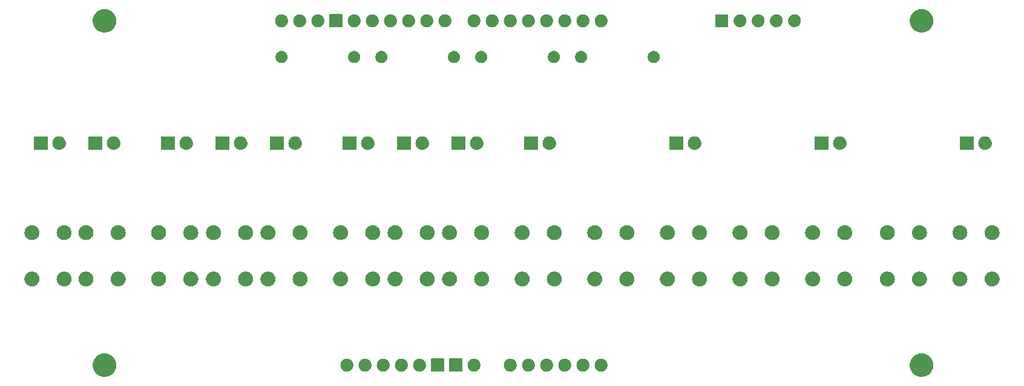
<source format=gbr>
G04 #@! TF.GenerationSoftware,KiCad,Pcbnew,8.0.0*
G04 #@! TF.CreationDate,2025-06-12T16:20:57-04:00*
G04 #@! TF.ProjectId,Kenbak_UNO_03,4b656e62-616b-45f5-954e-4f5f30332e6b,rev?*
G04 #@! TF.SameCoordinates,Original*
G04 #@! TF.FileFunction,Soldermask,Bot*
G04 #@! TF.FilePolarity,Negative*
%FSLAX46Y46*%
G04 Gerber Fmt 4.6, Leading zero omitted, Abs format (unit mm)*
G04 Created by KiCad (PCBNEW 8.0.0) date 2025-06-12 16:20:57*
%MOMM*%
%LPD*%
G01*
G04 APERTURE LIST*
G04 APERTURE END LIST*
G36*
X102171098Y-93553166D02*
G01*
X102231353Y-93553166D01*
X102297199Y-93563090D01*
X102366273Y-93568527D01*
X102421947Y-93581893D01*
X102475302Y-93589935D01*
X102545021Y-93611440D01*
X102618187Y-93629006D01*
X102665495Y-93648601D01*
X102711052Y-93662654D01*
X102782569Y-93697095D01*
X102857538Y-93728148D01*
X102896022Y-93751731D01*
X102933322Y-93769694D01*
X103004271Y-93818066D01*
X103078433Y-93863513D01*
X103108127Y-93888874D01*
X103137162Y-93908670D01*
X103204956Y-93971574D01*
X103275433Y-94031767D01*
X103296834Y-94056825D01*
X103318011Y-94076474D01*
X103379925Y-94154111D01*
X103443687Y-94228767D01*
X103457709Y-94251649D01*
X103471830Y-94269356D01*
X103525087Y-94361599D01*
X103579052Y-94449662D01*
X103586977Y-94468797D01*
X103595185Y-94483012D01*
X103637038Y-94589654D01*
X103678194Y-94689013D01*
X103681597Y-94703191D01*
X103685314Y-94712660D01*
X103713157Y-94834646D01*
X103738673Y-94940927D01*
X103739334Y-94949333D01*
X103740214Y-94953186D01*
X103751683Y-95106231D01*
X103759000Y-95199200D01*
X103751682Y-95292175D01*
X103740214Y-95445213D01*
X103739334Y-95449065D01*
X103738673Y-95457473D01*
X103713152Y-95563773D01*
X103685314Y-95685739D01*
X103681598Y-95695205D01*
X103678194Y-95709387D01*
X103637031Y-95808763D01*
X103595185Y-95915387D01*
X103586979Y-95929599D01*
X103579052Y-95948738D01*
X103525077Y-96036816D01*
X103471830Y-96129043D01*
X103457712Y-96146746D01*
X103443687Y-96169633D01*
X103379913Y-96244302D01*
X103318011Y-96321925D01*
X103296838Y-96341569D01*
X103275433Y-96366633D01*
X103204942Y-96426837D01*
X103137162Y-96489729D01*
X103108133Y-96509520D01*
X103078433Y-96534887D01*
X103004257Y-96580342D01*
X102933322Y-96628705D01*
X102896030Y-96646663D01*
X102857538Y-96670252D01*
X102782554Y-96701310D01*
X102711052Y-96735745D01*
X102665504Y-96749794D01*
X102618187Y-96769394D01*
X102545007Y-96786962D01*
X102475302Y-96808464D01*
X102421955Y-96816504D01*
X102366273Y-96829873D01*
X102297195Y-96835309D01*
X102231353Y-96845234D01*
X102171098Y-96845234D01*
X102108000Y-96850200D01*
X102044902Y-96845234D01*
X101984647Y-96845234D01*
X101918803Y-96835309D01*
X101849727Y-96829873D01*
X101794045Y-96816505D01*
X101740697Y-96808464D01*
X101670988Y-96786961D01*
X101597813Y-96769394D01*
X101550498Y-96749795D01*
X101504947Y-96735745D01*
X101433438Y-96701307D01*
X101358462Y-96670252D01*
X101319972Y-96646665D01*
X101282675Y-96628704D01*
X101211726Y-96580331D01*
X101137567Y-96534887D01*
X101107873Y-96509526D01*
X101078839Y-96489731D01*
X101011043Y-96426825D01*
X100940567Y-96366633D01*
X100919164Y-96341574D01*
X100897988Y-96321925D01*
X100836071Y-96244284D01*
X100772313Y-96169633D01*
X100758291Y-96146751D01*
X100744169Y-96129043D01*
X100690905Y-96036788D01*
X100636948Y-95948738D01*
X100629023Y-95929605D01*
X100620814Y-95915387D01*
X100578949Y-95808717D01*
X100537806Y-95709387D01*
X100534402Y-95695212D01*
X100530685Y-95685739D01*
X100502827Y-95563688D01*
X100477327Y-95457473D01*
X100476665Y-95449071D01*
X100475785Y-95445213D01*
X100464296Y-95291910D01*
X100457000Y-95199200D01*
X100464296Y-95106497D01*
X100475785Y-94953186D01*
X100476665Y-94949326D01*
X100477327Y-94940927D01*
X100502822Y-94834730D01*
X100530685Y-94712660D01*
X100534403Y-94703184D01*
X100537806Y-94689013D01*
X100578942Y-94589700D01*
X100620814Y-94483012D01*
X100629024Y-94468790D01*
X100636948Y-94449662D01*
X100690895Y-94361627D01*
X100744169Y-94269356D01*
X100758293Y-94251643D01*
X100772313Y-94228767D01*
X100836059Y-94154129D01*
X100897988Y-94076474D01*
X100919169Y-94056820D01*
X100940567Y-94031767D01*
X101011029Y-93971586D01*
X101078839Y-93908668D01*
X101107879Y-93888868D01*
X101137567Y-93863513D01*
X101211711Y-93818076D01*
X101282675Y-93769695D01*
X101319980Y-93751729D01*
X101358462Y-93728148D01*
X101433423Y-93697098D01*
X101504947Y-93662654D01*
X101550507Y-93648600D01*
X101597813Y-93629006D01*
X101670973Y-93611441D01*
X101740697Y-93589935D01*
X101794054Y-93581892D01*
X101849727Y-93568527D01*
X101918799Y-93563090D01*
X101984647Y-93553166D01*
X102044902Y-93553166D01*
X102108000Y-93548200D01*
X102171098Y-93553166D01*
G37*
G36*
X216471098Y-93553166D02*
G01*
X216531353Y-93553166D01*
X216597199Y-93563090D01*
X216666273Y-93568527D01*
X216721947Y-93581893D01*
X216775302Y-93589935D01*
X216845021Y-93611440D01*
X216918187Y-93629006D01*
X216965495Y-93648601D01*
X217011052Y-93662654D01*
X217082569Y-93697095D01*
X217157538Y-93728148D01*
X217196022Y-93751731D01*
X217233322Y-93769694D01*
X217304271Y-93818066D01*
X217378433Y-93863513D01*
X217408127Y-93888874D01*
X217437162Y-93908670D01*
X217504956Y-93971574D01*
X217575433Y-94031767D01*
X217596834Y-94056825D01*
X217618011Y-94076474D01*
X217679925Y-94154111D01*
X217743687Y-94228767D01*
X217757709Y-94251649D01*
X217771830Y-94269356D01*
X217825087Y-94361599D01*
X217879052Y-94449662D01*
X217886977Y-94468797D01*
X217895185Y-94483012D01*
X217937038Y-94589654D01*
X217978194Y-94689013D01*
X217981597Y-94703191D01*
X217985314Y-94712660D01*
X218013157Y-94834646D01*
X218038673Y-94940927D01*
X218039334Y-94949333D01*
X218040214Y-94953186D01*
X218051683Y-95106231D01*
X218059000Y-95199200D01*
X218051682Y-95292175D01*
X218040214Y-95445213D01*
X218039334Y-95449065D01*
X218038673Y-95457473D01*
X218013152Y-95563773D01*
X217985314Y-95685739D01*
X217981598Y-95695205D01*
X217978194Y-95709387D01*
X217937031Y-95808763D01*
X217895185Y-95915387D01*
X217886979Y-95929599D01*
X217879052Y-95948738D01*
X217825077Y-96036816D01*
X217771830Y-96129043D01*
X217757712Y-96146746D01*
X217743687Y-96169633D01*
X217679913Y-96244302D01*
X217618011Y-96321925D01*
X217596838Y-96341569D01*
X217575433Y-96366633D01*
X217504942Y-96426837D01*
X217437162Y-96489729D01*
X217408133Y-96509520D01*
X217378433Y-96534887D01*
X217304257Y-96580342D01*
X217233322Y-96628705D01*
X217196030Y-96646663D01*
X217157538Y-96670252D01*
X217082554Y-96701310D01*
X217011052Y-96735745D01*
X216965504Y-96749794D01*
X216918187Y-96769394D01*
X216845007Y-96786962D01*
X216775302Y-96808464D01*
X216721955Y-96816504D01*
X216666273Y-96829873D01*
X216597195Y-96835309D01*
X216531353Y-96845234D01*
X216471098Y-96845234D01*
X216408000Y-96850200D01*
X216344902Y-96845234D01*
X216284647Y-96845234D01*
X216218803Y-96835309D01*
X216149727Y-96829873D01*
X216094045Y-96816505D01*
X216040697Y-96808464D01*
X215970988Y-96786961D01*
X215897813Y-96769394D01*
X215850498Y-96749795D01*
X215804947Y-96735745D01*
X215733438Y-96701307D01*
X215658462Y-96670252D01*
X215619972Y-96646665D01*
X215582675Y-96628704D01*
X215511726Y-96580331D01*
X215437567Y-96534887D01*
X215407873Y-96509526D01*
X215378839Y-96489731D01*
X215311043Y-96426825D01*
X215240567Y-96366633D01*
X215219164Y-96341574D01*
X215197988Y-96321925D01*
X215136071Y-96244284D01*
X215072313Y-96169633D01*
X215058291Y-96146751D01*
X215044169Y-96129043D01*
X214990905Y-96036788D01*
X214936948Y-95948738D01*
X214929023Y-95929605D01*
X214920814Y-95915387D01*
X214878949Y-95808717D01*
X214837806Y-95709387D01*
X214834402Y-95695212D01*
X214830685Y-95685739D01*
X214802827Y-95563688D01*
X214777327Y-95457473D01*
X214776665Y-95449071D01*
X214775785Y-95445213D01*
X214764296Y-95291910D01*
X214757000Y-95199200D01*
X214764296Y-95106497D01*
X214775785Y-94953186D01*
X214776665Y-94949326D01*
X214777327Y-94940927D01*
X214802822Y-94834730D01*
X214830685Y-94712660D01*
X214834403Y-94703184D01*
X214837806Y-94689013D01*
X214878942Y-94589700D01*
X214920814Y-94483012D01*
X214929024Y-94468790D01*
X214936948Y-94449662D01*
X214990895Y-94361627D01*
X215044169Y-94269356D01*
X215058293Y-94251643D01*
X215072313Y-94228767D01*
X215136059Y-94154129D01*
X215197988Y-94076474D01*
X215219169Y-94056820D01*
X215240567Y-94031767D01*
X215311029Y-93971586D01*
X215378839Y-93908668D01*
X215407879Y-93888868D01*
X215437567Y-93863513D01*
X215511711Y-93818076D01*
X215582675Y-93769695D01*
X215619980Y-93751729D01*
X215658462Y-93728148D01*
X215733423Y-93697098D01*
X215804947Y-93662654D01*
X215850507Y-93648600D01*
X215897813Y-93629006D01*
X215970973Y-93611441D01*
X216040697Y-93589935D01*
X216094054Y-93581892D01*
X216149727Y-93568527D01*
X216218799Y-93563090D01*
X216284647Y-93553166D01*
X216344902Y-93553166D01*
X216408000Y-93548200D01*
X216471098Y-93553166D01*
G37*
G36*
X149600117Y-94288482D02*
G01*
X149616662Y-94299538D01*
X149627718Y-94316083D01*
X149631600Y-94335600D01*
X149631600Y-96062800D01*
X149627718Y-96082317D01*
X149616662Y-96098862D01*
X149600117Y-96109918D01*
X149580600Y-96113800D01*
X147853400Y-96113800D01*
X147833883Y-96109918D01*
X147817338Y-96098862D01*
X147806282Y-96082317D01*
X147802400Y-96062800D01*
X147802400Y-94335600D01*
X147806282Y-94316083D01*
X147817338Y-94299538D01*
X147833883Y-94288482D01*
X147853400Y-94284600D01*
X149580600Y-94284600D01*
X149600117Y-94288482D01*
G37*
G36*
X152140117Y-94288482D02*
G01*
X152156662Y-94299538D01*
X152167718Y-94316083D01*
X152171600Y-94335600D01*
X152171600Y-96062800D01*
X152167718Y-96082317D01*
X152156662Y-96098862D01*
X152140117Y-96109918D01*
X152120600Y-96113800D01*
X150393400Y-96113800D01*
X150373883Y-96109918D01*
X150357338Y-96098862D01*
X150346282Y-96082317D01*
X150342400Y-96062800D01*
X150342400Y-94335600D01*
X150346282Y-94316083D01*
X150357338Y-94299538D01*
X150373883Y-94288482D01*
X150393400Y-94284600D01*
X152120600Y-94284600D01*
X152140117Y-94288482D01*
G37*
G36*
X136061732Y-94289610D02*
G01*
X136112602Y-94289610D01*
X136156530Y-94298947D01*
X136195309Y-94302767D01*
X136244029Y-94317546D01*
X136299627Y-94329364D01*
X136335202Y-94345203D01*
X136366773Y-94354780D01*
X136416944Y-94381596D01*
X136474300Y-94407133D01*
X136500963Y-94426505D01*
X136524787Y-94439239D01*
X136573388Y-94479125D01*
X136628987Y-94519520D01*
X136647038Y-94539567D01*
X136663292Y-94552907D01*
X136706971Y-94606130D01*
X136756927Y-94661612D01*
X136767422Y-94679790D01*
X136776960Y-94691412D01*
X136812235Y-94757409D01*
X136852529Y-94827199D01*
X136857165Y-94841467D01*
X136861419Y-94849426D01*
X136884873Y-94926745D01*
X136911614Y-95009044D01*
X136912555Y-95017999D01*
X136913432Y-95020890D01*
X136921974Y-95107619D01*
X136931600Y-95199200D01*
X136921973Y-95290788D01*
X136913432Y-95377509D01*
X136912555Y-95380398D01*
X136911614Y-95389356D01*
X136884868Y-95471668D01*
X136861419Y-95548973D01*
X136857165Y-95556930D01*
X136852529Y-95571201D01*
X136812228Y-95641003D01*
X136776960Y-95706987D01*
X136767424Y-95718606D01*
X136756927Y-95736788D01*
X136706962Y-95792279D01*
X136663292Y-95845492D01*
X136647041Y-95858828D01*
X136628987Y-95878880D01*
X136573378Y-95919282D01*
X136524787Y-95959160D01*
X136500968Y-95971890D01*
X136474300Y-95991267D01*
X136416933Y-96016808D01*
X136366773Y-96043619D01*
X136335209Y-96053193D01*
X136299627Y-96069036D01*
X136244018Y-96080856D01*
X136195309Y-96095632D01*
X136156539Y-96099450D01*
X136112602Y-96108790D01*
X136061722Y-96108790D01*
X136017000Y-96113195D01*
X135972278Y-96108790D01*
X135921398Y-96108790D01*
X135877461Y-96099450D01*
X135838690Y-96095632D01*
X135789978Y-96080855D01*
X135734373Y-96069036D01*
X135698792Y-96053194D01*
X135667226Y-96043619D01*
X135617060Y-96016805D01*
X135559700Y-95991267D01*
X135533033Y-95971892D01*
X135509212Y-95959160D01*
X135460613Y-95919275D01*
X135405013Y-95878880D01*
X135386961Y-95858831D01*
X135370707Y-95845492D01*
X135327026Y-95792266D01*
X135277073Y-95736788D01*
X135266578Y-95718610D01*
X135257039Y-95706987D01*
X135221757Y-95640979D01*
X135181471Y-95571201D01*
X135176835Y-95556934D01*
X135172580Y-95548973D01*
X135149116Y-95471622D01*
X135122386Y-95389356D01*
X135121445Y-95380403D01*
X135120567Y-95377509D01*
X135112010Y-95290637D01*
X135102400Y-95199200D01*
X135112009Y-95107770D01*
X135120567Y-95020890D01*
X135121445Y-95017994D01*
X135122386Y-95009044D01*
X135149111Y-94926791D01*
X135172580Y-94849426D01*
X135176836Y-94841462D01*
X135181471Y-94827199D01*
X135221750Y-94757432D01*
X135257039Y-94691412D01*
X135266580Y-94679785D01*
X135277073Y-94661612D01*
X135327016Y-94606143D01*
X135370707Y-94552907D01*
X135386964Y-94539564D01*
X135405013Y-94519520D01*
X135460602Y-94479131D01*
X135509212Y-94439239D01*
X135533039Y-94426503D01*
X135559700Y-94407133D01*
X135617049Y-94381599D01*
X135667226Y-94354780D01*
X135698799Y-94345202D01*
X135734373Y-94329364D01*
X135789967Y-94317546D01*
X135838690Y-94302767D01*
X135877470Y-94298947D01*
X135921398Y-94289610D01*
X135972268Y-94289610D01*
X136017000Y-94285204D01*
X136061732Y-94289610D01*
G37*
G36*
X138601732Y-94289610D02*
G01*
X138652602Y-94289610D01*
X138696530Y-94298947D01*
X138735309Y-94302767D01*
X138784029Y-94317546D01*
X138839627Y-94329364D01*
X138875202Y-94345203D01*
X138906773Y-94354780D01*
X138956944Y-94381596D01*
X139014300Y-94407133D01*
X139040963Y-94426505D01*
X139064787Y-94439239D01*
X139113388Y-94479125D01*
X139168987Y-94519520D01*
X139187038Y-94539567D01*
X139203292Y-94552907D01*
X139246971Y-94606130D01*
X139296927Y-94661612D01*
X139307422Y-94679790D01*
X139316960Y-94691412D01*
X139352235Y-94757409D01*
X139392529Y-94827199D01*
X139397165Y-94841467D01*
X139401419Y-94849426D01*
X139424873Y-94926745D01*
X139451614Y-95009044D01*
X139452555Y-95017999D01*
X139453432Y-95020890D01*
X139461974Y-95107619D01*
X139471600Y-95199200D01*
X139461973Y-95290788D01*
X139453432Y-95377509D01*
X139452555Y-95380398D01*
X139451614Y-95389356D01*
X139424868Y-95471668D01*
X139401419Y-95548973D01*
X139397165Y-95556930D01*
X139392529Y-95571201D01*
X139352228Y-95641003D01*
X139316960Y-95706987D01*
X139307424Y-95718606D01*
X139296927Y-95736788D01*
X139246962Y-95792279D01*
X139203292Y-95845492D01*
X139187041Y-95858828D01*
X139168987Y-95878880D01*
X139113378Y-95919282D01*
X139064787Y-95959160D01*
X139040968Y-95971890D01*
X139014300Y-95991267D01*
X138956933Y-96016808D01*
X138906773Y-96043619D01*
X138875209Y-96053193D01*
X138839627Y-96069036D01*
X138784018Y-96080856D01*
X138735309Y-96095632D01*
X138696539Y-96099450D01*
X138652602Y-96108790D01*
X138601722Y-96108790D01*
X138557000Y-96113195D01*
X138512278Y-96108790D01*
X138461398Y-96108790D01*
X138417461Y-96099450D01*
X138378690Y-96095632D01*
X138329978Y-96080855D01*
X138274373Y-96069036D01*
X138238792Y-96053194D01*
X138207226Y-96043619D01*
X138157060Y-96016805D01*
X138099700Y-95991267D01*
X138073033Y-95971892D01*
X138049212Y-95959160D01*
X138000613Y-95919275D01*
X137945013Y-95878880D01*
X137926961Y-95858831D01*
X137910707Y-95845492D01*
X137867026Y-95792266D01*
X137817073Y-95736788D01*
X137806578Y-95718610D01*
X137797039Y-95706987D01*
X137761757Y-95640979D01*
X137721471Y-95571201D01*
X137716835Y-95556934D01*
X137712580Y-95548973D01*
X137689116Y-95471622D01*
X137662386Y-95389356D01*
X137661445Y-95380403D01*
X137660567Y-95377509D01*
X137652010Y-95290637D01*
X137642400Y-95199200D01*
X137652009Y-95107770D01*
X137660567Y-95020890D01*
X137661445Y-95017994D01*
X137662386Y-95009044D01*
X137689111Y-94926791D01*
X137712580Y-94849426D01*
X137716836Y-94841462D01*
X137721471Y-94827199D01*
X137761750Y-94757432D01*
X137797039Y-94691412D01*
X137806580Y-94679785D01*
X137817073Y-94661612D01*
X137867016Y-94606143D01*
X137910707Y-94552907D01*
X137926964Y-94539564D01*
X137945013Y-94519520D01*
X138000602Y-94479131D01*
X138049212Y-94439239D01*
X138073039Y-94426503D01*
X138099700Y-94407133D01*
X138157049Y-94381599D01*
X138207226Y-94354780D01*
X138238799Y-94345202D01*
X138274373Y-94329364D01*
X138329967Y-94317546D01*
X138378690Y-94302767D01*
X138417470Y-94298947D01*
X138461398Y-94289610D01*
X138512268Y-94289610D01*
X138557000Y-94285204D01*
X138601732Y-94289610D01*
G37*
G36*
X141141732Y-94289610D02*
G01*
X141192602Y-94289610D01*
X141236530Y-94298947D01*
X141275309Y-94302767D01*
X141324029Y-94317546D01*
X141379627Y-94329364D01*
X141415202Y-94345203D01*
X141446773Y-94354780D01*
X141496944Y-94381596D01*
X141554300Y-94407133D01*
X141580963Y-94426505D01*
X141604787Y-94439239D01*
X141653388Y-94479125D01*
X141708987Y-94519520D01*
X141727038Y-94539567D01*
X141743292Y-94552907D01*
X141786971Y-94606130D01*
X141836927Y-94661612D01*
X141847422Y-94679790D01*
X141856960Y-94691412D01*
X141892235Y-94757409D01*
X141932529Y-94827199D01*
X141937165Y-94841467D01*
X141941419Y-94849426D01*
X141964873Y-94926745D01*
X141991614Y-95009044D01*
X141992555Y-95017999D01*
X141993432Y-95020890D01*
X142001974Y-95107619D01*
X142011600Y-95199200D01*
X142001973Y-95290788D01*
X141993432Y-95377509D01*
X141992555Y-95380398D01*
X141991614Y-95389356D01*
X141964868Y-95471668D01*
X141941419Y-95548973D01*
X141937165Y-95556930D01*
X141932529Y-95571201D01*
X141892228Y-95641003D01*
X141856960Y-95706987D01*
X141847424Y-95718606D01*
X141836927Y-95736788D01*
X141786962Y-95792279D01*
X141743292Y-95845492D01*
X141727041Y-95858828D01*
X141708987Y-95878880D01*
X141653378Y-95919282D01*
X141604787Y-95959160D01*
X141580968Y-95971890D01*
X141554300Y-95991267D01*
X141496933Y-96016808D01*
X141446773Y-96043619D01*
X141415209Y-96053193D01*
X141379627Y-96069036D01*
X141324018Y-96080856D01*
X141275309Y-96095632D01*
X141236539Y-96099450D01*
X141192602Y-96108790D01*
X141141722Y-96108790D01*
X141097000Y-96113195D01*
X141052278Y-96108790D01*
X141001398Y-96108790D01*
X140957461Y-96099450D01*
X140918690Y-96095632D01*
X140869978Y-96080855D01*
X140814373Y-96069036D01*
X140778792Y-96053194D01*
X140747226Y-96043619D01*
X140697060Y-96016805D01*
X140639700Y-95991267D01*
X140613033Y-95971892D01*
X140589212Y-95959160D01*
X140540613Y-95919275D01*
X140485013Y-95878880D01*
X140466961Y-95858831D01*
X140450707Y-95845492D01*
X140407026Y-95792266D01*
X140357073Y-95736788D01*
X140346578Y-95718610D01*
X140337039Y-95706987D01*
X140301757Y-95640979D01*
X140261471Y-95571201D01*
X140256835Y-95556934D01*
X140252580Y-95548973D01*
X140229116Y-95471622D01*
X140202386Y-95389356D01*
X140201445Y-95380403D01*
X140200567Y-95377509D01*
X140192010Y-95290637D01*
X140182400Y-95199200D01*
X140192009Y-95107770D01*
X140200567Y-95020890D01*
X140201445Y-95017994D01*
X140202386Y-95009044D01*
X140229111Y-94926791D01*
X140252580Y-94849426D01*
X140256836Y-94841462D01*
X140261471Y-94827199D01*
X140301750Y-94757432D01*
X140337039Y-94691412D01*
X140346580Y-94679785D01*
X140357073Y-94661612D01*
X140407016Y-94606143D01*
X140450707Y-94552907D01*
X140466964Y-94539564D01*
X140485013Y-94519520D01*
X140540602Y-94479131D01*
X140589212Y-94439239D01*
X140613039Y-94426503D01*
X140639700Y-94407133D01*
X140697049Y-94381599D01*
X140747226Y-94354780D01*
X140778799Y-94345202D01*
X140814373Y-94329364D01*
X140869967Y-94317546D01*
X140918690Y-94302767D01*
X140957470Y-94298947D01*
X141001398Y-94289610D01*
X141052268Y-94289610D01*
X141097000Y-94285204D01*
X141141732Y-94289610D01*
G37*
G36*
X143681732Y-94289610D02*
G01*
X143732602Y-94289610D01*
X143776530Y-94298947D01*
X143815309Y-94302767D01*
X143864029Y-94317546D01*
X143919627Y-94329364D01*
X143955202Y-94345203D01*
X143986773Y-94354780D01*
X144036944Y-94381596D01*
X144094300Y-94407133D01*
X144120963Y-94426505D01*
X144144787Y-94439239D01*
X144193388Y-94479125D01*
X144248987Y-94519520D01*
X144267038Y-94539567D01*
X144283292Y-94552907D01*
X144326971Y-94606130D01*
X144376927Y-94661612D01*
X144387422Y-94679790D01*
X144396960Y-94691412D01*
X144432235Y-94757409D01*
X144472529Y-94827199D01*
X144477165Y-94841467D01*
X144481419Y-94849426D01*
X144504873Y-94926745D01*
X144531614Y-95009044D01*
X144532555Y-95017999D01*
X144533432Y-95020890D01*
X144541974Y-95107619D01*
X144551600Y-95199200D01*
X144541973Y-95290788D01*
X144533432Y-95377509D01*
X144532555Y-95380398D01*
X144531614Y-95389356D01*
X144504868Y-95471668D01*
X144481419Y-95548973D01*
X144477165Y-95556930D01*
X144472529Y-95571201D01*
X144432228Y-95641003D01*
X144396960Y-95706987D01*
X144387424Y-95718606D01*
X144376927Y-95736788D01*
X144326962Y-95792279D01*
X144283292Y-95845492D01*
X144267041Y-95858828D01*
X144248987Y-95878880D01*
X144193378Y-95919282D01*
X144144787Y-95959160D01*
X144120968Y-95971890D01*
X144094300Y-95991267D01*
X144036933Y-96016808D01*
X143986773Y-96043619D01*
X143955209Y-96053193D01*
X143919627Y-96069036D01*
X143864018Y-96080856D01*
X143815309Y-96095632D01*
X143776539Y-96099450D01*
X143732602Y-96108790D01*
X143681722Y-96108790D01*
X143637000Y-96113195D01*
X143592278Y-96108790D01*
X143541398Y-96108790D01*
X143497461Y-96099450D01*
X143458690Y-96095632D01*
X143409978Y-96080855D01*
X143354373Y-96069036D01*
X143318792Y-96053194D01*
X143287226Y-96043619D01*
X143237060Y-96016805D01*
X143179700Y-95991267D01*
X143153033Y-95971892D01*
X143129212Y-95959160D01*
X143080613Y-95919275D01*
X143025013Y-95878880D01*
X143006961Y-95858831D01*
X142990707Y-95845492D01*
X142947026Y-95792266D01*
X142897073Y-95736788D01*
X142886578Y-95718610D01*
X142877039Y-95706987D01*
X142841757Y-95640979D01*
X142801471Y-95571201D01*
X142796835Y-95556934D01*
X142792580Y-95548973D01*
X142769116Y-95471622D01*
X142742386Y-95389356D01*
X142741445Y-95380403D01*
X142740567Y-95377509D01*
X142732010Y-95290637D01*
X142722400Y-95199200D01*
X142732009Y-95107770D01*
X142740567Y-95020890D01*
X142741445Y-95017994D01*
X142742386Y-95009044D01*
X142769111Y-94926791D01*
X142792580Y-94849426D01*
X142796836Y-94841462D01*
X142801471Y-94827199D01*
X142841750Y-94757432D01*
X142877039Y-94691412D01*
X142886580Y-94679785D01*
X142897073Y-94661612D01*
X142947016Y-94606143D01*
X142990707Y-94552907D01*
X143006964Y-94539564D01*
X143025013Y-94519520D01*
X143080602Y-94479131D01*
X143129212Y-94439239D01*
X143153039Y-94426503D01*
X143179700Y-94407133D01*
X143237049Y-94381599D01*
X143287226Y-94354780D01*
X143318799Y-94345202D01*
X143354373Y-94329364D01*
X143409967Y-94317546D01*
X143458690Y-94302767D01*
X143497470Y-94298947D01*
X143541398Y-94289610D01*
X143592268Y-94289610D01*
X143637000Y-94285204D01*
X143681732Y-94289610D01*
G37*
G36*
X146221732Y-94289610D02*
G01*
X146272602Y-94289610D01*
X146316530Y-94298947D01*
X146355309Y-94302767D01*
X146404029Y-94317546D01*
X146459627Y-94329364D01*
X146495202Y-94345203D01*
X146526773Y-94354780D01*
X146576944Y-94381596D01*
X146634300Y-94407133D01*
X146660963Y-94426505D01*
X146684787Y-94439239D01*
X146733388Y-94479125D01*
X146788987Y-94519520D01*
X146807038Y-94539567D01*
X146823292Y-94552907D01*
X146866971Y-94606130D01*
X146916927Y-94661612D01*
X146927422Y-94679790D01*
X146936960Y-94691412D01*
X146972235Y-94757409D01*
X147012529Y-94827199D01*
X147017165Y-94841467D01*
X147021419Y-94849426D01*
X147044873Y-94926745D01*
X147071614Y-95009044D01*
X147072555Y-95017999D01*
X147073432Y-95020890D01*
X147081974Y-95107619D01*
X147091600Y-95199200D01*
X147081973Y-95290788D01*
X147073432Y-95377509D01*
X147072555Y-95380398D01*
X147071614Y-95389356D01*
X147044868Y-95471668D01*
X147021419Y-95548973D01*
X147017165Y-95556930D01*
X147012529Y-95571201D01*
X146972228Y-95641003D01*
X146936960Y-95706987D01*
X146927424Y-95718606D01*
X146916927Y-95736788D01*
X146866962Y-95792279D01*
X146823292Y-95845492D01*
X146807041Y-95858828D01*
X146788987Y-95878880D01*
X146733378Y-95919282D01*
X146684787Y-95959160D01*
X146660968Y-95971890D01*
X146634300Y-95991267D01*
X146576933Y-96016808D01*
X146526773Y-96043619D01*
X146495209Y-96053193D01*
X146459627Y-96069036D01*
X146404018Y-96080856D01*
X146355309Y-96095632D01*
X146316539Y-96099450D01*
X146272602Y-96108790D01*
X146221722Y-96108790D01*
X146177000Y-96113195D01*
X146132278Y-96108790D01*
X146081398Y-96108790D01*
X146037461Y-96099450D01*
X145998690Y-96095632D01*
X145949978Y-96080855D01*
X145894373Y-96069036D01*
X145858792Y-96053194D01*
X145827226Y-96043619D01*
X145777060Y-96016805D01*
X145719700Y-95991267D01*
X145693033Y-95971892D01*
X145669212Y-95959160D01*
X145620613Y-95919275D01*
X145565013Y-95878880D01*
X145546961Y-95858831D01*
X145530707Y-95845492D01*
X145487026Y-95792266D01*
X145437073Y-95736788D01*
X145426578Y-95718610D01*
X145417039Y-95706987D01*
X145381757Y-95640979D01*
X145341471Y-95571201D01*
X145336835Y-95556934D01*
X145332580Y-95548973D01*
X145309116Y-95471622D01*
X145282386Y-95389356D01*
X145281445Y-95380403D01*
X145280567Y-95377509D01*
X145272010Y-95290637D01*
X145262400Y-95199200D01*
X145272009Y-95107770D01*
X145280567Y-95020890D01*
X145281445Y-95017994D01*
X145282386Y-95009044D01*
X145309111Y-94926791D01*
X145332580Y-94849426D01*
X145336836Y-94841462D01*
X145341471Y-94827199D01*
X145381750Y-94757432D01*
X145417039Y-94691412D01*
X145426580Y-94679785D01*
X145437073Y-94661612D01*
X145487016Y-94606143D01*
X145530707Y-94552907D01*
X145546964Y-94539564D01*
X145565013Y-94519520D01*
X145620602Y-94479131D01*
X145669212Y-94439239D01*
X145693039Y-94426503D01*
X145719700Y-94407133D01*
X145777049Y-94381599D01*
X145827226Y-94354780D01*
X145858799Y-94345202D01*
X145894373Y-94329364D01*
X145949967Y-94317546D01*
X145998690Y-94302767D01*
X146037470Y-94298947D01*
X146081398Y-94289610D01*
X146132268Y-94289610D01*
X146177000Y-94285204D01*
X146221732Y-94289610D01*
G37*
G36*
X153841732Y-94289610D02*
G01*
X153892602Y-94289610D01*
X153936530Y-94298947D01*
X153975309Y-94302767D01*
X154024029Y-94317546D01*
X154079627Y-94329364D01*
X154115202Y-94345203D01*
X154146773Y-94354780D01*
X154196944Y-94381596D01*
X154254300Y-94407133D01*
X154280963Y-94426505D01*
X154304787Y-94439239D01*
X154353388Y-94479125D01*
X154408987Y-94519520D01*
X154427038Y-94539567D01*
X154443292Y-94552907D01*
X154486971Y-94606130D01*
X154536927Y-94661612D01*
X154547422Y-94679790D01*
X154556960Y-94691412D01*
X154592235Y-94757409D01*
X154632529Y-94827199D01*
X154637165Y-94841467D01*
X154641419Y-94849426D01*
X154664873Y-94926745D01*
X154691614Y-95009044D01*
X154692555Y-95017999D01*
X154693432Y-95020890D01*
X154701974Y-95107619D01*
X154711600Y-95199200D01*
X154701973Y-95290788D01*
X154693432Y-95377509D01*
X154692555Y-95380398D01*
X154691614Y-95389356D01*
X154664868Y-95471668D01*
X154641419Y-95548973D01*
X154637165Y-95556930D01*
X154632529Y-95571201D01*
X154592228Y-95641003D01*
X154556960Y-95706987D01*
X154547424Y-95718606D01*
X154536927Y-95736788D01*
X154486962Y-95792279D01*
X154443292Y-95845492D01*
X154427041Y-95858828D01*
X154408987Y-95878880D01*
X154353378Y-95919282D01*
X154304787Y-95959160D01*
X154280968Y-95971890D01*
X154254300Y-95991267D01*
X154196933Y-96016808D01*
X154146773Y-96043619D01*
X154115209Y-96053193D01*
X154079627Y-96069036D01*
X154024018Y-96080856D01*
X153975309Y-96095632D01*
X153936539Y-96099450D01*
X153892602Y-96108790D01*
X153841722Y-96108790D01*
X153797000Y-96113195D01*
X153752278Y-96108790D01*
X153701398Y-96108790D01*
X153657461Y-96099450D01*
X153618690Y-96095632D01*
X153569978Y-96080855D01*
X153514373Y-96069036D01*
X153478792Y-96053194D01*
X153447226Y-96043619D01*
X153397060Y-96016805D01*
X153339700Y-95991267D01*
X153313033Y-95971892D01*
X153289212Y-95959160D01*
X153240613Y-95919275D01*
X153185013Y-95878880D01*
X153166961Y-95858831D01*
X153150707Y-95845492D01*
X153107026Y-95792266D01*
X153057073Y-95736788D01*
X153046578Y-95718610D01*
X153037039Y-95706987D01*
X153001757Y-95640979D01*
X152961471Y-95571201D01*
X152956835Y-95556934D01*
X152952580Y-95548973D01*
X152929116Y-95471622D01*
X152902386Y-95389356D01*
X152901445Y-95380403D01*
X152900567Y-95377509D01*
X152892010Y-95290637D01*
X152882400Y-95199200D01*
X152892009Y-95107770D01*
X152900567Y-95020890D01*
X152901445Y-95017994D01*
X152902386Y-95009044D01*
X152929111Y-94926791D01*
X152952580Y-94849426D01*
X152956836Y-94841462D01*
X152961471Y-94827199D01*
X153001750Y-94757432D01*
X153037039Y-94691412D01*
X153046580Y-94679785D01*
X153057073Y-94661612D01*
X153107016Y-94606143D01*
X153150707Y-94552907D01*
X153166964Y-94539564D01*
X153185013Y-94519520D01*
X153240602Y-94479131D01*
X153289212Y-94439239D01*
X153313039Y-94426503D01*
X153339700Y-94407133D01*
X153397049Y-94381599D01*
X153447226Y-94354780D01*
X153478799Y-94345202D01*
X153514373Y-94329364D01*
X153569967Y-94317546D01*
X153618690Y-94302767D01*
X153657470Y-94298947D01*
X153701398Y-94289610D01*
X153752268Y-94289610D01*
X153797000Y-94285204D01*
X153841732Y-94289610D01*
G37*
G36*
X158921732Y-94289610D02*
G01*
X158972602Y-94289610D01*
X159016530Y-94298947D01*
X159055309Y-94302767D01*
X159104029Y-94317546D01*
X159159627Y-94329364D01*
X159195202Y-94345203D01*
X159226773Y-94354780D01*
X159276944Y-94381596D01*
X159334300Y-94407133D01*
X159360963Y-94426505D01*
X159384787Y-94439239D01*
X159433388Y-94479125D01*
X159488987Y-94519520D01*
X159507038Y-94539567D01*
X159523292Y-94552907D01*
X159566971Y-94606130D01*
X159616927Y-94661612D01*
X159627422Y-94679790D01*
X159636960Y-94691412D01*
X159672235Y-94757409D01*
X159712529Y-94827199D01*
X159717165Y-94841467D01*
X159721419Y-94849426D01*
X159744873Y-94926745D01*
X159771614Y-95009044D01*
X159772555Y-95017999D01*
X159773432Y-95020890D01*
X159781974Y-95107619D01*
X159791600Y-95199200D01*
X159781973Y-95290788D01*
X159773432Y-95377509D01*
X159772555Y-95380398D01*
X159771614Y-95389356D01*
X159744868Y-95471668D01*
X159721419Y-95548973D01*
X159717165Y-95556930D01*
X159712529Y-95571201D01*
X159672228Y-95641003D01*
X159636960Y-95706987D01*
X159627424Y-95718606D01*
X159616927Y-95736788D01*
X159566962Y-95792279D01*
X159523292Y-95845492D01*
X159507041Y-95858828D01*
X159488987Y-95878880D01*
X159433378Y-95919282D01*
X159384787Y-95959160D01*
X159360968Y-95971890D01*
X159334300Y-95991267D01*
X159276933Y-96016808D01*
X159226773Y-96043619D01*
X159195209Y-96053193D01*
X159159627Y-96069036D01*
X159104018Y-96080856D01*
X159055309Y-96095632D01*
X159016539Y-96099450D01*
X158972602Y-96108790D01*
X158921722Y-96108790D01*
X158877000Y-96113195D01*
X158832278Y-96108790D01*
X158781398Y-96108790D01*
X158737461Y-96099450D01*
X158698690Y-96095632D01*
X158649978Y-96080855D01*
X158594373Y-96069036D01*
X158558792Y-96053194D01*
X158527226Y-96043619D01*
X158477060Y-96016805D01*
X158419700Y-95991267D01*
X158393033Y-95971892D01*
X158369212Y-95959160D01*
X158320613Y-95919275D01*
X158265013Y-95878880D01*
X158246961Y-95858831D01*
X158230707Y-95845492D01*
X158187026Y-95792266D01*
X158137073Y-95736788D01*
X158126578Y-95718610D01*
X158117039Y-95706987D01*
X158081757Y-95640979D01*
X158041471Y-95571201D01*
X158036835Y-95556934D01*
X158032580Y-95548973D01*
X158009116Y-95471622D01*
X157982386Y-95389356D01*
X157981445Y-95380403D01*
X157980567Y-95377509D01*
X157972010Y-95290637D01*
X157962400Y-95199200D01*
X157972009Y-95107770D01*
X157980567Y-95020890D01*
X157981445Y-95017994D01*
X157982386Y-95009044D01*
X158009111Y-94926791D01*
X158032580Y-94849426D01*
X158036836Y-94841462D01*
X158041471Y-94827199D01*
X158081750Y-94757432D01*
X158117039Y-94691412D01*
X158126580Y-94679785D01*
X158137073Y-94661612D01*
X158187016Y-94606143D01*
X158230707Y-94552907D01*
X158246964Y-94539564D01*
X158265013Y-94519520D01*
X158320602Y-94479131D01*
X158369212Y-94439239D01*
X158393039Y-94426503D01*
X158419700Y-94407133D01*
X158477049Y-94381599D01*
X158527226Y-94354780D01*
X158558799Y-94345202D01*
X158594373Y-94329364D01*
X158649967Y-94317546D01*
X158698690Y-94302767D01*
X158737470Y-94298947D01*
X158781398Y-94289610D01*
X158832268Y-94289610D01*
X158877000Y-94285204D01*
X158921732Y-94289610D01*
G37*
G36*
X161461732Y-94289610D02*
G01*
X161512602Y-94289610D01*
X161556530Y-94298947D01*
X161595309Y-94302767D01*
X161644029Y-94317546D01*
X161699627Y-94329364D01*
X161735202Y-94345203D01*
X161766773Y-94354780D01*
X161816944Y-94381596D01*
X161874300Y-94407133D01*
X161900963Y-94426505D01*
X161924787Y-94439239D01*
X161973388Y-94479125D01*
X162028987Y-94519520D01*
X162047038Y-94539567D01*
X162063292Y-94552907D01*
X162106971Y-94606130D01*
X162156927Y-94661612D01*
X162167422Y-94679790D01*
X162176960Y-94691412D01*
X162212235Y-94757409D01*
X162252529Y-94827199D01*
X162257165Y-94841467D01*
X162261419Y-94849426D01*
X162284873Y-94926745D01*
X162311614Y-95009044D01*
X162312555Y-95017999D01*
X162313432Y-95020890D01*
X162321974Y-95107619D01*
X162331600Y-95199200D01*
X162321973Y-95290788D01*
X162313432Y-95377509D01*
X162312555Y-95380398D01*
X162311614Y-95389356D01*
X162284868Y-95471668D01*
X162261419Y-95548973D01*
X162257165Y-95556930D01*
X162252529Y-95571201D01*
X162212228Y-95641003D01*
X162176960Y-95706987D01*
X162167424Y-95718606D01*
X162156927Y-95736788D01*
X162106962Y-95792279D01*
X162063292Y-95845492D01*
X162047041Y-95858828D01*
X162028987Y-95878880D01*
X161973378Y-95919282D01*
X161924787Y-95959160D01*
X161900968Y-95971890D01*
X161874300Y-95991267D01*
X161816933Y-96016808D01*
X161766773Y-96043619D01*
X161735209Y-96053193D01*
X161699627Y-96069036D01*
X161644018Y-96080856D01*
X161595309Y-96095632D01*
X161556539Y-96099450D01*
X161512602Y-96108790D01*
X161461722Y-96108790D01*
X161417000Y-96113195D01*
X161372278Y-96108790D01*
X161321398Y-96108790D01*
X161277461Y-96099450D01*
X161238690Y-96095632D01*
X161189978Y-96080855D01*
X161134373Y-96069036D01*
X161098792Y-96053194D01*
X161067226Y-96043619D01*
X161017060Y-96016805D01*
X160959700Y-95991267D01*
X160933033Y-95971892D01*
X160909212Y-95959160D01*
X160860613Y-95919275D01*
X160805013Y-95878880D01*
X160786961Y-95858831D01*
X160770707Y-95845492D01*
X160727026Y-95792266D01*
X160677073Y-95736788D01*
X160666578Y-95718610D01*
X160657039Y-95706987D01*
X160621757Y-95640979D01*
X160581471Y-95571201D01*
X160576835Y-95556934D01*
X160572580Y-95548973D01*
X160549116Y-95471622D01*
X160522386Y-95389356D01*
X160521445Y-95380403D01*
X160520567Y-95377509D01*
X160512010Y-95290637D01*
X160502400Y-95199200D01*
X160512009Y-95107770D01*
X160520567Y-95020890D01*
X160521445Y-95017994D01*
X160522386Y-95009044D01*
X160549111Y-94926791D01*
X160572580Y-94849426D01*
X160576836Y-94841462D01*
X160581471Y-94827199D01*
X160621750Y-94757432D01*
X160657039Y-94691412D01*
X160666580Y-94679785D01*
X160677073Y-94661612D01*
X160727016Y-94606143D01*
X160770707Y-94552907D01*
X160786964Y-94539564D01*
X160805013Y-94519520D01*
X160860602Y-94479131D01*
X160909212Y-94439239D01*
X160933039Y-94426503D01*
X160959700Y-94407133D01*
X161017049Y-94381599D01*
X161067226Y-94354780D01*
X161098799Y-94345202D01*
X161134373Y-94329364D01*
X161189967Y-94317546D01*
X161238690Y-94302767D01*
X161277470Y-94298947D01*
X161321398Y-94289610D01*
X161372268Y-94289610D01*
X161417000Y-94285204D01*
X161461732Y-94289610D01*
G37*
G36*
X164001732Y-94289610D02*
G01*
X164052602Y-94289610D01*
X164096530Y-94298947D01*
X164135309Y-94302767D01*
X164184029Y-94317546D01*
X164239627Y-94329364D01*
X164275202Y-94345203D01*
X164306773Y-94354780D01*
X164356944Y-94381596D01*
X164414300Y-94407133D01*
X164440963Y-94426505D01*
X164464787Y-94439239D01*
X164513388Y-94479125D01*
X164568987Y-94519520D01*
X164587038Y-94539567D01*
X164603292Y-94552907D01*
X164646971Y-94606130D01*
X164696927Y-94661612D01*
X164707422Y-94679790D01*
X164716960Y-94691412D01*
X164752235Y-94757409D01*
X164792529Y-94827199D01*
X164797165Y-94841467D01*
X164801419Y-94849426D01*
X164824873Y-94926745D01*
X164851614Y-95009044D01*
X164852555Y-95017999D01*
X164853432Y-95020890D01*
X164861974Y-95107619D01*
X164871600Y-95199200D01*
X164861973Y-95290788D01*
X164853432Y-95377509D01*
X164852555Y-95380398D01*
X164851614Y-95389356D01*
X164824868Y-95471668D01*
X164801419Y-95548973D01*
X164797165Y-95556930D01*
X164792529Y-95571201D01*
X164752228Y-95641003D01*
X164716960Y-95706987D01*
X164707424Y-95718606D01*
X164696927Y-95736788D01*
X164646962Y-95792279D01*
X164603292Y-95845492D01*
X164587041Y-95858828D01*
X164568987Y-95878880D01*
X164513378Y-95919282D01*
X164464787Y-95959160D01*
X164440968Y-95971890D01*
X164414300Y-95991267D01*
X164356933Y-96016808D01*
X164306773Y-96043619D01*
X164275209Y-96053193D01*
X164239627Y-96069036D01*
X164184018Y-96080856D01*
X164135309Y-96095632D01*
X164096539Y-96099450D01*
X164052602Y-96108790D01*
X164001722Y-96108790D01*
X163957000Y-96113195D01*
X163912278Y-96108790D01*
X163861398Y-96108790D01*
X163817461Y-96099450D01*
X163778690Y-96095632D01*
X163729978Y-96080855D01*
X163674373Y-96069036D01*
X163638792Y-96053194D01*
X163607226Y-96043619D01*
X163557060Y-96016805D01*
X163499700Y-95991267D01*
X163473033Y-95971892D01*
X163449212Y-95959160D01*
X163400613Y-95919275D01*
X163345013Y-95878880D01*
X163326961Y-95858831D01*
X163310707Y-95845492D01*
X163267026Y-95792266D01*
X163217073Y-95736788D01*
X163206578Y-95718610D01*
X163197039Y-95706987D01*
X163161757Y-95640979D01*
X163121471Y-95571201D01*
X163116835Y-95556934D01*
X163112580Y-95548973D01*
X163089116Y-95471622D01*
X163062386Y-95389356D01*
X163061445Y-95380403D01*
X163060567Y-95377509D01*
X163052010Y-95290637D01*
X163042400Y-95199200D01*
X163052009Y-95107770D01*
X163060567Y-95020890D01*
X163061445Y-95017994D01*
X163062386Y-95009044D01*
X163089111Y-94926791D01*
X163112580Y-94849426D01*
X163116836Y-94841462D01*
X163121471Y-94827199D01*
X163161750Y-94757432D01*
X163197039Y-94691412D01*
X163206580Y-94679785D01*
X163217073Y-94661612D01*
X163267016Y-94606143D01*
X163310707Y-94552907D01*
X163326964Y-94539564D01*
X163345013Y-94519520D01*
X163400602Y-94479131D01*
X163449212Y-94439239D01*
X163473039Y-94426503D01*
X163499700Y-94407133D01*
X163557049Y-94381599D01*
X163607226Y-94354780D01*
X163638799Y-94345202D01*
X163674373Y-94329364D01*
X163729967Y-94317546D01*
X163778690Y-94302767D01*
X163817470Y-94298947D01*
X163861398Y-94289610D01*
X163912268Y-94289610D01*
X163957000Y-94285204D01*
X164001732Y-94289610D01*
G37*
G36*
X166541732Y-94289610D02*
G01*
X166592602Y-94289610D01*
X166636530Y-94298947D01*
X166675309Y-94302767D01*
X166724029Y-94317546D01*
X166779627Y-94329364D01*
X166815202Y-94345203D01*
X166846773Y-94354780D01*
X166896944Y-94381596D01*
X166954300Y-94407133D01*
X166980963Y-94426505D01*
X167004787Y-94439239D01*
X167053388Y-94479125D01*
X167108987Y-94519520D01*
X167127038Y-94539567D01*
X167143292Y-94552907D01*
X167186971Y-94606130D01*
X167236927Y-94661612D01*
X167247422Y-94679790D01*
X167256960Y-94691412D01*
X167292235Y-94757409D01*
X167332529Y-94827199D01*
X167337165Y-94841467D01*
X167341419Y-94849426D01*
X167364873Y-94926745D01*
X167391614Y-95009044D01*
X167392555Y-95017999D01*
X167393432Y-95020890D01*
X167401974Y-95107619D01*
X167411600Y-95199200D01*
X167401973Y-95290788D01*
X167393432Y-95377509D01*
X167392555Y-95380398D01*
X167391614Y-95389356D01*
X167364868Y-95471668D01*
X167341419Y-95548973D01*
X167337165Y-95556930D01*
X167332529Y-95571201D01*
X167292228Y-95641003D01*
X167256960Y-95706987D01*
X167247424Y-95718606D01*
X167236927Y-95736788D01*
X167186962Y-95792279D01*
X167143292Y-95845492D01*
X167127041Y-95858828D01*
X167108987Y-95878880D01*
X167053378Y-95919282D01*
X167004787Y-95959160D01*
X166980968Y-95971890D01*
X166954300Y-95991267D01*
X166896933Y-96016808D01*
X166846773Y-96043619D01*
X166815209Y-96053193D01*
X166779627Y-96069036D01*
X166724018Y-96080856D01*
X166675309Y-96095632D01*
X166636539Y-96099450D01*
X166592602Y-96108790D01*
X166541722Y-96108790D01*
X166497000Y-96113195D01*
X166452278Y-96108790D01*
X166401398Y-96108790D01*
X166357461Y-96099450D01*
X166318690Y-96095632D01*
X166269978Y-96080855D01*
X166214373Y-96069036D01*
X166178792Y-96053194D01*
X166147226Y-96043619D01*
X166097060Y-96016805D01*
X166039700Y-95991267D01*
X166013033Y-95971892D01*
X165989212Y-95959160D01*
X165940613Y-95919275D01*
X165885013Y-95878880D01*
X165866961Y-95858831D01*
X165850707Y-95845492D01*
X165807026Y-95792266D01*
X165757073Y-95736788D01*
X165746578Y-95718610D01*
X165737039Y-95706987D01*
X165701757Y-95640979D01*
X165661471Y-95571201D01*
X165656835Y-95556934D01*
X165652580Y-95548973D01*
X165629116Y-95471622D01*
X165602386Y-95389356D01*
X165601445Y-95380403D01*
X165600567Y-95377509D01*
X165592010Y-95290637D01*
X165582400Y-95199200D01*
X165592009Y-95107770D01*
X165600567Y-95020890D01*
X165601445Y-95017994D01*
X165602386Y-95009044D01*
X165629111Y-94926791D01*
X165652580Y-94849426D01*
X165656836Y-94841462D01*
X165661471Y-94827199D01*
X165701750Y-94757432D01*
X165737039Y-94691412D01*
X165746580Y-94679785D01*
X165757073Y-94661612D01*
X165807016Y-94606143D01*
X165850707Y-94552907D01*
X165866964Y-94539564D01*
X165885013Y-94519520D01*
X165940602Y-94479131D01*
X165989212Y-94439239D01*
X166013039Y-94426503D01*
X166039700Y-94407133D01*
X166097049Y-94381599D01*
X166147226Y-94354780D01*
X166178799Y-94345202D01*
X166214373Y-94329364D01*
X166269967Y-94317546D01*
X166318690Y-94302767D01*
X166357470Y-94298947D01*
X166401398Y-94289610D01*
X166452268Y-94289610D01*
X166497000Y-94285204D01*
X166541732Y-94289610D01*
G37*
G36*
X169081732Y-94289610D02*
G01*
X169132602Y-94289610D01*
X169176530Y-94298947D01*
X169215309Y-94302767D01*
X169264029Y-94317546D01*
X169319627Y-94329364D01*
X169355202Y-94345203D01*
X169386773Y-94354780D01*
X169436944Y-94381596D01*
X169494300Y-94407133D01*
X169520963Y-94426505D01*
X169544787Y-94439239D01*
X169593388Y-94479125D01*
X169648987Y-94519520D01*
X169667038Y-94539567D01*
X169683292Y-94552907D01*
X169726971Y-94606130D01*
X169776927Y-94661612D01*
X169787422Y-94679790D01*
X169796960Y-94691412D01*
X169832235Y-94757409D01*
X169872529Y-94827199D01*
X169877165Y-94841467D01*
X169881419Y-94849426D01*
X169904873Y-94926745D01*
X169931614Y-95009044D01*
X169932555Y-95017999D01*
X169933432Y-95020890D01*
X169941974Y-95107619D01*
X169951600Y-95199200D01*
X169941973Y-95290788D01*
X169933432Y-95377509D01*
X169932555Y-95380398D01*
X169931614Y-95389356D01*
X169904868Y-95471668D01*
X169881419Y-95548973D01*
X169877165Y-95556930D01*
X169872529Y-95571201D01*
X169832228Y-95641003D01*
X169796960Y-95706987D01*
X169787424Y-95718606D01*
X169776927Y-95736788D01*
X169726962Y-95792279D01*
X169683292Y-95845492D01*
X169667041Y-95858828D01*
X169648987Y-95878880D01*
X169593378Y-95919282D01*
X169544787Y-95959160D01*
X169520968Y-95971890D01*
X169494300Y-95991267D01*
X169436933Y-96016808D01*
X169386773Y-96043619D01*
X169355209Y-96053193D01*
X169319627Y-96069036D01*
X169264018Y-96080856D01*
X169215309Y-96095632D01*
X169176539Y-96099450D01*
X169132602Y-96108790D01*
X169081722Y-96108790D01*
X169037000Y-96113195D01*
X168992278Y-96108790D01*
X168941398Y-96108790D01*
X168897461Y-96099450D01*
X168858690Y-96095632D01*
X168809978Y-96080855D01*
X168754373Y-96069036D01*
X168718792Y-96053194D01*
X168687226Y-96043619D01*
X168637060Y-96016805D01*
X168579700Y-95991267D01*
X168553033Y-95971892D01*
X168529212Y-95959160D01*
X168480613Y-95919275D01*
X168425013Y-95878880D01*
X168406961Y-95858831D01*
X168390707Y-95845492D01*
X168347026Y-95792266D01*
X168297073Y-95736788D01*
X168286578Y-95718610D01*
X168277039Y-95706987D01*
X168241757Y-95640979D01*
X168201471Y-95571201D01*
X168196835Y-95556934D01*
X168192580Y-95548973D01*
X168169116Y-95471622D01*
X168142386Y-95389356D01*
X168141445Y-95380403D01*
X168140567Y-95377509D01*
X168132010Y-95290637D01*
X168122400Y-95199200D01*
X168132009Y-95107770D01*
X168140567Y-95020890D01*
X168141445Y-95017994D01*
X168142386Y-95009044D01*
X168169111Y-94926791D01*
X168192580Y-94849426D01*
X168196836Y-94841462D01*
X168201471Y-94827199D01*
X168241750Y-94757432D01*
X168277039Y-94691412D01*
X168286580Y-94679785D01*
X168297073Y-94661612D01*
X168347016Y-94606143D01*
X168390707Y-94552907D01*
X168406964Y-94539564D01*
X168425013Y-94519520D01*
X168480602Y-94479131D01*
X168529212Y-94439239D01*
X168553039Y-94426503D01*
X168579700Y-94407133D01*
X168637049Y-94381599D01*
X168687226Y-94354780D01*
X168718799Y-94345202D01*
X168754373Y-94329364D01*
X168809967Y-94317546D01*
X168858690Y-94302767D01*
X168897470Y-94298947D01*
X168941398Y-94289610D01*
X168992268Y-94289610D01*
X169037000Y-94285204D01*
X169081732Y-94289610D01*
G37*
G36*
X171621732Y-94289610D02*
G01*
X171672602Y-94289610D01*
X171716530Y-94298947D01*
X171755309Y-94302767D01*
X171804029Y-94317546D01*
X171859627Y-94329364D01*
X171895202Y-94345203D01*
X171926773Y-94354780D01*
X171976944Y-94381596D01*
X172034300Y-94407133D01*
X172060963Y-94426505D01*
X172084787Y-94439239D01*
X172133388Y-94479125D01*
X172188987Y-94519520D01*
X172207038Y-94539567D01*
X172223292Y-94552907D01*
X172266971Y-94606130D01*
X172316927Y-94661612D01*
X172327422Y-94679790D01*
X172336960Y-94691412D01*
X172372235Y-94757409D01*
X172412529Y-94827199D01*
X172417165Y-94841467D01*
X172421419Y-94849426D01*
X172444873Y-94926745D01*
X172471614Y-95009044D01*
X172472555Y-95017999D01*
X172473432Y-95020890D01*
X172481974Y-95107619D01*
X172491600Y-95199200D01*
X172481973Y-95290788D01*
X172473432Y-95377509D01*
X172472555Y-95380398D01*
X172471614Y-95389356D01*
X172444868Y-95471668D01*
X172421419Y-95548973D01*
X172417165Y-95556930D01*
X172412529Y-95571201D01*
X172372228Y-95641003D01*
X172336960Y-95706987D01*
X172327424Y-95718606D01*
X172316927Y-95736788D01*
X172266962Y-95792279D01*
X172223292Y-95845492D01*
X172207041Y-95858828D01*
X172188987Y-95878880D01*
X172133378Y-95919282D01*
X172084787Y-95959160D01*
X172060968Y-95971890D01*
X172034300Y-95991267D01*
X171976933Y-96016808D01*
X171926773Y-96043619D01*
X171895209Y-96053193D01*
X171859627Y-96069036D01*
X171804018Y-96080856D01*
X171755309Y-96095632D01*
X171716539Y-96099450D01*
X171672602Y-96108790D01*
X171621722Y-96108790D01*
X171577000Y-96113195D01*
X171532278Y-96108790D01*
X171481398Y-96108790D01*
X171437461Y-96099450D01*
X171398690Y-96095632D01*
X171349978Y-96080855D01*
X171294373Y-96069036D01*
X171258792Y-96053194D01*
X171227226Y-96043619D01*
X171177060Y-96016805D01*
X171119700Y-95991267D01*
X171093033Y-95971892D01*
X171069212Y-95959160D01*
X171020613Y-95919275D01*
X170965013Y-95878880D01*
X170946961Y-95858831D01*
X170930707Y-95845492D01*
X170887026Y-95792266D01*
X170837073Y-95736788D01*
X170826578Y-95718610D01*
X170817039Y-95706987D01*
X170781757Y-95640979D01*
X170741471Y-95571201D01*
X170736835Y-95556934D01*
X170732580Y-95548973D01*
X170709116Y-95471622D01*
X170682386Y-95389356D01*
X170681445Y-95380403D01*
X170680567Y-95377509D01*
X170672010Y-95290637D01*
X170662400Y-95199200D01*
X170672009Y-95107770D01*
X170680567Y-95020890D01*
X170681445Y-95017994D01*
X170682386Y-95009044D01*
X170709111Y-94926791D01*
X170732580Y-94849426D01*
X170736836Y-94841462D01*
X170741471Y-94827199D01*
X170781750Y-94757432D01*
X170817039Y-94691412D01*
X170826580Y-94679785D01*
X170837073Y-94661612D01*
X170887016Y-94606143D01*
X170930707Y-94552907D01*
X170946964Y-94539564D01*
X170965013Y-94519520D01*
X171020602Y-94479131D01*
X171069212Y-94439239D01*
X171093039Y-94426503D01*
X171119700Y-94407133D01*
X171177049Y-94381599D01*
X171227226Y-94354780D01*
X171258799Y-94345202D01*
X171294373Y-94329364D01*
X171349967Y-94317546D01*
X171398690Y-94302767D01*
X171437470Y-94298947D01*
X171481398Y-94289610D01*
X171532268Y-94289610D01*
X171577000Y-94285204D01*
X171621732Y-94289610D01*
G37*
G36*
X91998938Y-82088217D02*
G01*
X92044923Y-82088217D01*
X92096139Y-82097790D01*
X92153040Y-82103395D01*
X92196261Y-82116506D01*
X92235474Y-82123836D01*
X92289785Y-82144876D01*
X92350200Y-82163203D01*
X92384720Y-82181654D01*
X92416232Y-82193862D01*
X92470977Y-82227759D01*
X92531904Y-82260325D01*
X92557506Y-82281336D01*
X92581048Y-82295913D01*
X92633212Y-82343467D01*
X92691169Y-82391031D01*
X92708342Y-82411957D01*
X92724301Y-82426505D01*
X92770629Y-82487853D01*
X92821875Y-82550296D01*
X92831783Y-82568834D01*
X92841122Y-82581200D01*
X92878274Y-82655813D01*
X92918997Y-82732000D01*
X92923340Y-82746317D01*
X92927528Y-82754728D01*
X92952267Y-82841676D01*
X92978805Y-82929160D01*
X92979676Y-82938011D01*
X92980577Y-82941175D01*
X92989938Y-83042202D01*
X92999000Y-83134200D01*
X92989938Y-83226205D01*
X92980577Y-83327224D01*
X92979676Y-83330387D01*
X92978805Y-83339240D01*
X92952262Y-83426738D01*
X92927528Y-83513671D01*
X92923341Y-83522079D01*
X92918997Y-83536400D01*
X92878267Y-83612599D01*
X92841122Y-83687199D01*
X92831785Y-83699562D01*
X92821875Y-83718104D01*
X92770620Y-83780557D01*
X92724301Y-83841894D01*
X92708345Y-83856438D01*
X92691169Y-83877369D01*
X92633201Y-83924941D01*
X92581048Y-83972486D01*
X92557511Y-83987059D01*
X92531904Y-84008075D01*
X92470965Y-84040647D01*
X92416232Y-84074537D01*
X92384726Y-84086742D01*
X92350200Y-84105197D01*
X92289773Y-84123527D01*
X92235474Y-84144563D01*
X92196268Y-84151891D01*
X92153040Y-84165005D01*
X92096136Y-84170609D01*
X92044923Y-84180183D01*
X91998938Y-84180183D01*
X91948000Y-84185200D01*
X91897062Y-84180183D01*
X91851077Y-84180183D01*
X91799863Y-84170609D01*
X91742960Y-84165005D01*
X91699732Y-84151892D01*
X91660525Y-84144563D01*
X91606221Y-84123525D01*
X91545800Y-84105197D01*
X91511275Y-84086743D01*
X91479767Y-84074537D01*
X91425027Y-84040643D01*
X91364096Y-84008075D01*
X91338491Y-83987061D01*
X91314951Y-83972486D01*
X91262788Y-83924933D01*
X91204831Y-83877369D01*
X91187656Y-83856442D01*
X91171698Y-83841894D01*
X91125367Y-83780542D01*
X91074125Y-83718104D01*
X91064216Y-83699566D01*
X91054877Y-83687199D01*
X91017717Y-83612572D01*
X90977003Y-83536400D01*
X90972660Y-83522084D01*
X90968471Y-83513671D01*
X90943721Y-83426685D01*
X90917195Y-83339240D01*
X90916323Y-83330392D01*
X90915422Y-83327224D01*
X90906044Y-83226033D01*
X90897000Y-83134200D01*
X90906044Y-83042373D01*
X90915422Y-82941175D01*
X90916323Y-82938005D01*
X90917195Y-82929160D01*
X90943716Y-82841729D01*
X90968471Y-82754728D01*
X90972661Y-82746312D01*
X90977003Y-82732000D01*
X91017710Y-82655841D01*
X91054877Y-82581200D01*
X91064218Y-82568829D01*
X91074125Y-82550296D01*
X91125357Y-82487868D01*
X91171698Y-82426505D01*
X91187660Y-82411953D01*
X91204831Y-82391031D01*
X91262777Y-82343475D01*
X91314951Y-82295913D01*
X91338496Y-82281334D01*
X91364096Y-82260325D01*
X91425015Y-82227763D01*
X91479767Y-82193862D01*
X91511282Y-82181652D01*
X91545800Y-82163203D01*
X91606209Y-82144877D01*
X91660525Y-82123836D01*
X91699739Y-82116505D01*
X91742960Y-82103395D01*
X91799860Y-82097790D01*
X91851077Y-82088217D01*
X91897062Y-82088217D01*
X91948000Y-82083200D01*
X91998938Y-82088217D01*
G37*
G36*
X96498938Y-82088217D02*
G01*
X96544923Y-82088217D01*
X96596139Y-82097790D01*
X96653040Y-82103395D01*
X96696261Y-82116506D01*
X96735474Y-82123836D01*
X96789785Y-82144876D01*
X96850200Y-82163203D01*
X96884720Y-82181654D01*
X96916232Y-82193862D01*
X96970977Y-82227759D01*
X97031904Y-82260325D01*
X97057506Y-82281336D01*
X97081048Y-82295913D01*
X97133212Y-82343467D01*
X97191169Y-82391031D01*
X97208342Y-82411957D01*
X97224301Y-82426505D01*
X97270629Y-82487853D01*
X97321875Y-82550296D01*
X97331783Y-82568834D01*
X97341122Y-82581200D01*
X97378274Y-82655813D01*
X97418997Y-82732000D01*
X97423340Y-82746317D01*
X97427528Y-82754728D01*
X97452267Y-82841676D01*
X97478805Y-82929160D01*
X97479676Y-82938011D01*
X97480577Y-82941175D01*
X97489938Y-83042202D01*
X97499000Y-83134200D01*
X97489938Y-83226205D01*
X97480577Y-83327224D01*
X97479676Y-83330387D01*
X97478805Y-83339240D01*
X97452262Y-83426738D01*
X97427528Y-83513671D01*
X97423341Y-83522079D01*
X97418997Y-83536400D01*
X97378267Y-83612599D01*
X97341122Y-83687199D01*
X97331785Y-83699562D01*
X97321875Y-83718104D01*
X97270620Y-83780557D01*
X97224301Y-83841894D01*
X97208345Y-83856438D01*
X97191169Y-83877369D01*
X97133201Y-83924941D01*
X97081048Y-83972486D01*
X97057511Y-83987059D01*
X97031904Y-84008075D01*
X96970965Y-84040647D01*
X96916232Y-84074537D01*
X96884726Y-84086742D01*
X96850200Y-84105197D01*
X96789773Y-84123527D01*
X96735474Y-84144563D01*
X96696268Y-84151891D01*
X96653040Y-84165005D01*
X96596136Y-84170609D01*
X96544923Y-84180183D01*
X96498938Y-84180183D01*
X96448000Y-84185200D01*
X96397062Y-84180183D01*
X96351077Y-84180183D01*
X96299863Y-84170609D01*
X96242960Y-84165005D01*
X96199732Y-84151892D01*
X96160525Y-84144563D01*
X96106221Y-84123525D01*
X96045800Y-84105197D01*
X96011275Y-84086743D01*
X95979767Y-84074537D01*
X95925027Y-84040643D01*
X95864096Y-84008075D01*
X95838491Y-83987061D01*
X95814951Y-83972486D01*
X95762788Y-83924933D01*
X95704831Y-83877369D01*
X95687656Y-83856442D01*
X95671698Y-83841894D01*
X95625367Y-83780542D01*
X95574125Y-83718104D01*
X95564216Y-83699566D01*
X95554877Y-83687199D01*
X95517717Y-83612572D01*
X95477003Y-83536400D01*
X95472660Y-83522084D01*
X95468471Y-83513671D01*
X95443721Y-83426685D01*
X95417195Y-83339240D01*
X95416323Y-83330392D01*
X95415422Y-83327224D01*
X95406044Y-83226033D01*
X95397000Y-83134200D01*
X95406044Y-83042373D01*
X95415422Y-82941175D01*
X95416323Y-82938005D01*
X95417195Y-82929160D01*
X95443716Y-82841729D01*
X95468471Y-82754728D01*
X95472661Y-82746312D01*
X95477003Y-82732000D01*
X95517710Y-82655841D01*
X95554877Y-82581200D01*
X95564218Y-82568829D01*
X95574125Y-82550296D01*
X95625357Y-82487868D01*
X95671698Y-82426505D01*
X95687660Y-82411953D01*
X95704831Y-82391031D01*
X95762777Y-82343475D01*
X95814951Y-82295913D01*
X95838496Y-82281334D01*
X95864096Y-82260325D01*
X95925015Y-82227763D01*
X95979767Y-82193862D01*
X96011282Y-82181652D01*
X96045800Y-82163203D01*
X96106209Y-82144877D01*
X96160525Y-82123836D01*
X96199739Y-82116505D01*
X96242960Y-82103395D01*
X96299860Y-82097790D01*
X96351077Y-82088217D01*
X96397062Y-82088217D01*
X96448000Y-82083200D01*
X96498938Y-82088217D01*
G37*
G36*
X99563938Y-82088217D02*
G01*
X99609923Y-82088217D01*
X99661139Y-82097790D01*
X99718040Y-82103395D01*
X99761261Y-82116506D01*
X99800474Y-82123836D01*
X99854785Y-82144876D01*
X99915200Y-82163203D01*
X99949720Y-82181654D01*
X99981232Y-82193862D01*
X100035977Y-82227759D01*
X100096904Y-82260325D01*
X100122506Y-82281336D01*
X100146048Y-82295913D01*
X100198212Y-82343467D01*
X100256169Y-82391031D01*
X100273342Y-82411957D01*
X100289301Y-82426505D01*
X100335629Y-82487853D01*
X100386875Y-82550296D01*
X100396783Y-82568834D01*
X100406122Y-82581200D01*
X100443274Y-82655813D01*
X100483997Y-82732000D01*
X100488340Y-82746317D01*
X100492528Y-82754728D01*
X100517267Y-82841676D01*
X100543805Y-82929160D01*
X100544676Y-82938011D01*
X100545577Y-82941175D01*
X100554938Y-83042202D01*
X100564000Y-83134200D01*
X100554938Y-83226205D01*
X100545577Y-83327224D01*
X100544676Y-83330387D01*
X100543805Y-83339240D01*
X100517262Y-83426738D01*
X100492528Y-83513671D01*
X100488341Y-83522079D01*
X100483997Y-83536400D01*
X100443267Y-83612599D01*
X100406122Y-83687199D01*
X100396785Y-83699562D01*
X100386875Y-83718104D01*
X100335620Y-83780557D01*
X100289301Y-83841894D01*
X100273345Y-83856438D01*
X100256169Y-83877369D01*
X100198201Y-83924941D01*
X100146048Y-83972486D01*
X100122511Y-83987059D01*
X100096904Y-84008075D01*
X100035965Y-84040647D01*
X99981232Y-84074537D01*
X99949726Y-84086742D01*
X99915200Y-84105197D01*
X99854773Y-84123527D01*
X99800474Y-84144563D01*
X99761268Y-84151891D01*
X99718040Y-84165005D01*
X99661136Y-84170609D01*
X99609923Y-84180183D01*
X99563938Y-84180183D01*
X99513000Y-84185200D01*
X99462062Y-84180183D01*
X99416077Y-84180183D01*
X99364863Y-84170609D01*
X99307960Y-84165005D01*
X99264732Y-84151892D01*
X99225525Y-84144563D01*
X99171221Y-84123525D01*
X99110800Y-84105197D01*
X99076275Y-84086743D01*
X99044767Y-84074537D01*
X98990027Y-84040643D01*
X98929096Y-84008075D01*
X98903491Y-83987061D01*
X98879951Y-83972486D01*
X98827788Y-83924933D01*
X98769831Y-83877369D01*
X98752656Y-83856442D01*
X98736698Y-83841894D01*
X98690367Y-83780542D01*
X98639125Y-83718104D01*
X98629216Y-83699566D01*
X98619877Y-83687199D01*
X98582717Y-83612572D01*
X98542003Y-83536400D01*
X98537660Y-83522084D01*
X98533471Y-83513671D01*
X98508721Y-83426685D01*
X98482195Y-83339240D01*
X98481323Y-83330392D01*
X98480422Y-83327224D01*
X98471044Y-83226033D01*
X98462000Y-83134200D01*
X98471044Y-83042373D01*
X98480422Y-82941175D01*
X98481323Y-82938005D01*
X98482195Y-82929160D01*
X98508716Y-82841729D01*
X98533471Y-82754728D01*
X98537661Y-82746312D01*
X98542003Y-82732000D01*
X98582710Y-82655841D01*
X98619877Y-82581200D01*
X98629218Y-82568829D01*
X98639125Y-82550296D01*
X98690357Y-82487868D01*
X98736698Y-82426505D01*
X98752660Y-82411953D01*
X98769831Y-82391031D01*
X98827777Y-82343475D01*
X98879951Y-82295913D01*
X98903496Y-82281334D01*
X98929096Y-82260325D01*
X98990015Y-82227763D01*
X99044767Y-82193862D01*
X99076282Y-82181652D01*
X99110800Y-82163203D01*
X99171209Y-82144877D01*
X99225525Y-82123836D01*
X99264739Y-82116505D01*
X99307960Y-82103395D01*
X99364860Y-82097790D01*
X99416077Y-82088217D01*
X99462062Y-82088217D01*
X99513000Y-82083200D01*
X99563938Y-82088217D01*
G37*
G36*
X104063938Y-82088217D02*
G01*
X104109923Y-82088217D01*
X104161139Y-82097790D01*
X104218040Y-82103395D01*
X104261261Y-82116506D01*
X104300474Y-82123836D01*
X104354785Y-82144876D01*
X104415200Y-82163203D01*
X104449720Y-82181654D01*
X104481232Y-82193862D01*
X104535977Y-82227759D01*
X104596904Y-82260325D01*
X104622506Y-82281336D01*
X104646048Y-82295913D01*
X104698212Y-82343467D01*
X104756169Y-82391031D01*
X104773342Y-82411957D01*
X104789301Y-82426505D01*
X104835629Y-82487853D01*
X104886875Y-82550296D01*
X104896783Y-82568834D01*
X104906122Y-82581200D01*
X104943274Y-82655813D01*
X104983997Y-82732000D01*
X104988340Y-82746317D01*
X104992528Y-82754728D01*
X105017267Y-82841676D01*
X105043805Y-82929160D01*
X105044676Y-82938011D01*
X105045577Y-82941175D01*
X105054938Y-83042202D01*
X105064000Y-83134200D01*
X105054938Y-83226205D01*
X105045577Y-83327224D01*
X105044676Y-83330387D01*
X105043805Y-83339240D01*
X105017262Y-83426738D01*
X104992528Y-83513671D01*
X104988341Y-83522079D01*
X104983997Y-83536400D01*
X104943267Y-83612599D01*
X104906122Y-83687199D01*
X104896785Y-83699562D01*
X104886875Y-83718104D01*
X104835620Y-83780557D01*
X104789301Y-83841894D01*
X104773345Y-83856438D01*
X104756169Y-83877369D01*
X104698201Y-83924941D01*
X104646048Y-83972486D01*
X104622511Y-83987059D01*
X104596904Y-84008075D01*
X104535965Y-84040647D01*
X104481232Y-84074537D01*
X104449726Y-84086742D01*
X104415200Y-84105197D01*
X104354773Y-84123527D01*
X104300474Y-84144563D01*
X104261268Y-84151891D01*
X104218040Y-84165005D01*
X104161136Y-84170609D01*
X104109923Y-84180183D01*
X104063938Y-84180183D01*
X104013000Y-84185200D01*
X103962062Y-84180183D01*
X103916077Y-84180183D01*
X103864863Y-84170609D01*
X103807960Y-84165005D01*
X103764732Y-84151892D01*
X103725525Y-84144563D01*
X103671221Y-84123525D01*
X103610800Y-84105197D01*
X103576275Y-84086743D01*
X103544767Y-84074537D01*
X103490027Y-84040643D01*
X103429096Y-84008075D01*
X103403491Y-83987061D01*
X103379951Y-83972486D01*
X103327788Y-83924933D01*
X103269831Y-83877369D01*
X103252656Y-83856442D01*
X103236698Y-83841894D01*
X103190367Y-83780542D01*
X103139125Y-83718104D01*
X103129216Y-83699566D01*
X103119877Y-83687199D01*
X103082717Y-83612572D01*
X103042003Y-83536400D01*
X103037660Y-83522084D01*
X103033471Y-83513671D01*
X103008721Y-83426685D01*
X102982195Y-83339240D01*
X102981323Y-83330392D01*
X102980422Y-83327224D01*
X102971044Y-83226033D01*
X102962000Y-83134200D01*
X102971044Y-83042373D01*
X102980422Y-82941175D01*
X102981323Y-82938005D01*
X102982195Y-82929160D01*
X103008716Y-82841729D01*
X103033471Y-82754728D01*
X103037661Y-82746312D01*
X103042003Y-82732000D01*
X103082710Y-82655841D01*
X103119877Y-82581200D01*
X103129218Y-82568829D01*
X103139125Y-82550296D01*
X103190357Y-82487868D01*
X103236698Y-82426505D01*
X103252660Y-82411953D01*
X103269831Y-82391031D01*
X103327777Y-82343475D01*
X103379951Y-82295913D01*
X103403496Y-82281334D01*
X103429096Y-82260325D01*
X103490015Y-82227763D01*
X103544767Y-82193862D01*
X103576282Y-82181652D01*
X103610800Y-82163203D01*
X103671209Y-82144877D01*
X103725525Y-82123836D01*
X103764739Y-82116505D01*
X103807960Y-82103395D01*
X103864860Y-82097790D01*
X103916077Y-82088217D01*
X103962062Y-82088217D01*
X104013000Y-82083200D01*
X104063938Y-82088217D01*
G37*
G36*
X109723938Y-82088217D02*
G01*
X109769923Y-82088217D01*
X109821139Y-82097790D01*
X109878040Y-82103395D01*
X109921261Y-82116506D01*
X109960474Y-82123836D01*
X110014785Y-82144876D01*
X110075200Y-82163203D01*
X110109720Y-82181654D01*
X110141232Y-82193862D01*
X110195977Y-82227759D01*
X110256904Y-82260325D01*
X110282506Y-82281336D01*
X110306048Y-82295913D01*
X110358212Y-82343467D01*
X110416169Y-82391031D01*
X110433342Y-82411957D01*
X110449301Y-82426505D01*
X110495629Y-82487853D01*
X110546875Y-82550296D01*
X110556783Y-82568834D01*
X110566122Y-82581200D01*
X110603274Y-82655813D01*
X110643997Y-82732000D01*
X110648340Y-82746317D01*
X110652528Y-82754728D01*
X110677267Y-82841676D01*
X110703805Y-82929160D01*
X110704676Y-82938011D01*
X110705577Y-82941175D01*
X110714938Y-83042202D01*
X110724000Y-83134200D01*
X110714938Y-83226205D01*
X110705577Y-83327224D01*
X110704676Y-83330387D01*
X110703805Y-83339240D01*
X110677262Y-83426738D01*
X110652528Y-83513671D01*
X110648341Y-83522079D01*
X110643997Y-83536400D01*
X110603267Y-83612599D01*
X110566122Y-83687199D01*
X110556785Y-83699562D01*
X110546875Y-83718104D01*
X110495620Y-83780557D01*
X110449301Y-83841894D01*
X110433345Y-83856438D01*
X110416169Y-83877369D01*
X110358201Y-83924941D01*
X110306048Y-83972486D01*
X110282511Y-83987059D01*
X110256904Y-84008075D01*
X110195965Y-84040647D01*
X110141232Y-84074537D01*
X110109726Y-84086742D01*
X110075200Y-84105197D01*
X110014773Y-84123527D01*
X109960474Y-84144563D01*
X109921268Y-84151891D01*
X109878040Y-84165005D01*
X109821136Y-84170609D01*
X109769923Y-84180183D01*
X109723938Y-84180183D01*
X109673000Y-84185200D01*
X109622062Y-84180183D01*
X109576077Y-84180183D01*
X109524863Y-84170609D01*
X109467960Y-84165005D01*
X109424732Y-84151892D01*
X109385525Y-84144563D01*
X109331221Y-84123525D01*
X109270800Y-84105197D01*
X109236275Y-84086743D01*
X109204767Y-84074537D01*
X109150027Y-84040643D01*
X109089096Y-84008075D01*
X109063491Y-83987061D01*
X109039951Y-83972486D01*
X108987788Y-83924933D01*
X108929831Y-83877369D01*
X108912656Y-83856442D01*
X108896698Y-83841894D01*
X108850367Y-83780542D01*
X108799125Y-83718104D01*
X108789216Y-83699566D01*
X108779877Y-83687199D01*
X108742717Y-83612572D01*
X108702003Y-83536400D01*
X108697660Y-83522084D01*
X108693471Y-83513671D01*
X108668721Y-83426685D01*
X108642195Y-83339240D01*
X108641323Y-83330392D01*
X108640422Y-83327224D01*
X108631044Y-83226033D01*
X108622000Y-83134200D01*
X108631044Y-83042373D01*
X108640422Y-82941175D01*
X108641323Y-82938005D01*
X108642195Y-82929160D01*
X108668716Y-82841729D01*
X108693471Y-82754728D01*
X108697661Y-82746312D01*
X108702003Y-82732000D01*
X108742710Y-82655841D01*
X108779877Y-82581200D01*
X108789218Y-82568829D01*
X108799125Y-82550296D01*
X108850357Y-82487868D01*
X108896698Y-82426505D01*
X108912660Y-82411953D01*
X108929831Y-82391031D01*
X108987777Y-82343475D01*
X109039951Y-82295913D01*
X109063496Y-82281334D01*
X109089096Y-82260325D01*
X109150015Y-82227763D01*
X109204767Y-82193862D01*
X109236282Y-82181652D01*
X109270800Y-82163203D01*
X109331209Y-82144877D01*
X109385525Y-82123836D01*
X109424739Y-82116505D01*
X109467960Y-82103395D01*
X109524860Y-82097790D01*
X109576077Y-82088217D01*
X109622062Y-82088217D01*
X109673000Y-82083200D01*
X109723938Y-82088217D01*
G37*
G36*
X114223938Y-82088217D02*
G01*
X114269923Y-82088217D01*
X114321139Y-82097790D01*
X114378040Y-82103395D01*
X114421261Y-82116506D01*
X114460474Y-82123836D01*
X114514785Y-82144876D01*
X114575200Y-82163203D01*
X114609720Y-82181654D01*
X114641232Y-82193862D01*
X114695977Y-82227759D01*
X114756904Y-82260325D01*
X114782506Y-82281336D01*
X114806048Y-82295913D01*
X114858212Y-82343467D01*
X114916169Y-82391031D01*
X114933342Y-82411957D01*
X114949301Y-82426505D01*
X114995629Y-82487853D01*
X115046875Y-82550296D01*
X115056783Y-82568834D01*
X115066122Y-82581200D01*
X115103274Y-82655813D01*
X115143997Y-82732000D01*
X115148340Y-82746317D01*
X115152528Y-82754728D01*
X115177267Y-82841676D01*
X115203805Y-82929160D01*
X115204676Y-82938011D01*
X115205577Y-82941175D01*
X115214938Y-83042202D01*
X115224000Y-83134200D01*
X115214938Y-83226205D01*
X115205577Y-83327224D01*
X115204676Y-83330387D01*
X115203805Y-83339240D01*
X115177262Y-83426738D01*
X115152528Y-83513671D01*
X115148341Y-83522079D01*
X115143997Y-83536400D01*
X115103267Y-83612599D01*
X115066122Y-83687199D01*
X115056785Y-83699562D01*
X115046875Y-83718104D01*
X114995620Y-83780557D01*
X114949301Y-83841894D01*
X114933345Y-83856438D01*
X114916169Y-83877369D01*
X114858201Y-83924941D01*
X114806048Y-83972486D01*
X114782511Y-83987059D01*
X114756904Y-84008075D01*
X114695965Y-84040647D01*
X114641232Y-84074537D01*
X114609726Y-84086742D01*
X114575200Y-84105197D01*
X114514773Y-84123527D01*
X114460474Y-84144563D01*
X114421268Y-84151891D01*
X114378040Y-84165005D01*
X114321136Y-84170609D01*
X114269923Y-84180183D01*
X114223938Y-84180183D01*
X114173000Y-84185200D01*
X114122062Y-84180183D01*
X114076077Y-84180183D01*
X114024863Y-84170609D01*
X113967960Y-84165005D01*
X113924732Y-84151892D01*
X113885525Y-84144563D01*
X113831221Y-84123525D01*
X113770800Y-84105197D01*
X113736275Y-84086743D01*
X113704767Y-84074537D01*
X113650027Y-84040643D01*
X113589096Y-84008075D01*
X113563491Y-83987061D01*
X113539951Y-83972486D01*
X113487788Y-83924933D01*
X113429831Y-83877369D01*
X113412656Y-83856442D01*
X113396698Y-83841894D01*
X113350367Y-83780542D01*
X113299125Y-83718104D01*
X113289216Y-83699566D01*
X113279877Y-83687199D01*
X113242717Y-83612572D01*
X113202003Y-83536400D01*
X113197660Y-83522084D01*
X113193471Y-83513671D01*
X113168721Y-83426685D01*
X113142195Y-83339240D01*
X113141323Y-83330392D01*
X113140422Y-83327224D01*
X113131044Y-83226033D01*
X113122000Y-83134200D01*
X113131044Y-83042373D01*
X113140422Y-82941175D01*
X113141323Y-82938005D01*
X113142195Y-82929160D01*
X113168716Y-82841729D01*
X113193471Y-82754728D01*
X113197661Y-82746312D01*
X113202003Y-82732000D01*
X113242710Y-82655841D01*
X113279877Y-82581200D01*
X113289218Y-82568829D01*
X113299125Y-82550296D01*
X113350357Y-82487868D01*
X113396698Y-82426505D01*
X113412660Y-82411953D01*
X113429831Y-82391031D01*
X113487777Y-82343475D01*
X113539951Y-82295913D01*
X113563496Y-82281334D01*
X113589096Y-82260325D01*
X113650015Y-82227763D01*
X113704767Y-82193862D01*
X113736282Y-82181652D01*
X113770800Y-82163203D01*
X113831209Y-82144877D01*
X113885525Y-82123836D01*
X113924739Y-82116505D01*
X113967960Y-82103395D01*
X114024860Y-82097790D01*
X114076077Y-82088217D01*
X114122062Y-82088217D01*
X114173000Y-82083200D01*
X114223938Y-82088217D01*
G37*
G36*
X117398938Y-82088217D02*
G01*
X117444923Y-82088217D01*
X117496139Y-82097790D01*
X117553040Y-82103395D01*
X117596261Y-82116506D01*
X117635474Y-82123836D01*
X117689785Y-82144876D01*
X117750200Y-82163203D01*
X117784720Y-82181654D01*
X117816232Y-82193862D01*
X117870977Y-82227759D01*
X117931904Y-82260325D01*
X117957506Y-82281336D01*
X117981048Y-82295913D01*
X118033212Y-82343467D01*
X118091169Y-82391031D01*
X118108342Y-82411957D01*
X118124301Y-82426505D01*
X118170629Y-82487853D01*
X118221875Y-82550296D01*
X118231783Y-82568834D01*
X118241122Y-82581200D01*
X118278274Y-82655813D01*
X118318997Y-82732000D01*
X118323340Y-82746317D01*
X118327528Y-82754728D01*
X118352267Y-82841676D01*
X118378805Y-82929160D01*
X118379676Y-82938011D01*
X118380577Y-82941175D01*
X118389938Y-83042202D01*
X118399000Y-83134200D01*
X118389938Y-83226205D01*
X118380577Y-83327224D01*
X118379676Y-83330387D01*
X118378805Y-83339240D01*
X118352262Y-83426738D01*
X118327528Y-83513671D01*
X118323341Y-83522079D01*
X118318997Y-83536400D01*
X118278267Y-83612599D01*
X118241122Y-83687199D01*
X118231785Y-83699562D01*
X118221875Y-83718104D01*
X118170620Y-83780557D01*
X118124301Y-83841894D01*
X118108345Y-83856438D01*
X118091169Y-83877369D01*
X118033201Y-83924941D01*
X117981048Y-83972486D01*
X117957511Y-83987059D01*
X117931904Y-84008075D01*
X117870965Y-84040647D01*
X117816232Y-84074537D01*
X117784726Y-84086742D01*
X117750200Y-84105197D01*
X117689773Y-84123527D01*
X117635474Y-84144563D01*
X117596268Y-84151891D01*
X117553040Y-84165005D01*
X117496136Y-84170609D01*
X117444923Y-84180183D01*
X117398938Y-84180183D01*
X117348000Y-84185200D01*
X117297062Y-84180183D01*
X117251077Y-84180183D01*
X117199863Y-84170609D01*
X117142960Y-84165005D01*
X117099732Y-84151892D01*
X117060525Y-84144563D01*
X117006221Y-84123525D01*
X116945800Y-84105197D01*
X116911275Y-84086743D01*
X116879767Y-84074537D01*
X116825027Y-84040643D01*
X116764096Y-84008075D01*
X116738491Y-83987061D01*
X116714951Y-83972486D01*
X116662788Y-83924933D01*
X116604831Y-83877369D01*
X116587656Y-83856442D01*
X116571698Y-83841894D01*
X116525367Y-83780542D01*
X116474125Y-83718104D01*
X116464216Y-83699566D01*
X116454877Y-83687199D01*
X116417717Y-83612572D01*
X116377003Y-83536400D01*
X116372660Y-83522084D01*
X116368471Y-83513671D01*
X116343721Y-83426685D01*
X116317195Y-83339240D01*
X116316323Y-83330392D01*
X116315422Y-83327224D01*
X116306044Y-83226033D01*
X116297000Y-83134200D01*
X116306044Y-83042373D01*
X116315422Y-82941175D01*
X116316323Y-82938005D01*
X116317195Y-82929160D01*
X116343716Y-82841729D01*
X116368471Y-82754728D01*
X116372661Y-82746312D01*
X116377003Y-82732000D01*
X116417710Y-82655841D01*
X116454877Y-82581200D01*
X116464218Y-82568829D01*
X116474125Y-82550296D01*
X116525357Y-82487868D01*
X116571698Y-82426505D01*
X116587660Y-82411953D01*
X116604831Y-82391031D01*
X116662777Y-82343475D01*
X116714951Y-82295913D01*
X116738496Y-82281334D01*
X116764096Y-82260325D01*
X116825015Y-82227763D01*
X116879767Y-82193862D01*
X116911282Y-82181652D01*
X116945800Y-82163203D01*
X117006209Y-82144877D01*
X117060525Y-82123836D01*
X117099739Y-82116505D01*
X117142960Y-82103395D01*
X117199860Y-82097790D01*
X117251077Y-82088217D01*
X117297062Y-82088217D01*
X117348000Y-82083200D01*
X117398938Y-82088217D01*
G37*
G36*
X121898938Y-82088217D02*
G01*
X121944923Y-82088217D01*
X121996139Y-82097790D01*
X122053040Y-82103395D01*
X122096261Y-82116506D01*
X122135474Y-82123836D01*
X122189785Y-82144876D01*
X122250200Y-82163203D01*
X122284720Y-82181654D01*
X122316232Y-82193862D01*
X122370977Y-82227759D01*
X122431904Y-82260325D01*
X122457506Y-82281336D01*
X122481048Y-82295913D01*
X122533212Y-82343467D01*
X122591169Y-82391031D01*
X122608342Y-82411957D01*
X122624301Y-82426505D01*
X122670629Y-82487853D01*
X122721875Y-82550296D01*
X122731783Y-82568834D01*
X122741122Y-82581200D01*
X122778274Y-82655813D01*
X122818997Y-82732000D01*
X122823340Y-82746317D01*
X122827528Y-82754728D01*
X122852267Y-82841676D01*
X122878805Y-82929160D01*
X122879676Y-82938011D01*
X122880577Y-82941175D01*
X122889938Y-83042202D01*
X122899000Y-83134200D01*
X122889938Y-83226205D01*
X122880577Y-83327224D01*
X122879676Y-83330387D01*
X122878805Y-83339240D01*
X122852262Y-83426738D01*
X122827528Y-83513671D01*
X122823341Y-83522079D01*
X122818997Y-83536400D01*
X122778267Y-83612599D01*
X122741122Y-83687199D01*
X122731785Y-83699562D01*
X122721875Y-83718104D01*
X122670620Y-83780557D01*
X122624301Y-83841894D01*
X122608345Y-83856438D01*
X122591169Y-83877369D01*
X122533201Y-83924941D01*
X122481048Y-83972486D01*
X122457511Y-83987059D01*
X122431904Y-84008075D01*
X122370965Y-84040647D01*
X122316232Y-84074537D01*
X122284726Y-84086742D01*
X122250200Y-84105197D01*
X122189773Y-84123527D01*
X122135474Y-84144563D01*
X122096268Y-84151891D01*
X122053040Y-84165005D01*
X121996136Y-84170609D01*
X121944923Y-84180183D01*
X121898938Y-84180183D01*
X121848000Y-84185200D01*
X121797062Y-84180183D01*
X121751077Y-84180183D01*
X121699863Y-84170609D01*
X121642960Y-84165005D01*
X121599732Y-84151892D01*
X121560525Y-84144563D01*
X121506221Y-84123525D01*
X121445800Y-84105197D01*
X121411275Y-84086743D01*
X121379767Y-84074537D01*
X121325027Y-84040643D01*
X121264096Y-84008075D01*
X121238491Y-83987061D01*
X121214951Y-83972486D01*
X121162788Y-83924933D01*
X121104831Y-83877369D01*
X121087656Y-83856442D01*
X121071698Y-83841894D01*
X121025367Y-83780542D01*
X120974125Y-83718104D01*
X120964216Y-83699566D01*
X120954877Y-83687199D01*
X120917717Y-83612572D01*
X120877003Y-83536400D01*
X120872660Y-83522084D01*
X120868471Y-83513671D01*
X120843721Y-83426685D01*
X120817195Y-83339240D01*
X120816323Y-83330392D01*
X120815422Y-83327224D01*
X120806044Y-83226033D01*
X120797000Y-83134200D01*
X120806044Y-83042373D01*
X120815422Y-82941175D01*
X120816323Y-82938005D01*
X120817195Y-82929160D01*
X120843716Y-82841729D01*
X120868471Y-82754728D01*
X120872661Y-82746312D01*
X120877003Y-82732000D01*
X120917710Y-82655841D01*
X120954877Y-82581200D01*
X120964218Y-82568829D01*
X120974125Y-82550296D01*
X121025357Y-82487868D01*
X121071698Y-82426505D01*
X121087660Y-82411953D01*
X121104831Y-82391031D01*
X121162777Y-82343475D01*
X121214951Y-82295913D01*
X121238496Y-82281334D01*
X121264096Y-82260325D01*
X121325015Y-82227763D01*
X121379767Y-82193862D01*
X121411282Y-82181652D01*
X121445800Y-82163203D01*
X121506209Y-82144877D01*
X121560525Y-82123836D01*
X121599739Y-82116505D01*
X121642960Y-82103395D01*
X121699860Y-82097790D01*
X121751077Y-82088217D01*
X121797062Y-82088217D01*
X121848000Y-82083200D01*
X121898938Y-82088217D01*
G37*
G36*
X125018938Y-82088217D02*
G01*
X125064923Y-82088217D01*
X125116139Y-82097790D01*
X125173040Y-82103395D01*
X125216261Y-82116506D01*
X125255474Y-82123836D01*
X125309785Y-82144876D01*
X125370200Y-82163203D01*
X125404720Y-82181654D01*
X125436232Y-82193862D01*
X125490977Y-82227759D01*
X125551904Y-82260325D01*
X125577506Y-82281336D01*
X125601048Y-82295913D01*
X125653212Y-82343467D01*
X125711169Y-82391031D01*
X125728342Y-82411957D01*
X125744301Y-82426505D01*
X125790629Y-82487853D01*
X125841875Y-82550296D01*
X125851783Y-82568834D01*
X125861122Y-82581200D01*
X125898274Y-82655813D01*
X125938997Y-82732000D01*
X125943340Y-82746317D01*
X125947528Y-82754728D01*
X125972267Y-82841676D01*
X125998805Y-82929160D01*
X125999676Y-82938011D01*
X126000577Y-82941175D01*
X126009938Y-83042202D01*
X126019000Y-83134200D01*
X126009938Y-83226205D01*
X126000577Y-83327224D01*
X125999676Y-83330387D01*
X125998805Y-83339240D01*
X125972262Y-83426738D01*
X125947528Y-83513671D01*
X125943341Y-83522079D01*
X125938997Y-83536400D01*
X125898267Y-83612599D01*
X125861122Y-83687199D01*
X125851785Y-83699562D01*
X125841875Y-83718104D01*
X125790620Y-83780557D01*
X125744301Y-83841894D01*
X125728345Y-83856438D01*
X125711169Y-83877369D01*
X125653201Y-83924941D01*
X125601048Y-83972486D01*
X125577511Y-83987059D01*
X125551904Y-84008075D01*
X125490965Y-84040647D01*
X125436232Y-84074537D01*
X125404726Y-84086742D01*
X125370200Y-84105197D01*
X125309773Y-84123527D01*
X125255474Y-84144563D01*
X125216268Y-84151891D01*
X125173040Y-84165005D01*
X125116136Y-84170609D01*
X125064923Y-84180183D01*
X125018938Y-84180183D01*
X124968000Y-84185200D01*
X124917062Y-84180183D01*
X124871077Y-84180183D01*
X124819863Y-84170609D01*
X124762960Y-84165005D01*
X124719732Y-84151892D01*
X124680525Y-84144563D01*
X124626221Y-84123525D01*
X124565800Y-84105197D01*
X124531275Y-84086743D01*
X124499767Y-84074537D01*
X124445027Y-84040643D01*
X124384096Y-84008075D01*
X124358491Y-83987061D01*
X124334951Y-83972486D01*
X124282788Y-83924933D01*
X124224831Y-83877369D01*
X124207656Y-83856442D01*
X124191698Y-83841894D01*
X124145367Y-83780542D01*
X124094125Y-83718104D01*
X124084216Y-83699566D01*
X124074877Y-83687199D01*
X124037717Y-83612572D01*
X123997003Y-83536400D01*
X123992660Y-83522084D01*
X123988471Y-83513671D01*
X123963721Y-83426685D01*
X123937195Y-83339240D01*
X123936323Y-83330392D01*
X123935422Y-83327224D01*
X123926044Y-83226033D01*
X123917000Y-83134200D01*
X123926044Y-83042373D01*
X123935422Y-82941175D01*
X123936323Y-82938005D01*
X123937195Y-82929160D01*
X123963716Y-82841729D01*
X123988471Y-82754728D01*
X123992661Y-82746312D01*
X123997003Y-82732000D01*
X124037710Y-82655841D01*
X124074877Y-82581200D01*
X124084218Y-82568829D01*
X124094125Y-82550296D01*
X124145357Y-82487868D01*
X124191698Y-82426505D01*
X124207660Y-82411953D01*
X124224831Y-82391031D01*
X124282777Y-82343475D01*
X124334951Y-82295913D01*
X124358496Y-82281334D01*
X124384096Y-82260325D01*
X124445015Y-82227763D01*
X124499767Y-82193862D01*
X124531282Y-82181652D01*
X124565800Y-82163203D01*
X124626209Y-82144877D01*
X124680525Y-82123836D01*
X124719739Y-82116505D01*
X124762960Y-82103395D01*
X124819860Y-82097790D01*
X124871077Y-82088217D01*
X124917062Y-82088217D01*
X124968000Y-82083200D01*
X125018938Y-82088217D01*
G37*
G36*
X129518938Y-82088217D02*
G01*
X129564923Y-82088217D01*
X129616139Y-82097790D01*
X129673040Y-82103395D01*
X129716261Y-82116506D01*
X129755474Y-82123836D01*
X129809785Y-82144876D01*
X129870200Y-82163203D01*
X129904720Y-82181654D01*
X129936232Y-82193862D01*
X129990977Y-82227759D01*
X130051904Y-82260325D01*
X130077506Y-82281336D01*
X130101048Y-82295913D01*
X130153212Y-82343467D01*
X130211169Y-82391031D01*
X130228342Y-82411957D01*
X130244301Y-82426505D01*
X130290629Y-82487853D01*
X130341875Y-82550296D01*
X130351783Y-82568834D01*
X130361122Y-82581200D01*
X130398274Y-82655813D01*
X130438997Y-82732000D01*
X130443340Y-82746317D01*
X130447528Y-82754728D01*
X130472267Y-82841676D01*
X130498805Y-82929160D01*
X130499676Y-82938011D01*
X130500577Y-82941175D01*
X130509938Y-83042202D01*
X130519000Y-83134200D01*
X130509938Y-83226205D01*
X130500577Y-83327224D01*
X130499676Y-83330387D01*
X130498805Y-83339240D01*
X130472262Y-83426738D01*
X130447528Y-83513671D01*
X130443341Y-83522079D01*
X130438997Y-83536400D01*
X130398267Y-83612599D01*
X130361122Y-83687199D01*
X130351785Y-83699562D01*
X130341875Y-83718104D01*
X130290620Y-83780557D01*
X130244301Y-83841894D01*
X130228345Y-83856438D01*
X130211169Y-83877369D01*
X130153201Y-83924941D01*
X130101048Y-83972486D01*
X130077511Y-83987059D01*
X130051904Y-84008075D01*
X129990965Y-84040647D01*
X129936232Y-84074537D01*
X129904726Y-84086742D01*
X129870200Y-84105197D01*
X129809773Y-84123527D01*
X129755474Y-84144563D01*
X129716268Y-84151891D01*
X129673040Y-84165005D01*
X129616136Y-84170609D01*
X129564923Y-84180183D01*
X129518938Y-84180183D01*
X129468000Y-84185200D01*
X129417062Y-84180183D01*
X129371077Y-84180183D01*
X129319863Y-84170609D01*
X129262960Y-84165005D01*
X129219732Y-84151892D01*
X129180525Y-84144563D01*
X129126221Y-84123525D01*
X129065800Y-84105197D01*
X129031275Y-84086743D01*
X128999767Y-84074537D01*
X128945027Y-84040643D01*
X128884096Y-84008075D01*
X128858491Y-83987061D01*
X128834951Y-83972486D01*
X128782788Y-83924933D01*
X128724831Y-83877369D01*
X128707656Y-83856442D01*
X128691698Y-83841894D01*
X128645367Y-83780542D01*
X128594125Y-83718104D01*
X128584216Y-83699566D01*
X128574877Y-83687199D01*
X128537717Y-83612572D01*
X128497003Y-83536400D01*
X128492660Y-83522084D01*
X128488471Y-83513671D01*
X128463721Y-83426685D01*
X128437195Y-83339240D01*
X128436323Y-83330392D01*
X128435422Y-83327224D01*
X128426044Y-83226033D01*
X128417000Y-83134200D01*
X128426044Y-83042373D01*
X128435422Y-82941175D01*
X128436323Y-82938005D01*
X128437195Y-82929160D01*
X128463716Y-82841729D01*
X128488471Y-82754728D01*
X128492661Y-82746312D01*
X128497003Y-82732000D01*
X128537710Y-82655841D01*
X128574877Y-82581200D01*
X128584218Y-82568829D01*
X128594125Y-82550296D01*
X128645357Y-82487868D01*
X128691698Y-82426505D01*
X128707660Y-82411953D01*
X128724831Y-82391031D01*
X128782777Y-82343475D01*
X128834951Y-82295913D01*
X128858496Y-82281334D01*
X128884096Y-82260325D01*
X128945015Y-82227763D01*
X128999767Y-82193862D01*
X129031282Y-82181652D01*
X129065800Y-82163203D01*
X129126209Y-82144877D01*
X129180525Y-82123836D01*
X129219739Y-82116505D01*
X129262960Y-82103395D01*
X129319860Y-82097790D01*
X129371077Y-82088217D01*
X129417062Y-82088217D01*
X129468000Y-82083200D01*
X129518938Y-82088217D01*
G37*
G36*
X135178938Y-82088217D02*
G01*
X135224923Y-82088217D01*
X135276139Y-82097790D01*
X135333040Y-82103395D01*
X135376261Y-82116506D01*
X135415474Y-82123836D01*
X135469785Y-82144876D01*
X135530200Y-82163203D01*
X135564720Y-82181654D01*
X135596232Y-82193862D01*
X135650977Y-82227759D01*
X135711904Y-82260325D01*
X135737506Y-82281336D01*
X135761048Y-82295913D01*
X135813212Y-82343467D01*
X135871169Y-82391031D01*
X135888342Y-82411957D01*
X135904301Y-82426505D01*
X135950629Y-82487853D01*
X136001875Y-82550296D01*
X136011783Y-82568834D01*
X136021122Y-82581200D01*
X136058274Y-82655813D01*
X136098997Y-82732000D01*
X136103340Y-82746317D01*
X136107528Y-82754728D01*
X136132267Y-82841676D01*
X136158805Y-82929160D01*
X136159676Y-82938011D01*
X136160577Y-82941175D01*
X136169938Y-83042202D01*
X136179000Y-83134200D01*
X136169938Y-83226205D01*
X136160577Y-83327224D01*
X136159676Y-83330387D01*
X136158805Y-83339240D01*
X136132262Y-83426738D01*
X136107528Y-83513671D01*
X136103341Y-83522079D01*
X136098997Y-83536400D01*
X136058267Y-83612599D01*
X136021122Y-83687199D01*
X136011785Y-83699562D01*
X136001875Y-83718104D01*
X135950620Y-83780557D01*
X135904301Y-83841894D01*
X135888345Y-83856438D01*
X135871169Y-83877369D01*
X135813201Y-83924941D01*
X135761048Y-83972486D01*
X135737511Y-83987059D01*
X135711904Y-84008075D01*
X135650965Y-84040647D01*
X135596232Y-84074537D01*
X135564726Y-84086742D01*
X135530200Y-84105197D01*
X135469773Y-84123527D01*
X135415474Y-84144563D01*
X135376268Y-84151891D01*
X135333040Y-84165005D01*
X135276136Y-84170609D01*
X135224923Y-84180183D01*
X135178938Y-84180183D01*
X135128000Y-84185200D01*
X135077062Y-84180183D01*
X135031077Y-84180183D01*
X134979863Y-84170609D01*
X134922960Y-84165005D01*
X134879732Y-84151892D01*
X134840525Y-84144563D01*
X134786221Y-84123525D01*
X134725800Y-84105197D01*
X134691275Y-84086743D01*
X134659767Y-84074537D01*
X134605027Y-84040643D01*
X134544096Y-84008075D01*
X134518491Y-83987061D01*
X134494951Y-83972486D01*
X134442788Y-83924933D01*
X134384831Y-83877369D01*
X134367656Y-83856442D01*
X134351698Y-83841894D01*
X134305367Y-83780542D01*
X134254125Y-83718104D01*
X134244216Y-83699566D01*
X134234877Y-83687199D01*
X134197717Y-83612572D01*
X134157003Y-83536400D01*
X134152660Y-83522084D01*
X134148471Y-83513671D01*
X134123721Y-83426685D01*
X134097195Y-83339240D01*
X134096323Y-83330392D01*
X134095422Y-83327224D01*
X134086044Y-83226033D01*
X134077000Y-83134200D01*
X134086044Y-83042373D01*
X134095422Y-82941175D01*
X134096323Y-82938005D01*
X134097195Y-82929160D01*
X134123716Y-82841729D01*
X134148471Y-82754728D01*
X134152661Y-82746312D01*
X134157003Y-82732000D01*
X134197710Y-82655841D01*
X134234877Y-82581200D01*
X134244218Y-82568829D01*
X134254125Y-82550296D01*
X134305357Y-82487868D01*
X134351698Y-82426505D01*
X134367660Y-82411953D01*
X134384831Y-82391031D01*
X134442777Y-82343475D01*
X134494951Y-82295913D01*
X134518496Y-82281334D01*
X134544096Y-82260325D01*
X134605015Y-82227763D01*
X134659767Y-82193862D01*
X134691282Y-82181652D01*
X134725800Y-82163203D01*
X134786209Y-82144877D01*
X134840525Y-82123836D01*
X134879739Y-82116505D01*
X134922960Y-82103395D01*
X134979860Y-82097790D01*
X135031077Y-82088217D01*
X135077062Y-82088217D01*
X135128000Y-82083200D01*
X135178938Y-82088217D01*
G37*
G36*
X139678938Y-82088217D02*
G01*
X139724923Y-82088217D01*
X139776139Y-82097790D01*
X139833040Y-82103395D01*
X139876261Y-82116506D01*
X139915474Y-82123836D01*
X139969785Y-82144876D01*
X140030200Y-82163203D01*
X140064720Y-82181654D01*
X140096232Y-82193862D01*
X140150977Y-82227759D01*
X140211904Y-82260325D01*
X140237506Y-82281336D01*
X140261048Y-82295913D01*
X140313212Y-82343467D01*
X140371169Y-82391031D01*
X140388342Y-82411957D01*
X140404301Y-82426505D01*
X140450629Y-82487853D01*
X140501875Y-82550296D01*
X140511783Y-82568834D01*
X140521122Y-82581200D01*
X140558274Y-82655813D01*
X140598997Y-82732000D01*
X140603340Y-82746317D01*
X140607528Y-82754728D01*
X140632267Y-82841676D01*
X140658805Y-82929160D01*
X140659676Y-82938011D01*
X140660577Y-82941175D01*
X140669938Y-83042202D01*
X140679000Y-83134200D01*
X140669938Y-83226205D01*
X140660577Y-83327224D01*
X140659676Y-83330387D01*
X140658805Y-83339240D01*
X140632262Y-83426738D01*
X140607528Y-83513671D01*
X140603341Y-83522079D01*
X140598997Y-83536400D01*
X140558267Y-83612599D01*
X140521122Y-83687199D01*
X140511785Y-83699562D01*
X140501875Y-83718104D01*
X140450620Y-83780557D01*
X140404301Y-83841894D01*
X140388345Y-83856438D01*
X140371169Y-83877369D01*
X140313201Y-83924941D01*
X140261048Y-83972486D01*
X140237511Y-83987059D01*
X140211904Y-84008075D01*
X140150965Y-84040647D01*
X140096232Y-84074537D01*
X140064726Y-84086742D01*
X140030200Y-84105197D01*
X139969773Y-84123527D01*
X139915474Y-84144563D01*
X139876268Y-84151891D01*
X139833040Y-84165005D01*
X139776136Y-84170609D01*
X139724923Y-84180183D01*
X139678938Y-84180183D01*
X139628000Y-84185200D01*
X139577062Y-84180183D01*
X139531077Y-84180183D01*
X139479863Y-84170609D01*
X139422960Y-84165005D01*
X139379732Y-84151892D01*
X139340525Y-84144563D01*
X139286221Y-84123525D01*
X139225800Y-84105197D01*
X139191275Y-84086743D01*
X139159767Y-84074537D01*
X139105027Y-84040643D01*
X139044096Y-84008075D01*
X139018491Y-83987061D01*
X138994951Y-83972486D01*
X138942788Y-83924933D01*
X138884831Y-83877369D01*
X138867656Y-83856442D01*
X138851698Y-83841894D01*
X138805367Y-83780542D01*
X138754125Y-83718104D01*
X138744216Y-83699566D01*
X138734877Y-83687199D01*
X138697717Y-83612572D01*
X138657003Y-83536400D01*
X138652660Y-83522084D01*
X138648471Y-83513671D01*
X138623721Y-83426685D01*
X138597195Y-83339240D01*
X138596323Y-83330392D01*
X138595422Y-83327224D01*
X138586044Y-83226033D01*
X138577000Y-83134200D01*
X138586044Y-83042373D01*
X138595422Y-82941175D01*
X138596323Y-82938005D01*
X138597195Y-82929160D01*
X138623716Y-82841729D01*
X138648471Y-82754728D01*
X138652661Y-82746312D01*
X138657003Y-82732000D01*
X138697710Y-82655841D01*
X138734877Y-82581200D01*
X138744218Y-82568829D01*
X138754125Y-82550296D01*
X138805357Y-82487868D01*
X138851698Y-82426505D01*
X138867660Y-82411953D01*
X138884831Y-82391031D01*
X138942777Y-82343475D01*
X138994951Y-82295913D01*
X139018496Y-82281334D01*
X139044096Y-82260325D01*
X139105015Y-82227763D01*
X139159767Y-82193862D01*
X139191282Y-82181652D01*
X139225800Y-82163203D01*
X139286209Y-82144877D01*
X139340525Y-82123836D01*
X139379739Y-82116505D01*
X139422960Y-82103395D01*
X139479860Y-82097790D01*
X139531077Y-82088217D01*
X139577062Y-82088217D01*
X139628000Y-82083200D01*
X139678938Y-82088217D01*
G37*
G36*
X142798938Y-82088217D02*
G01*
X142844923Y-82088217D01*
X142896139Y-82097790D01*
X142953040Y-82103395D01*
X142996261Y-82116506D01*
X143035474Y-82123836D01*
X143089785Y-82144876D01*
X143150200Y-82163203D01*
X143184720Y-82181654D01*
X143216232Y-82193862D01*
X143270977Y-82227759D01*
X143331904Y-82260325D01*
X143357506Y-82281336D01*
X143381048Y-82295913D01*
X143433212Y-82343467D01*
X143491169Y-82391031D01*
X143508342Y-82411957D01*
X143524301Y-82426505D01*
X143570629Y-82487853D01*
X143621875Y-82550296D01*
X143631783Y-82568834D01*
X143641122Y-82581200D01*
X143678274Y-82655813D01*
X143718997Y-82732000D01*
X143723340Y-82746317D01*
X143727528Y-82754728D01*
X143752267Y-82841676D01*
X143778805Y-82929160D01*
X143779676Y-82938011D01*
X143780577Y-82941175D01*
X143789938Y-83042202D01*
X143799000Y-83134200D01*
X143789938Y-83226205D01*
X143780577Y-83327224D01*
X143779676Y-83330387D01*
X143778805Y-83339240D01*
X143752262Y-83426738D01*
X143727528Y-83513671D01*
X143723341Y-83522079D01*
X143718997Y-83536400D01*
X143678267Y-83612599D01*
X143641122Y-83687199D01*
X143631785Y-83699562D01*
X143621875Y-83718104D01*
X143570620Y-83780557D01*
X143524301Y-83841894D01*
X143508345Y-83856438D01*
X143491169Y-83877369D01*
X143433201Y-83924941D01*
X143381048Y-83972486D01*
X143357511Y-83987059D01*
X143331904Y-84008075D01*
X143270965Y-84040647D01*
X143216232Y-84074537D01*
X143184726Y-84086742D01*
X143150200Y-84105197D01*
X143089773Y-84123527D01*
X143035474Y-84144563D01*
X142996268Y-84151891D01*
X142953040Y-84165005D01*
X142896136Y-84170609D01*
X142844923Y-84180183D01*
X142798938Y-84180183D01*
X142748000Y-84185200D01*
X142697062Y-84180183D01*
X142651077Y-84180183D01*
X142599863Y-84170609D01*
X142542960Y-84165005D01*
X142499732Y-84151892D01*
X142460525Y-84144563D01*
X142406221Y-84123525D01*
X142345800Y-84105197D01*
X142311275Y-84086743D01*
X142279767Y-84074537D01*
X142225027Y-84040643D01*
X142164096Y-84008075D01*
X142138491Y-83987061D01*
X142114951Y-83972486D01*
X142062788Y-83924933D01*
X142004831Y-83877369D01*
X141987656Y-83856442D01*
X141971698Y-83841894D01*
X141925367Y-83780542D01*
X141874125Y-83718104D01*
X141864216Y-83699566D01*
X141854877Y-83687199D01*
X141817717Y-83612572D01*
X141777003Y-83536400D01*
X141772660Y-83522084D01*
X141768471Y-83513671D01*
X141743721Y-83426685D01*
X141717195Y-83339240D01*
X141716323Y-83330392D01*
X141715422Y-83327224D01*
X141706044Y-83226033D01*
X141697000Y-83134200D01*
X141706044Y-83042373D01*
X141715422Y-82941175D01*
X141716323Y-82938005D01*
X141717195Y-82929160D01*
X141743716Y-82841729D01*
X141768471Y-82754728D01*
X141772661Y-82746312D01*
X141777003Y-82732000D01*
X141817710Y-82655841D01*
X141854877Y-82581200D01*
X141864218Y-82568829D01*
X141874125Y-82550296D01*
X141925357Y-82487868D01*
X141971698Y-82426505D01*
X141987660Y-82411953D01*
X142004831Y-82391031D01*
X142062777Y-82343475D01*
X142114951Y-82295913D01*
X142138496Y-82281334D01*
X142164096Y-82260325D01*
X142225015Y-82227763D01*
X142279767Y-82193862D01*
X142311282Y-82181652D01*
X142345800Y-82163203D01*
X142406209Y-82144877D01*
X142460525Y-82123836D01*
X142499739Y-82116505D01*
X142542960Y-82103395D01*
X142599860Y-82097790D01*
X142651077Y-82088217D01*
X142697062Y-82088217D01*
X142748000Y-82083200D01*
X142798938Y-82088217D01*
G37*
G36*
X147298938Y-82088217D02*
G01*
X147344923Y-82088217D01*
X147396139Y-82097790D01*
X147453040Y-82103395D01*
X147496261Y-82116506D01*
X147535474Y-82123836D01*
X147589785Y-82144876D01*
X147650200Y-82163203D01*
X147684720Y-82181654D01*
X147716232Y-82193862D01*
X147770977Y-82227759D01*
X147831904Y-82260325D01*
X147857506Y-82281336D01*
X147881048Y-82295913D01*
X147933212Y-82343467D01*
X147991169Y-82391031D01*
X148008342Y-82411957D01*
X148024301Y-82426505D01*
X148070629Y-82487853D01*
X148121875Y-82550296D01*
X148131783Y-82568834D01*
X148141122Y-82581200D01*
X148178274Y-82655813D01*
X148218997Y-82732000D01*
X148223340Y-82746317D01*
X148227528Y-82754728D01*
X148252267Y-82841676D01*
X148278805Y-82929160D01*
X148279676Y-82938011D01*
X148280577Y-82941175D01*
X148289938Y-83042202D01*
X148299000Y-83134200D01*
X148289938Y-83226205D01*
X148280577Y-83327224D01*
X148279676Y-83330387D01*
X148278805Y-83339240D01*
X148252262Y-83426738D01*
X148227528Y-83513671D01*
X148223341Y-83522079D01*
X148218997Y-83536400D01*
X148178267Y-83612599D01*
X148141122Y-83687199D01*
X148131785Y-83699562D01*
X148121875Y-83718104D01*
X148070620Y-83780557D01*
X148024301Y-83841894D01*
X148008345Y-83856438D01*
X147991169Y-83877369D01*
X147933201Y-83924941D01*
X147881048Y-83972486D01*
X147857511Y-83987059D01*
X147831904Y-84008075D01*
X147770965Y-84040647D01*
X147716232Y-84074537D01*
X147684726Y-84086742D01*
X147650200Y-84105197D01*
X147589773Y-84123527D01*
X147535474Y-84144563D01*
X147496268Y-84151891D01*
X147453040Y-84165005D01*
X147396136Y-84170609D01*
X147344923Y-84180183D01*
X147298938Y-84180183D01*
X147248000Y-84185200D01*
X147197062Y-84180183D01*
X147151077Y-84180183D01*
X147099863Y-84170609D01*
X147042960Y-84165005D01*
X146999732Y-84151892D01*
X146960525Y-84144563D01*
X146906221Y-84123525D01*
X146845800Y-84105197D01*
X146811275Y-84086743D01*
X146779767Y-84074537D01*
X146725027Y-84040643D01*
X146664096Y-84008075D01*
X146638491Y-83987061D01*
X146614951Y-83972486D01*
X146562788Y-83924933D01*
X146504831Y-83877369D01*
X146487656Y-83856442D01*
X146471698Y-83841894D01*
X146425367Y-83780542D01*
X146374125Y-83718104D01*
X146364216Y-83699566D01*
X146354877Y-83687199D01*
X146317717Y-83612572D01*
X146277003Y-83536400D01*
X146272660Y-83522084D01*
X146268471Y-83513671D01*
X146243721Y-83426685D01*
X146217195Y-83339240D01*
X146216323Y-83330392D01*
X146215422Y-83327224D01*
X146206044Y-83226033D01*
X146197000Y-83134200D01*
X146206044Y-83042373D01*
X146215422Y-82941175D01*
X146216323Y-82938005D01*
X146217195Y-82929160D01*
X146243716Y-82841729D01*
X146268471Y-82754728D01*
X146272661Y-82746312D01*
X146277003Y-82732000D01*
X146317710Y-82655841D01*
X146354877Y-82581200D01*
X146364218Y-82568829D01*
X146374125Y-82550296D01*
X146425357Y-82487868D01*
X146471698Y-82426505D01*
X146487660Y-82411953D01*
X146504831Y-82391031D01*
X146562777Y-82343475D01*
X146614951Y-82295913D01*
X146638496Y-82281334D01*
X146664096Y-82260325D01*
X146725015Y-82227763D01*
X146779767Y-82193862D01*
X146811282Y-82181652D01*
X146845800Y-82163203D01*
X146906209Y-82144877D01*
X146960525Y-82123836D01*
X146999739Y-82116505D01*
X147042960Y-82103395D01*
X147099860Y-82097790D01*
X147151077Y-82088217D01*
X147197062Y-82088217D01*
X147248000Y-82083200D01*
X147298938Y-82088217D01*
G37*
G36*
X150418938Y-82088217D02*
G01*
X150464923Y-82088217D01*
X150516139Y-82097790D01*
X150573040Y-82103395D01*
X150616261Y-82116506D01*
X150655474Y-82123836D01*
X150709785Y-82144876D01*
X150770200Y-82163203D01*
X150804720Y-82181654D01*
X150836232Y-82193862D01*
X150890977Y-82227759D01*
X150951904Y-82260325D01*
X150977506Y-82281336D01*
X151001048Y-82295913D01*
X151053212Y-82343467D01*
X151111169Y-82391031D01*
X151128342Y-82411957D01*
X151144301Y-82426505D01*
X151190629Y-82487853D01*
X151241875Y-82550296D01*
X151251783Y-82568834D01*
X151261122Y-82581200D01*
X151298274Y-82655813D01*
X151338997Y-82732000D01*
X151343340Y-82746317D01*
X151347528Y-82754728D01*
X151372267Y-82841676D01*
X151398805Y-82929160D01*
X151399676Y-82938011D01*
X151400577Y-82941175D01*
X151409938Y-83042202D01*
X151419000Y-83134200D01*
X151409938Y-83226205D01*
X151400577Y-83327224D01*
X151399676Y-83330387D01*
X151398805Y-83339240D01*
X151372262Y-83426738D01*
X151347528Y-83513671D01*
X151343341Y-83522079D01*
X151338997Y-83536400D01*
X151298267Y-83612599D01*
X151261122Y-83687199D01*
X151251785Y-83699562D01*
X151241875Y-83718104D01*
X151190620Y-83780557D01*
X151144301Y-83841894D01*
X151128345Y-83856438D01*
X151111169Y-83877369D01*
X151053201Y-83924941D01*
X151001048Y-83972486D01*
X150977511Y-83987059D01*
X150951904Y-84008075D01*
X150890965Y-84040647D01*
X150836232Y-84074537D01*
X150804726Y-84086742D01*
X150770200Y-84105197D01*
X150709773Y-84123527D01*
X150655474Y-84144563D01*
X150616268Y-84151891D01*
X150573040Y-84165005D01*
X150516136Y-84170609D01*
X150464923Y-84180183D01*
X150418938Y-84180183D01*
X150368000Y-84185200D01*
X150317062Y-84180183D01*
X150271077Y-84180183D01*
X150219863Y-84170609D01*
X150162960Y-84165005D01*
X150119732Y-84151892D01*
X150080525Y-84144563D01*
X150026221Y-84123525D01*
X149965800Y-84105197D01*
X149931275Y-84086743D01*
X149899767Y-84074537D01*
X149845027Y-84040643D01*
X149784096Y-84008075D01*
X149758491Y-83987061D01*
X149734951Y-83972486D01*
X149682788Y-83924933D01*
X149624831Y-83877369D01*
X149607656Y-83856442D01*
X149591698Y-83841894D01*
X149545367Y-83780542D01*
X149494125Y-83718104D01*
X149484216Y-83699566D01*
X149474877Y-83687199D01*
X149437717Y-83612572D01*
X149397003Y-83536400D01*
X149392660Y-83522084D01*
X149388471Y-83513671D01*
X149363721Y-83426685D01*
X149337195Y-83339240D01*
X149336323Y-83330392D01*
X149335422Y-83327224D01*
X149326044Y-83226033D01*
X149317000Y-83134200D01*
X149326044Y-83042373D01*
X149335422Y-82941175D01*
X149336323Y-82938005D01*
X149337195Y-82929160D01*
X149363716Y-82841729D01*
X149388471Y-82754728D01*
X149392661Y-82746312D01*
X149397003Y-82732000D01*
X149437710Y-82655841D01*
X149474877Y-82581200D01*
X149484218Y-82568829D01*
X149494125Y-82550296D01*
X149545357Y-82487868D01*
X149591698Y-82426505D01*
X149607660Y-82411953D01*
X149624831Y-82391031D01*
X149682777Y-82343475D01*
X149734951Y-82295913D01*
X149758496Y-82281334D01*
X149784096Y-82260325D01*
X149845015Y-82227763D01*
X149899767Y-82193862D01*
X149931282Y-82181652D01*
X149965800Y-82163203D01*
X150026209Y-82144877D01*
X150080525Y-82123836D01*
X150119739Y-82116505D01*
X150162960Y-82103395D01*
X150219860Y-82097790D01*
X150271077Y-82088217D01*
X150317062Y-82088217D01*
X150368000Y-82083200D01*
X150418938Y-82088217D01*
G37*
G36*
X154918938Y-82088217D02*
G01*
X154964923Y-82088217D01*
X155016139Y-82097790D01*
X155073040Y-82103395D01*
X155116261Y-82116506D01*
X155155474Y-82123836D01*
X155209785Y-82144876D01*
X155270200Y-82163203D01*
X155304720Y-82181654D01*
X155336232Y-82193862D01*
X155390977Y-82227759D01*
X155451904Y-82260325D01*
X155477506Y-82281336D01*
X155501048Y-82295913D01*
X155553212Y-82343467D01*
X155611169Y-82391031D01*
X155628342Y-82411957D01*
X155644301Y-82426505D01*
X155690629Y-82487853D01*
X155741875Y-82550296D01*
X155751783Y-82568834D01*
X155761122Y-82581200D01*
X155798274Y-82655813D01*
X155838997Y-82732000D01*
X155843340Y-82746317D01*
X155847528Y-82754728D01*
X155872267Y-82841676D01*
X155898805Y-82929160D01*
X155899676Y-82938011D01*
X155900577Y-82941175D01*
X155909938Y-83042202D01*
X155919000Y-83134200D01*
X155909938Y-83226205D01*
X155900577Y-83327224D01*
X155899676Y-83330387D01*
X155898805Y-83339240D01*
X155872262Y-83426738D01*
X155847528Y-83513671D01*
X155843341Y-83522079D01*
X155838997Y-83536400D01*
X155798267Y-83612599D01*
X155761122Y-83687199D01*
X155751785Y-83699562D01*
X155741875Y-83718104D01*
X155690620Y-83780557D01*
X155644301Y-83841894D01*
X155628345Y-83856438D01*
X155611169Y-83877369D01*
X155553201Y-83924941D01*
X155501048Y-83972486D01*
X155477511Y-83987059D01*
X155451904Y-84008075D01*
X155390965Y-84040647D01*
X155336232Y-84074537D01*
X155304726Y-84086742D01*
X155270200Y-84105197D01*
X155209773Y-84123527D01*
X155155474Y-84144563D01*
X155116268Y-84151891D01*
X155073040Y-84165005D01*
X155016136Y-84170609D01*
X154964923Y-84180183D01*
X154918938Y-84180183D01*
X154868000Y-84185200D01*
X154817062Y-84180183D01*
X154771077Y-84180183D01*
X154719863Y-84170609D01*
X154662960Y-84165005D01*
X154619732Y-84151892D01*
X154580525Y-84144563D01*
X154526221Y-84123525D01*
X154465800Y-84105197D01*
X154431275Y-84086743D01*
X154399767Y-84074537D01*
X154345027Y-84040643D01*
X154284096Y-84008075D01*
X154258491Y-83987061D01*
X154234951Y-83972486D01*
X154182788Y-83924933D01*
X154124831Y-83877369D01*
X154107656Y-83856442D01*
X154091698Y-83841894D01*
X154045367Y-83780542D01*
X153994125Y-83718104D01*
X153984216Y-83699566D01*
X153974877Y-83687199D01*
X153937717Y-83612572D01*
X153897003Y-83536400D01*
X153892660Y-83522084D01*
X153888471Y-83513671D01*
X153863721Y-83426685D01*
X153837195Y-83339240D01*
X153836323Y-83330392D01*
X153835422Y-83327224D01*
X153826044Y-83226033D01*
X153817000Y-83134200D01*
X153826044Y-83042373D01*
X153835422Y-82941175D01*
X153836323Y-82938005D01*
X153837195Y-82929160D01*
X153863716Y-82841729D01*
X153888471Y-82754728D01*
X153892661Y-82746312D01*
X153897003Y-82732000D01*
X153937710Y-82655841D01*
X153974877Y-82581200D01*
X153984218Y-82568829D01*
X153994125Y-82550296D01*
X154045357Y-82487868D01*
X154091698Y-82426505D01*
X154107660Y-82411953D01*
X154124831Y-82391031D01*
X154182777Y-82343475D01*
X154234951Y-82295913D01*
X154258496Y-82281334D01*
X154284096Y-82260325D01*
X154345015Y-82227763D01*
X154399767Y-82193862D01*
X154431282Y-82181652D01*
X154465800Y-82163203D01*
X154526209Y-82144877D01*
X154580525Y-82123836D01*
X154619739Y-82116505D01*
X154662960Y-82103395D01*
X154719860Y-82097790D01*
X154771077Y-82088217D01*
X154817062Y-82088217D01*
X154868000Y-82083200D01*
X154918938Y-82088217D01*
G37*
G36*
X160578938Y-82088217D02*
G01*
X160624923Y-82088217D01*
X160676139Y-82097790D01*
X160733040Y-82103395D01*
X160776261Y-82116506D01*
X160815474Y-82123836D01*
X160869785Y-82144876D01*
X160930200Y-82163203D01*
X160964720Y-82181654D01*
X160996232Y-82193862D01*
X161050977Y-82227759D01*
X161111904Y-82260325D01*
X161137506Y-82281336D01*
X161161048Y-82295913D01*
X161213212Y-82343467D01*
X161271169Y-82391031D01*
X161288342Y-82411957D01*
X161304301Y-82426505D01*
X161350629Y-82487853D01*
X161401875Y-82550296D01*
X161411783Y-82568834D01*
X161421122Y-82581200D01*
X161458274Y-82655813D01*
X161498997Y-82732000D01*
X161503340Y-82746317D01*
X161507528Y-82754728D01*
X161532267Y-82841676D01*
X161558805Y-82929160D01*
X161559676Y-82938011D01*
X161560577Y-82941175D01*
X161569938Y-83042202D01*
X161579000Y-83134200D01*
X161569938Y-83226205D01*
X161560577Y-83327224D01*
X161559676Y-83330387D01*
X161558805Y-83339240D01*
X161532262Y-83426738D01*
X161507528Y-83513671D01*
X161503341Y-83522079D01*
X161498997Y-83536400D01*
X161458267Y-83612599D01*
X161421122Y-83687199D01*
X161411785Y-83699562D01*
X161401875Y-83718104D01*
X161350620Y-83780557D01*
X161304301Y-83841894D01*
X161288345Y-83856438D01*
X161271169Y-83877369D01*
X161213201Y-83924941D01*
X161161048Y-83972486D01*
X161137511Y-83987059D01*
X161111904Y-84008075D01*
X161050965Y-84040647D01*
X160996232Y-84074537D01*
X160964726Y-84086742D01*
X160930200Y-84105197D01*
X160869773Y-84123527D01*
X160815474Y-84144563D01*
X160776268Y-84151891D01*
X160733040Y-84165005D01*
X160676136Y-84170609D01*
X160624923Y-84180183D01*
X160578938Y-84180183D01*
X160528000Y-84185200D01*
X160477062Y-84180183D01*
X160431077Y-84180183D01*
X160379863Y-84170609D01*
X160322960Y-84165005D01*
X160279732Y-84151892D01*
X160240525Y-84144563D01*
X160186221Y-84123525D01*
X160125800Y-84105197D01*
X160091275Y-84086743D01*
X160059767Y-84074537D01*
X160005027Y-84040643D01*
X159944096Y-84008075D01*
X159918491Y-83987061D01*
X159894951Y-83972486D01*
X159842788Y-83924933D01*
X159784831Y-83877369D01*
X159767656Y-83856442D01*
X159751698Y-83841894D01*
X159705367Y-83780542D01*
X159654125Y-83718104D01*
X159644216Y-83699566D01*
X159634877Y-83687199D01*
X159597717Y-83612572D01*
X159557003Y-83536400D01*
X159552660Y-83522084D01*
X159548471Y-83513671D01*
X159523721Y-83426685D01*
X159497195Y-83339240D01*
X159496323Y-83330392D01*
X159495422Y-83327224D01*
X159486044Y-83226033D01*
X159477000Y-83134200D01*
X159486044Y-83042373D01*
X159495422Y-82941175D01*
X159496323Y-82938005D01*
X159497195Y-82929160D01*
X159523716Y-82841729D01*
X159548471Y-82754728D01*
X159552661Y-82746312D01*
X159557003Y-82732000D01*
X159597710Y-82655841D01*
X159634877Y-82581200D01*
X159644218Y-82568829D01*
X159654125Y-82550296D01*
X159705357Y-82487868D01*
X159751698Y-82426505D01*
X159767660Y-82411953D01*
X159784831Y-82391031D01*
X159842777Y-82343475D01*
X159894951Y-82295913D01*
X159918496Y-82281334D01*
X159944096Y-82260325D01*
X160005015Y-82227763D01*
X160059767Y-82193862D01*
X160091282Y-82181652D01*
X160125800Y-82163203D01*
X160186209Y-82144877D01*
X160240525Y-82123836D01*
X160279739Y-82116505D01*
X160322960Y-82103395D01*
X160379860Y-82097790D01*
X160431077Y-82088217D01*
X160477062Y-82088217D01*
X160528000Y-82083200D01*
X160578938Y-82088217D01*
G37*
G36*
X165078938Y-82088217D02*
G01*
X165124923Y-82088217D01*
X165176139Y-82097790D01*
X165233040Y-82103395D01*
X165276261Y-82116506D01*
X165315474Y-82123836D01*
X165369785Y-82144876D01*
X165430200Y-82163203D01*
X165464720Y-82181654D01*
X165496232Y-82193862D01*
X165550977Y-82227759D01*
X165611904Y-82260325D01*
X165637506Y-82281336D01*
X165661048Y-82295913D01*
X165713212Y-82343467D01*
X165771169Y-82391031D01*
X165788342Y-82411957D01*
X165804301Y-82426505D01*
X165850629Y-82487853D01*
X165901875Y-82550296D01*
X165911783Y-82568834D01*
X165921122Y-82581200D01*
X165958274Y-82655813D01*
X165998997Y-82732000D01*
X166003340Y-82746317D01*
X166007528Y-82754728D01*
X166032267Y-82841676D01*
X166058805Y-82929160D01*
X166059676Y-82938011D01*
X166060577Y-82941175D01*
X166069938Y-83042202D01*
X166079000Y-83134200D01*
X166069938Y-83226205D01*
X166060577Y-83327224D01*
X166059676Y-83330387D01*
X166058805Y-83339240D01*
X166032262Y-83426738D01*
X166007528Y-83513671D01*
X166003341Y-83522079D01*
X165998997Y-83536400D01*
X165958267Y-83612599D01*
X165921122Y-83687199D01*
X165911785Y-83699562D01*
X165901875Y-83718104D01*
X165850620Y-83780557D01*
X165804301Y-83841894D01*
X165788345Y-83856438D01*
X165771169Y-83877369D01*
X165713201Y-83924941D01*
X165661048Y-83972486D01*
X165637511Y-83987059D01*
X165611904Y-84008075D01*
X165550965Y-84040647D01*
X165496232Y-84074537D01*
X165464726Y-84086742D01*
X165430200Y-84105197D01*
X165369773Y-84123527D01*
X165315474Y-84144563D01*
X165276268Y-84151891D01*
X165233040Y-84165005D01*
X165176136Y-84170609D01*
X165124923Y-84180183D01*
X165078938Y-84180183D01*
X165028000Y-84185200D01*
X164977062Y-84180183D01*
X164931077Y-84180183D01*
X164879863Y-84170609D01*
X164822960Y-84165005D01*
X164779732Y-84151892D01*
X164740525Y-84144563D01*
X164686221Y-84123525D01*
X164625800Y-84105197D01*
X164591275Y-84086743D01*
X164559767Y-84074537D01*
X164505027Y-84040643D01*
X164444096Y-84008075D01*
X164418491Y-83987061D01*
X164394951Y-83972486D01*
X164342788Y-83924933D01*
X164284831Y-83877369D01*
X164267656Y-83856442D01*
X164251698Y-83841894D01*
X164205367Y-83780542D01*
X164154125Y-83718104D01*
X164144216Y-83699566D01*
X164134877Y-83687199D01*
X164097717Y-83612572D01*
X164057003Y-83536400D01*
X164052660Y-83522084D01*
X164048471Y-83513671D01*
X164023721Y-83426685D01*
X163997195Y-83339240D01*
X163996323Y-83330392D01*
X163995422Y-83327224D01*
X163986044Y-83226033D01*
X163977000Y-83134200D01*
X163986044Y-83042373D01*
X163995422Y-82941175D01*
X163996323Y-82938005D01*
X163997195Y-82929160D01*
X164023716Y-82841729D01*
X164048471Y-82754728D01*
X164052661Y-82746312D01*
X164057003Y-82732000D01*
X164097710Y-82655841D01*
X164134877Y-82581200D01*
X164144218Y-82568829D01*
X164154125Y-82550296D01*
X164205357Y-82487868D01*
X164251698Y-82426505D01*
X164267660Y-82411953D01*
X164284831Y-82391031D01*
X164342777Y-82343475D01*
X164394951Y-82295913D01*
X164418496Y-82281334D01*
X164444096Y-82260325D01*
X164505015Y-82227763D01*
X164559767Y-82193862D01*
X164591282Y-82181652D01*
X164625800Y-82163203D01*
X164686209Y-82144877D01*
X164740525Y-82123836D01*
X164779739Y-82116505D01*
X164822960Y-82103395D01*
X164879860Y-82097790D01*
X164931077Y-82088217D01*
X164977062Y-82088217D01*
X165028000Y-82083200D01*
X165078938Y-82088217D01*
G37*
G36*
X170738938Y-82088217D02*
G01*
X170784923Y-82088217D01*
X170836139Y-82097790D01*
X170893040Y-82103395D01*
X170936261Y-82116506D01*
X170975474Y-82123836D01*
X171029785Y-82144876D01*
X171090200Y-82163203D01*
X171124720Y-82181654D01*
X171156232Y-82193862D01*
X171210977Y-82227759D01*
X171271904Y-82260325D01*
X171297506Y-82281336D01*
X171321048Y-82295913D01*
X171373212Y-82343467D01*
X171431169Y-82391031D01*
X171448342Y-82411957D01*
X171464301Y-82426505D01*
X171510629Y-82487853D01*
X171561875Y-82550296D01*
X171571783Y-82568834D01*
X171581122Y-82581200D01*
X171618274Y-82655813D01*
X171658997Y-82732000D01*
X171663340Y-82746317D01*
X171667528Y-82754728D01*
X171692267Y-82841676D01*
X171718805Y-82929160D01*
X171719676Y-82938011D01*
X171720577Y-82941175D01*
X171729938Y-83042202D01*
X171739000Y-83134200D01*
X171729938Y-83226205D01*
X171720577Y-83327224D01*
X171719676Y-83330387D01*
X171718805Y-83339240D01*
X171692262Y-83426738D01*
X171667528Y-83513671D01*
X171663341Y-83522079D01*
X171658997Y-83536400D01*
X171618267Y-83612599D01*
X171581122Y-83687199D01*
X171571785Y-83699562D01*
X171561875Y-83718104D01*
X171510620Y-83780557D01*
X171464301Y-83841894D01*
X171448345Y-83856438D01*
X171431169Y-83877369D01*
X171373201Y-83924941D01*
X171321048Y-83972486D01*
X171297511Y-83987059D01*
X171271904Y-84008075D01*
X171210965Y-84040647D01*
X171156232Y-84074537D01*
X171124726Y-84086742D01*
X171090200Y-84105197D01*
X171029773Y-84123527D01*
X170975474Y-84144563D01*
X170936268Y-84151891D01*
X170893040Y-84165005D01*
X170836136Y-84170609D01*
X170784923Y-84180183D01*
X170738938Y-84180183D01*
X170688000Y-84185200D01*
X170637062Y-84180183D01*
X170591077Y-84180183D01*
X170539863Y-84170609D01*
X170482960Y-84165005D01*
X170439732Y-84151892D01*
X170400525Y-84144563D01*
X170346221Y-84123525D01*
X170285800Y-84105197D01*
X170251275Y-84086743D01*
X170219767Y-84074537D01*
X170165027Y-84040643D01*
X170104096Y-84008075D01*
X170078491Y-83987061D01*
X170054951Y-83972486D01*
X170002788Y-83924933D01*
X169944831Y-83877369D01*
X169927656Y-83856442D01*
X169911698Y-83841894D01*
X169865367Y-83780542D01*
X169814125Y-83718104D01*
X169804216Y-83699566D01*
X169794877Y-83687199D01*
X169757717Y-83612572D01*
X169717003Y-83536400D01*
X169712660Y-83522084D01*
X169708471Y-83513671D01*
X169683721Y-83426685D01*
X169657195Y-83339240D01*
X169656323Y-83330392D01*
X169655422Y-83327224D01*
X169646044Y-83226033D01*
X169637000Y-83134200D01*
X169646044Y-83042373D01*
X169655422Y-82941175D01*
X169656323Y-82938005D01*
X169657195Y-82929160D01*
X169683716Y-82841729D01*
X169708471Y-82754728D01*
X169712661Y-82746312D01*
X169717003Y-82732000D01*
X169757710Y-82655841D01*
X169794877Y-82581200D01*
X169804218Y-82568829D01*
X169814125Y-82550296D01*
X169865357Y-82487868D01*
X169911698Y-82426505D01*
X169927660Y-82411953D01*
X169944831Y-82391031D01*
X170002777Y-82343475D01*
X170054951Y-82295913D01*
X170078496Y-82281334D01*
X170104096Y-82260325D01*
X170165015Y-82227763D01*
X170219767Y-82193862D01*
X170251282Y-82181652D01*
X170285800Y-82163203D01*
X170346209Y-82144877D01*
X170400525Y-82123836D01*
X170439739Y-82116505D01*
X170482960Y-82103395D01*
X170539860Y-82097790D01*
X170591077Y-82088217D01*
X170637062Y-82088217D01*
X170688000Y-82083200D01*
X170738938Y-82088217D01*
G37*
G36*
X175238938Y-82088217D02*
G01*
X175284923Y-82088217D01*
X175336139Y-82097790D01*
X175393040Y-82103395D01*
X175436261Y-82116506D01*
X175475474Y-82123836D01*
X175529785Y-82144876D01*
X175590200Y-82163203D01*
X175624720Y-82181654D01*
X175656232Y-82193862D01*
X175710977Y-82227759D01*
X175771904Y-82260325D01*
X175797506Y-82281336D01*
X175821048Y-82295913D01*
X175873212Y-82343467D01*
X175931169Y-82391031D01*
X175948342Y-82411957D01*
X175964301Y-82426505D01*
X176010629Y-82487853D01*
X176061875Y-82550296D01*
X176071783Y-82568834D01*
X176081122Y-82581200D01*
X176118274Y-82655813D01*
X176158997Y-82732000D01*
X176163340Y-82746317D01*
X176167528Y-82754728D01*
X176192267Y-82841676D01*
X176218805Y-82929160D01*
X176219676Y-82938011D01*
X176220577Y-82941175D01*
X176229938Y-83042202D01*
X176239000Y-83134200D01*
X176229938Y-83226205D01*
X176220577Y-83327224D01*
X176219676Y-83330387D01*
X176218805Y-83339240D01*
X176192262Y-83426738D01*
X176167528Y-83513671D01*
X176163341Y-83522079D01*
X176158997Y-83536400D01*
X176118267Y-83612599D01*
X176081122Y-83687199D01*
X176071785Y-83699562D01*
X176061875Y-83718104D01*
X176010620Y-83780557D01*
X175964301Y-83841894D01*
X175948345Y-83856438D01*
X175931169Y-83877369D01*
X175873201Y-83924941D01*
X175821048Y-83972486D01*
X175797511Y-83987059D01*
X175771904Y-84008075D01*
X175710965Y-84040647D01*
X175656232Y-84074537D01*
X175624726Y-84086742D01*
X175590200Y-84105197D01*
X175529773Y-84123527D01*
X175475474Y-84144563D01*
X175436268Y-84151891D01*
X175393040Y-84165005D01*
X175336136Y-84170609D01*
X175284923Y-84180183D01*
X175238938Y-84180183D01*
X175188000Y-84185200D01*
X175137062Y-84180183D01*
X175091077Y-84180183D01*
X175039863Y-84170609D01*
X174982960Y-84165005D01*
X174939732Y-84151892D01*
X174900525Y-84144563D01*
X174846221Y-84123525D01*
X174785800Y-84105197D01*
X174751275Y-84086743D01*
X174719767Y-84074537D01*
X174665027Y-84040643D01*
X174604096Y-84008075D01*
X174578491Y-83987061D01*
X174554951Y-83972486D01*
X174502788Y-83924933D01*
X174444831Y-83877369D01*
X174427656Y-83856442D01*
X174411698Y-83841894D01*
X174365367Y-83780542D01*
X174314125Y-83718104D01*
X174304216Y-83699566D01*
X174294877Y-83687199D01*
X174257717Y-83612572D01*
X174217003Y-83536400D01*
X174212660Y-83522084D01*
X174208471Y-83513671D01*
X174183721Y-83426685D01*
X174157195Y-83339240D01*
X174156323Y-83330392D01*
X174155422Y-83327224D01*
X174146044Y-83226033D01*
X174137000Y-83134200D01*
X174146044Y-83042373D01*
X174155422Y-82941175D01*
X174156323Y-82938005D01*
X174157195Y-82929160D01*
X174183716Y-82841729D01*
X174208471Y-82754728D01*
X174212661Y-82746312D01*
X174217003Y-82732000D01*
X174257710Y-82655841D01*
X174294877Y-82581200D01*
X174304218Y-82568829D01*
X174314125Y-82550296D01*
X174365357Y-82487868D01*
X174411698Y-82426505D01*
X174427660Y-82411953D01*
X174444831Y-82391031D01*
X174502777Y-82343475D01*
X174554951Y-82295913D01*
X174578496Y-82281334D01*
X174604096Y-82260325D01*
X174665015Y-82227763D01*
X174719767Y-82193862D01*
X174751282Y-82181652D01*
X174785800Y-82163203D01*
X174846209Y-82144877D01*
X174900525Y-82123836D01*
X174939739Y-82116505D01*
X174982960Y-82103395D01*
X175039860Y-82097790D01*
X175091077Y-82088217D01*
X175137062Y-82088217D01*
X175188000Y-82083200D01*
X175238938Y-82088217D01*
G37*
G36*
X180898938Y-82088217D02*
G01*
X180944923Y-82088217D01*
X180996139Y-82097790D01*
X181053040Y-82103395D01*
X181096261Y-82116506D01*
X181135474Y-82123836D01*
X181189785Y-82144876D01*
X181250200Y-82163203D01*
X181284720Y-82181654D01*
X181316232Y-82193862D01*
X181370977Y-82227759D01*
X181431904Y-82260325D01*
X181457506Y-82281336D01*
X181481048Y-82295913D01*
X181533212Y-82343467D01*
X181591169Y-82391031D01*
X181608342Y-82411957D01*
X181624301Y-82426505D01*
X181670629Y-82487853D01*
X181721875Y-82550296D01*
X181731783Y-82568834D01*
X181741122Y-82581200D01*
X181778274Y-82655813D01*
X181818997Y-82732000D01*
X181823340Y-82746317D01*
X181827528Y-82754728D01*
X181852267Y-82841676D01*
X181878805Y-82929160D01*
X181879676Y-82938011D01*
X181880577Y-82941175D01*
X181889938Y-83042202D01*
X181899000Y-83134200D01*
X181889938Y-83226205D01*
X181880577Y-83327224D01*
X181879676Y-83330387D01*
X181878805Y-83339240D01*
X181852262Y-83426738D01*
X181827528Y-83513671D01*
X181823341Y-83522079D01*
X181818997Y-83536400D01*
X181778267Y-83612599D01*
X181741122Y-83687199D01*
X181731785Y-83699562D01*
X181721875Y-83718104D01*
X181670620Y-83780557D01*
X181624301Y-83841894D01*
X181608345Y-83856438D01*
X181591169Y-83877369D01*
X181533201Y-83924941D01*
X181481048Y-83972486D01*
X181457511Y-83987059D01*
X181431904Y-84008075D01*
X181370965Y-84040647D01*
X181316232Y-84074537D01*
X181284726Y-84086742D01*
X181250200Y-84105197D01*
X181189773Y-84123527D01*
X181135474Y-84144563D01*
X181096268Y-84151891D01*
X181053040Y-84165005D01*
X180996136Y-84170609D01*
X180944923Y-84180183D01*
X180898938Y-84180183D01*
X180848000Y-84185200D01*
X180797062Y-84180183D01*
X180751077Y-84180183D01*
X180699863Y-84170609D01*
X180642960Y-84165005D01*
X180599732Y-84151892D01*
X180560525Y-84144563D01*
X180506221Y-84123525D01*
X180445800Y-84105197D01*
X180411275Y-84086743D01*
X180379767Y-84074537D01*
X180325027Y-84040643D01*
X180264096Y-84008075D01*
X180238491Y-83987061D01*
X180214951Y-83972486D01*
X180162788Y-83924933D01*
X180104831Y-83877369D01*
X180087656Y-83856442D01*
X180071698Y-83841894D01*
X180025367Y-83780542D01*
X179974125Y-83718104D01*
X179964216Y-83699566D01*
X179954877Y-83687199D01*
X179917717Y-83612572D01*
X179877003Y-83536400D01*
X179872660Y-83522084D01*
X179868471Y-83513671D01*
X179843721Y-83426685D01*
X179817195Y-83339240D01*
X179816323Y-83330392D01*
X179815422Y-83327224D01*
X179806044Y-83226033D01*
X179797000Y-83134200D01*
X179806044Y-83042373D01*
X179815422Y-82941175D01*
X179816323Y-82938005D01*
X179817195Y-82929160D01*
X179843716Y-82841729D01*
X179868471Y-82754728D01*
X179872661Y-82746312D01*
X179877003Y-82732000D01*
X179917710Y-82655841D01*
X179954877Y-82581200D01*
X179964218Y-82568829D01*
X179974125Y-82550296D01*
X180025357Y-82487868D01*
X180071698Y-82426505D01*
X180087660Y-82411953D01*
X180104831Y-82391031D01*
X180162777Y-82343475D01*
X180214951Y-82295913D01*
X180238496Y-82281334D01*
X180264096Y-82260325D01*
X180325015Y-82227763D01*
X180379767Y-82193862D01*
X180411282Y-82181652D01*
X180445800Y-82163203D01*
X180506209Y-82144877D01*
X180560525Y-82123836D01*
X180599739Y-82116505D01*
X180642960Y-82103395D01*
X180699860Y-82097790D01*
X180751077Y-82088217D01*
X180797062Y-82088217D01*
X180848000Y-82083200D01*
X180898938Y-82088217D01*
G37*
G36*
X185398938Y-82088217D02*
G01*
X185444923Y-82088217D01*
X185496139Y-82097790D01*
X185553040Y-82103395D01*
X185596261Y-82116506D01*
X185635474Y-82123836D01*
X185689785Y-82144876D01*
X185750200Y-82163203D01*
X185784720Y-82181654D01*
X185816232Y-82193862D01*
X185870977Y-82227759D01*
X185931904Y-82260325D01*
X185957506Y-82281336D01*
X185981048Y-82295913D01*
X186033212Y-82343467D01*
X186091169Y-82391031D01*
X186108342Y-82411957D01*
X186124301Y-82426505D01*
X186170629Y-82487853D01*
X186221875Y-82550296D01*
X186231783Y-82568834D01*
X186241122Y-82581200D01*
X186278274Y-82655813D01*
X186318997Y-82732000D01*
X186323340Y-82746317D01*
X186327528Y-82754728D01*
X186352267Y-82841676D01*
X186378805Y-82929160D01*
X186379676Y-82938011D01*
X186380577Y-82941175D01*
X186389938Y-83042202D01*
X186399000Y-83134200D01*
X186389938Y-83226205D01*
X186380577Y-83327224D01*
X186379676Y-83330387D01*
X186378805Y-83339240D01*
X186352262Y-83426738D01*
X186327528Y-83513671D01*
X186323341Y-83522079D01*
X186318997Y-83536400D01*
X186278267Y-83612599D01*
X186241122Y-83687199D01*
X186231785Y-83699562D01*
X186221875Y-83718104D01*
X186170620Y-83780557D01*
X186124301Y-83841894D01*
X186108345Y-83856438D01*
X186091169Y-83877369D01*
X186033201Y-83924941D01*
X185981048Y-83972486D01*
X185957511Y-83987059D01*
X185931904Y-84008075D01*
X185870965Y-84040647D01*
X185816232Y-84074537D01*
X185784726Y-84086742D01*
X185750200Y-84105197D01*
X185689773Y-84123527D01*
X185635474Y-84144563D01*
X185596268Y-84151891D01*
X185553040Y-84165005D01*
X185496136Y-84170609D01*
X185444923Y-84180183D01*
X185398938Y-84180183D01*
X185348000Y-84185200D01*
X185297062Y-84180183D01*
X185251077Y-84180183D01*
X185199863Y-84170609D01*
X185142960Y-84165005D01*
X185099732Y-84151892D01*
X185060525Y-84144563D01*
X185006221Y-84123525D01*
X184945800Y-84105197D01*
X184911275Y-84086743D01*
X184879767Y-84074537D01*
X184825027Y-84040643D01*
X184764096Y-84008075D01*
X184738491Y-83987061D01*
X184714951Y-83972486D01*
X184662788Y-83924933D01*
X184604831Y-83877369D01*
X184587656Y-83856442D01*
X184571698Y-83841894D01*
X184525367Y-83780542D01*
X184474125Y-83718104D01*
X184464216Y-83699566D01*
X184454877Y-83687199D01*
X184417717Y-83612572D01*
X184377003Y-83536400D01*
X184372660Y-83522084D01*
X184368471Y-83513671D01*
X184343721Y-83426685D01*
X184317195Y-83339240D01*
X184316323Y-83330392D01*
X184315422Y-83327224D01*
X184306044Y-83226033D01*
X184297000Y-83134200D01*
X184306044Y-83042373D01*
X184315422Y-82941175D01*
X184316323Y-82938005D01*
X184317195Y-82929160D01*
X184343716Y-82841729D01*
X184368471Y-82754728D01*
X184372661Y-82746312D01*
X184377003Y-82732000D01*
X184417710Y-82655841D01*
X184454877Y-82581200D01*
X184464218Y-82568829D01*
X184474125Y-82550296D01*
X184525357Y-82487868D01*
X184571698Y-82426505D01*
X184587660Y-82411953D01*
X184604831Y-82391031D01*
X184662777Y-82343475D01*
X184714951Y-82295913D01*
X184738496Y-82281334D01*
X184764096Y-82260325D01*
X184825015Y-82227763D01*
X184879767Y-82193862D01*
X184911282Y-82181652D01*
X184945800Y-82163203D01*
X185006209Y-82144877D01*
X185060525Y-82123836D01*
X185099739Y-82116505D01*
X185142960Y-82103395D01*
X185199860Y-82097790D01*
X185251077Y-82088217D01*
X185297062Y-82088217D01*
X185348000Y-82083200D01*
X185398938Y-82088217D01*
G37*
G36*
X191058938Y-82088217D02*
G01*
X191104923Y-82088217D01*
X191156139Y-82097790D01*
X191213040Y-82103395D01*
X191256261Y-82116506D01*
X191295474Y-82123836D01*
X191349785Y-82144876D01*
X191410200Y-82163203D01*
X191444720Y-82181654D01*
X191476232Y-82193862D01*
X191530977Y-82227759D01*
X191591904Y-82260325D01*
X191617506Y-82281336D01*
X191641048Y-82295913D01*
X191693212Y-82343467D01*
X191751169Y-82391031D01*
X191768342Y-82411957D01*
X191784301Y-82426505D01*
X191830629Y-82487853D01*
X191881875Y-82550296D01*
X191891783Y-82568834D01*
X191901122Y-82581200D01*
X191938274Y-82655813D01*
X191978997Y-82732000D01*
X191983340Y-82746317D01*
X191987528Y-82754728D01*
X192012267Y-82841676D01*
X192038805Y-82929160D01*
X192039676Y-82938011D01*
X192040577Y-82941175D01*
X192049938Y-83042202D01*
X192059000Y-83134200D01*
X192049938Y-83226205D01*
X192040577Y-83327224D01*
X192039676Y-83330387D01*
X192038805Y-83339240D01*
X192012262Y-83426738D01*
X191987528Y-83513671D01*
X191983341Y-83522079D01*
X191978997Y-83536400D01*
X191938267Y-83612599D01*
X191901122Y-83687199D01*
X191891785Y-83699562D01*
X191881875Y-83718104D01*
X191830620Y-83780557D01*
X191784301Y-83841894D01*
X191768345Y-83856438D01*
X191751169Y-83877369D01*
X191693201Y-83924941D01*
X191641048Y-83972486D01*
X191617511Y-83987059D01*
X191591904Y-84008075D01*
X191530965Y-84040647D01*
X191476232Y-84074537D01*
X191444726Y-84086742D01*
X191410200Y-84105197D01*
X191349773Y-84123527D01*
X191295474Y-84144563D01*
X191256268Y-84151891D01*
X191213040Y-84165005D01*
X191156136Y-84170609D01*
X191104923Y-84180183D01*
X191058938Y-84180183D01*
X191008000Y-84185200D01*
X190957062Y-84180183D01*
X190911077Y-84180183D01*
X190859863Y-84170609D01*
X190802960Y-84165005D01*
X190759732Y-84151892D01*
X190720525Y-84144563D01*
X190666221Y-84123525D01*
X190605800Y-84105197D01*
X190571275Y-84086743D01*
X190539767Y-84074537D01*
X190485027Y-84040643D01*
X190424096Y-84008075D01*
X190398491Y-83987061D01*
X190374951Y-83972486D01*
X190322788Y-83924933D01*
X190264831Y-83877369D01*
X190247656Y-83856442D01*
X190231698Y-83841894D01*
X190185367Y-83780542D01*
X190134125Y-83718104D01*
X190124216Y-83699566D01*
X190114877Y-83687199D01*
X190077717Y-83612572D01*
X190037003Y-83536400D01*
X190032660Y-83522084D01*
X190028471Y-83513671D01*
X190003721Y-83426685D01*
X189977195Y-83339240D01*
X189976323Y-83330392D01*
X189975422Y-83327224D01*
X189966044Y-83226033D01*
X189957000Y-83134200D01*
X189966044Y-83042373D01*
X189975422Y-82941175D01*
X189976323Y-82938005D01*
X189977195Y-82929160D01*
X190003716Y-82841729D01*
X190028471Y-82754728D01*
X190032661Y-82746312D01*
X190037003Y-82732000D01*
X190077710Y-82655841D01*
X190114877Y-82581200D01*
X190124218Y-82568829D01*
X190134125Y-82550296D01*
X190185357Y-82487868D01*
X190231698Y-82426505D01*
X190247660Y-82411953D01*
X190264831Y-82391031D01*
X190322777Y-82343475D01*
X190374951Y-82295913D01*
X190398496Y-82281334D01*
X190424096Y-82260325D01*
X190485015Y-82227763D01*
X190539767Y-82193862D01*
X190571282Y-82181652D01*
X190605800Y-82163203D01*
X190666209Y-82144877D01*
X190720525Y-82123836D01*
X190759739Y-82116505D01*
X190802960Y-82103395D01*
X190859860Y-82097790D01*
X190911077Y-82088217D01*
X190957062Y-82088217D01*
X191008000Y-82083200D01*
X191058938Y-82088217D01*
G37*
G36*
X195558938Y-82088217D02*
G01*
X195604923Y-82088217D01*
X195656139Y-82097790D01*
X195713040Y-82103395D01*
X195756261Y-82116506D01*
X195795474Y-82123836D01*
X195849785Y-82144876D01*
X195910200Y-82163203D01*
X195944720Y-82181654D01*
X195976232Y-82193862D01*
X196030977Y-82227759D01*
X196091904Y-82260325D01*
X196117506Y-82281336D01*
X196141048Y-82295913D01*
X196193212Y-82343467D01*
X196251169Y-82391031D01*
X196268342Y-82411957D01*
X196284301Y-82426505D01*
X196330629Y-82487853D01*
X196381875Y-82550296D01*
X196391783Y-82568834D01*
X196401122Y-82581200D01*
X196438274Y-82655813D01*
X196478997Y-82732000D01*
X196483340Y-82746317D01*
X196487528Y-82754728D01*
X196512267Y-82841676D01*
X196538805Y-82929160D01*
X196539676Y-82938011D01*
X196540577Y-82941175D01*
X196549938Y-83042202D01*
X196559000Y-83134200D01*
X196549938Y-83226205D01*
X196540577Y-83327224D01*
X196539676Y-83330387D01*
X196538805Y-83339240D01*
X196512262Y-83426738D01*
X196487528Y-83513671D01*
X196483341Y-83522079D01*
X196478997Y-83536400D01*
X196438267Y-83612599D01*
X196401122Y-83687199D01*
X196391785Y-83699562D01*
X196381875Y-83718104D01*
X196330620Y-83780557D01*
X196284301Y-83841894D01*
X196268345Y-83856438D01*
X196251169Y-83877369D01*
X196193201Y-83924941D01*
X196141048Y-83972486D01*
X196117511Y-83987059D01*
X196091904Y-84008075D01*
X196030965Y-84040647D01*
X195976232Y-84074537D01*
X195944726Y-84086742D01*
X195910200Y-84105197D01*
X195849773Y-84123527D01*
X195795474Y-84144563D01*
X195756268Y-84151891D01*
X195713040Y-84165005D01*
X195656136Y-84170609D01*
X195604923Y-84180183D01*
X195558938Y-84180183D01*
X195508000Y-84185200D01*
X195457062Y-84180183D01*
X195411077Y-84180183D01*
X195359863Y-84170609D01*
X195302960Y-84165005D01*
X195259732Y-84151892D01*
X195220525Y-84144563D01*
X195166221Y-84123525D01*
X195105800Y-84105197D01*
X195071275Y-84086743D01*
X195039767Y-84074537D01*
X194985027Y-84040643D01*
X194924096Y-84008075D01*
X194898491Y-83987061D01*
X194874951Y-83972486D01*
X194822788Y-83924933D01*
X194764831Y-83877369D01*
X194747656Y-83856442D01*
X194731698Y-83841894D01*
X194685367Y-83780542D01*
X194634125Y-83718104D01*
X194624216Y-83699566D01*
X194614877Y-83687199D01*
X194577717Y-83612572D01*
X194537003Y-83536400D01*
X194532660Y-83522084D01*
X194528471Y-83513671D01*
X194503721Y-83426685D01*
X194477195Y-83339240D01*
X194476323Y-83330392D01*
X194475422Y-83327224D01*
X194466044Y-83226033D01*
X194457000Y-83134200D01*
X194466044Y-83042373D01*
X194475422Y-82941175D01*
X194476323Y-82938005D01*
X194477195Y-82929160D01*
X194503716Y-82841729D01*
X194528471Y-82754728D01*
X194532661Y-82746312D01*
X194537003Y-82732000D01*
X194577710Y-82655841D01*
X194614877Y-82581200D01*
X194624218Y-82568829D01*
X194634125Y-82550296D01*
X194685357Y-82487868D01*
X194731698Y-82426505D01*
X194747660Y-82411953D01*
X194764831Y-82391031D01*
X194822777Y-82343475D01*
X194874951Y-82295913D01*
X194898496Y-82281334D01*
X194924096Y-82260325D01*
X194985015Y-82227763D01*
X195039767Y-82193862D01*
X195071282Y-82181652D01*
X195105800Y-82163203D01*
X195166209Y-82144877D01*
X195220525Y-82123836D01*
X195259739Y-82116505D01*
X195302960Y-82103395D01*
X195359860Y-82097790D01*
X195411077Y-82088217D01*
X195457062Y-82088217D01*
X195508000Y-82083200D01*
X195558938Y-82088217D01*
G37*
G36*
X201218938Y-82088217D02*
G01*
X201264923Y-82088217D01*
X201316139Y-82097790D01*
X201373040Y-82103395D01*
X201416261Y-82116506D01*
X201455474Y-82123836D01*
X201509785Y-82144876D01*
X201570200Y-82163203D01*
X201604720Y-82181654D01*
X201636232Y-82193862D01*
X201690977Y-82227759D01*
X201751904Y-82260325D01*
X201777506Y-82281336D01*
X201801048Y-82295913D01*
X201853212Y-82343467D01*
X201911169Y-82391031D01*
X201928342Y-82411957D01*
X201944301Y-82426505D01*
X201990629Y-82487853D01*
X202041875Y-82550296D01*
X202051783Y-82568834D01*
X202061122Y-82581200D01*
X202098274Y-82655813D01*
X202138997Y-82732000D01*
X202143340Y-82746317D01*
X202147528Y-82754728D01*
X202172267Y-82841676D01*
X202198805Y-82929160D01*
X202199676Y-82938011D01*
X202200577Y-82941175D01*
X202209938Y-83042202D01*
X202219000Y-83134200D01*
X202209938Y-83226205D01*
X202200577Y-83327224D01*
X202199676Y-83330387D01*
X202198805Y-83339240D01*
X202172262Y-83426738D01*
X202147528Y-83513671D01*
X202143341Y-83522079D01*
X202138997Y-83536400D01*
X202098267Y-83612599D01*
X202061122Y-83687199D01*
X202051785Y-83699562D01*
X202041875Y-83718104D01*
X201990620Y-83780557D01*
X201944301Y-83841894D01*
X201928345Y-83856438D01*
X201911169Y-83877369D01*
X201853201Y-83924941D01*
X201801048Y-83972486D01*
X201777511Y-83987059D01*
X201751904Y-84008075D01*
X201690965Y-84040647D01*
X201636232Y-84074537D01*
X201604726Y-84086742D01*
X201570200Y-84105197D01*
X201509773Y-84123527D01*
X201455474Y-84144563D01*
X201416268Y-84151891D01*
X201373040Y-84165005D01*
X201316136Y-84170609D01*
X201264923Y-84180183D01*
X201218938Y-84180183D01*
X201168000Y-84185200D01*
X201117062Y-84180183D01*
X201071077Y-84180183D01*
X201019863Y-84170609D01*
X200962960Y-84165005D01*
X200919732Y-84151892D01*
X200880525Y-84144563D01*
X200826221Y-84123525D01*
X200765800Y-84105197D01*
X200731275Y-84086743D01*
X200699767Y-84074537D01*
X200645027Y-84040643D01*
X200584096Y-84008075D01*
X200558491Y-83987061D01*
X200534951Y-83972486D01*
X200482788Y-83924933D01*
X200424831Y-83877369D01*
X200407656Y-83856442D01*
X200391698Y-83841894D01*
X200345367Y-83780542D01*
X200294125Y-83718104D01*
X200284216Y-83699566D01*
X200274877Y-83687199D01*
X200237717Y-83612572D01*
X200197003Y-83536400D01*
X200192660Y-83522084D01*
X200188471Y-83513671D01*
X200163721Y-83426685D01*
X200137195Y-83339240D01*
X200136323Y-83330392D01*
X200135422Y-83327224D01*
X200126044Y-83226033D01*
X200117000Y-83134200D01*
X200126044Y-83042373D01*
X200135422Y-82941175D01*
X200136323Y-82938005D01*
X200137195Y-82929160D01*
X200163716Y-82841729D01*
X200188471Y-82754728D01*
X200192661Y-82746312D01*
X200197003Y-82732000D01*
X200237710Y-82655841D01*
X200274877Y-82581200D01*
X200284218Y-82568829D01*
X200294125Y-82550296D01*
X200345357Y-82487868D01*
X200391698Y-82426505D01*
X200407660Y-82411953D01*
X200424831Y-82391031D01*
X200482777Y-82343475D01*
X200534951Y-82295913D01*
X200558496Y-82281334D01*
X200584096Y-82260325D01*
X200645015Y-82227763D01*
X200699767Y-82193862D01*
X200731282Y-82181652D01*
X200765800Y-82163203D01*
X200826209Y-82144877D01*
X200880525Y-82123836D01*
X200919739Y-82116505D01*
X200962960Y-82103395D01*
X201019860Y-82097790D01*
X201071077Y-82088217D01*
X201117062Y-82088217D01*
X201168000Y-82083200D01*
X201218938Y-82088217D01*
G37*
G36*
X205718938Y-82088217D02*
G01*
X205764923Y-82088217D01*
X205816139Y-82097790D01*
X205873040Y-82103395D01*
X205916261Y-82116506D01*
X205955474Y-82123836D01*
X206009785Y-82144876D01*
X206070200Y-82163203D01*
X206104720Y-82181654D01*
X206136232Y-82193862D01*
X206190977Y-82227759D01*
X206251904Y-82260325D01*
X206277506Y-82281336D01*
X206301048Y-82295913D01*
X206353212Y-82343467D01*
X206411169Y-82391031D01*
X206428342Y-82411957D01*
X206444301Y-82426505D01*
X206490629Y-82487853D01*
X206541875Y-82550296D01*
X206551783Y-82568834D01*
X206561122Y-82581200D01*
X206598274Y-82655813D01*
X206638997Y-82732000D01*
X206643340Y-82746317D01*
X206647528Y-82754728D01*
X206672267Y-82841676D01*
X206698805Y-82929160D01*
X206699676Y-82938011D01*
X206700577Y-82941175D01*
X206709938Y-83042202D01*
X206719000Y-83134200D01*
X206709938Y-83226205D01*
X206700577Y-83327224D01*
X206699676Y-83330387D01*
X206698805Y-83339240D01*
X206672262Y-83426738D01*
X206647528Y-83513671D01*
X206643341Y-83522079D01*
X206638997Y-83536400D01*
X206598267Y-83612599D01*
X206561122Y-83687199D01*
X206551785Y-83699562D01*
X206541875Y-83718104D01*
X206490620Y-83780557D01*
X206444301Y-83841894D01*
X206428345Y-83856438D01*
X206411169Y-83877369D01*
X206353201Y-83924941D01*
X206301048Y-83972486D01*
X206277511Y-83987059D01*
X206251904Y-84008075D01*
X206190965Y-84040647D01*
X206136232Y-84074537D01*
X206104726Y-84086742D01*
X206070200Y-84105197D01*
X206009773Y-84123527D01*
X205955474Y-84144563D01*
X205916268Y-84151891D01*
X205873040Y-84165005D01*
X205816136Y-84170609D01*
X205764923Y-84180183D01*
X205718938Y-84180183D01*
X205668000Y-84185200D01*
X205617062Y-84180183D01*
X205571077Y-84180183D01*
X205519863Y-84170609D01*
X205462960Y-84165005D01*
X205419732Y-84151892D01*
X205380525Y-84144563D01*
X205326221Y-84123525D01*
X205265800Y-84105197D01*
X205231275Y-84086743D01*
X205199767Y-84074537D01*
X205145027Y-84040643D01*
X205084096Y-84008075D01*
X205058491Y-83987061D01*
X205034951Y-83972486D01*
X204982788Y-83924933D01*
X204924831Y-83877369D01*
X204907656Y-83856442D01*
X204891698Y-83841894D01*
X204845367Y-83780542D01*
X204794125Y-83718104D01*
X204784216Y-83699566D01*
X204774877Y-83687199D01*
X204737717Y-83612572D01*
X204697003Y-83536400D01*
X204692660Y-83522084D01*
X204688471Y-83513671D01*
X204663721Y-83426685D01*
X204637195Y-83339240D01*
X204636323Y-83330392D01*
X204635422Y-83327224D01*
X204626044Y-83226033D01*
X204617000Y-83134200D01*
X204626044Y-83042373D01*
X204635422Y-82941175D01*
X204636323Y-82938005D01*
X204637195Y-82929160D01*
X204663716Y-82841729D01*
X204688471Y-82754728D01*
X204692661Y-82746312D01*
X204697003Y-82732000D01*
X204737710Y-82655841D01*
X204774877Y-82581200D01*
X204784218Y-82568829D01*
X204794125Y-82550296D01*
X204845357Y-82487868D01*
X204891698Y-82426505D01*
X204907660Y-82411953D01*
X204924831Y-82391031D01*
X204982777Y-82343475D01*
X205034951Y-82295913D01*
X205058496Y-82281334D01*
X205084096Y-82260325D01*
X205145015Y-82227763D01*
X205199767Y-82193862D01*
X205231282Y-82181652D01*
X205265800Y-82163203D01*
X205326209Y-82144877D01*
X205380525Y-82123836D01*
X205419739Y-82116505D01*
X205462960Y-82103395D01*
X205519860Y-82097790D01*
X205571077Y-82088217D01*
X205617062Y-82088217D01*
X205668000Y-82083200D01*
X205718938Y-82088217D01*
G37*
G36*
X211668938Y-82088217D02*
G01*
X211714923Y-82088217D01*
X211766139Y-82097790D01*
X211823040Y-82103395D01*
X211866261Y-82116506D01*
X211905474Y-82123836D01*
X211959785Y-82144876D01*
X212020200Y-82163203D01*
X212054720Y-82181654D01*
X212086232Y-82193862D01*
X212140977Y-82227759D01*
X212201904Y-82260325D01*
X212227506Y-82281336D01*
X212251048Y-82295913D01*
X212303212Y-82343467D01*
X212361169Y-82391031D01*
X212378342Y-82411957D01*
X212394301Y-82426505D01*
X212440629Y-82487853D01*
X212491875Y-82550296D01*
X212501783Y-82568834D01*
X212511122Y-82581200D01*
X212548274Y-82655813D01*
X212588997Y-82732000D01*
X212593340Y-82746317D01*
X212597528Y-82754728D01*
X212622267Y-82841676D01*
X212648805Y-82929160D01*
X212649676Y-82938011D01*
X212650577Y-82941175D01*
X212659938Y-83042202D01*
X212669000Y-83134200D01*
X212659938Y-83226205D01*
X212650577Y-83327224D01*
X212649676Y-83330387D01*
X212648805Y-83339240D01*
X212622262Y-83426738D01*
X212597528Y-83513671D01*
X212593341Y-83522079D01*
X212588997Y-83536400D01*
X212548267Y-83612599D01*
X212511122Y-83687199D01*
X212501785Y-83699562D01*
X212491875Y-83718104D01*
X212440620Y-83780557D01*
X212394301Y-83841894D01*
X212378345Y-83856438D01*
X212361169Y-83877369D01*
X212303201Y-83924941D01*
X212251048Y-83972486D01*
X212227511Y-83987059D01*
X212201904Y-84008075D01*
X212140965Y-84040647D01*
X212086232Y-84074537D01*
X212054726Y-84086742D01*
X212020200Y-84105197D01*
X211959773Y-84123527D01*
X211905474Y-84144563D01*
X211866268Y-84151891D01*
X211823040Y-84165005D01*
X211766136Y-84170609D01*
X211714923Y-84180183D01*
X211668938Y-84180183D01*
X211618000Y-84185200D01*
X211567062Y-84180183D01*
X211521077Y-84180183D01*
X211469863Y-84170609D01*
X211412960Y-84165005D01*
X211369732Y-84151892D01*
X211330525Y-84144563D01*
X211276221Y-84123525D01*
X211215800Y-84105197D01*
X211181275Y-84086743D01*
X211149767Y-84074537D01*
X211095027Y-84040643D01*
X211034096Y-84008075D01*
X211008491Y-83987061D01*
X210984951Y-83972486D01*
X210932788Y-83924933D01*
X210874831Y-83877369D01*
X210857656Y-83856442D01*
X210841698Y-83841894D01*
X210795367Y-83780542D01*
X210744125Y-83718104D01*
X210734216Y-83699566D01*
X210724877Y-83687199D01*
X210687717Y-83612572D01*
X210647003Y-83536400D01*
X210642660Y-83522084D01*
X210638471Y-83513671D01*
X210613721Y-83426685D01*
X210587195Y-83339240D01*
X210586323Y-83330392D01*
X210585422Y-83327224D01*
X210576044Y-83226033D01*
X210567000Y-83134200D01*
X210576044Y-83042373D01*
X210585422Y-82941175D01*
X210586323Y-82938005D01*
X210587195Y-82929160D01*
X210613716Y-82841729D01*
X210638471Y-82754728D01*
X210642661Y-82746312D01*
X210647003Y-82732000D01*
X210687710Y-82655841D01*
X210724877Y-82581200D01*
X210734218Y-82568829D01*
X210744125Y-82550296D01*
X210795357Y-82487868D01*
X210841698Y-82426505D01*
X210857660Y-82411953D01*
X210874831Y-82391031D01*
X210932777Y-82343475D01*
X210984951Y-82295913D01*
X211008496Y-82281334D01*
X211034096Y-82260325D01*
X211095015Y-82227763D01*
X211149767Y-82193862D01*
X211181282Y-82181652D01*
X211215800Y-82163203D01*
X211276209Y-82144877D01*
X211330525Y-82123836D01*
X211369739Y-82116505D01*
X211412960Y-82103395D01*
X211469860Y-82097790D01*
X211521077Y-82088217D01*
X211567062Y-82088217D01*
X211618000Y-82083200D01*
X211668938Y-82088217D01*
G37*
G36*
X216168938Y-82088217D02*
G01*
X216214923Y-82088217D01*
X216266139Y-82097790D01*
X216323040Y-82103395D01*
X216366261Y-82116506D01*
X216405474Y-82123836D01*
X216459785Y-82144876D01*
X216520200Y-82163203D01*
X216554720Y-82181654D01*
X216586232Y-82193862D01*
X216640977Y-82227759D01*
X216701904Y-82260325D01*
X216727506Y-82281336D01*
X216751048Y-82295913D01*
X216803212Y-82343467D01*
X216861169Y-82391031D01*
X216878342Y-82411957D01*
X216894301Y-82426505D01*
X216940629Y-82487853D01*
X216991875Y-82550296D01*
X217001783Y-82568834D01*
X217011122Y-82581200D01*
X217048274Y-82655813D01*
X217088997Y-82732000D01*
X217093340Y-82746317D01*
X217097528Y-82754728D01*
X217122267Y-82841676D01*
X217148805Y-82929160D01*
X217149676Y-82938011D01*
X217150577Y-82941175D01*
X217159938Y-83042202D01*
X217169000Y-83134200D01*
X217159938Y-83226205D01*
X217150577Y-83327224D01*
X217149676Y-83330387D01*
X217148805Y-83339240D01*
X217122262Y-83426738D01*
X217097528Y-83513671D01*
X217093341Y-83522079D01*
X217088997Y-83536400D01*
X217048267Y-83612599D01*
X217011122Y-83687199D01*
X217001785Y-83699562D01*
X216991875Y-83718104D01*
X216940620Y-83780557D01*
X216894301Y-83841894D01*
X216878345Y-83856438D01*
X216861169Y-83877369D01*
X216803201Y-83924941D01*
X216751048Y-83972486D01*
X216727511Y-83987059D01*
X216701904Y-84008075D01*
X216640965Y-84040647D01*
X216586232Y-84074537D01*
X216554726Y-84086742D01*
X216520200Y-84105197D01*
X216459773Y-84123527D01*
X216405474Y-84144563D01*
X216366268Y-84151891D01*
X216323040Y-84165005D01*
X216266136Y-84170609D01*
X216214923Y-84180183D01*
X216168938Y-84180183D01*
X216118000Y-84185200D01*
X216067062Y-84180183D01*
X216021077Y-84180183D01*
X215969863Y-84170609D01*
X215912960Y-84165005D01*
X215869732Y-84151892D01*
X215830525Y-84144563D01*
X215776221Y-84123525D01*
X215715800Y-84105197D01*
X215681275Y-84086743D01*
X215649767Y-84074537D01*
X215595027Y-84040643D01*
X215534096Y-84008075D01*
X215508491Y-83987061D01*
X215484951Y-83972486D01*
X215432788Y-83924933D01*
X215374831Y-83877369D01*
X215357656Y-83856442D01*
X215341698Y-83841894D01*
X215295367Y-83780542D01*
X215244125Y-83718104D01*
X215234216Y-83699566D01*
X215224877Y-83687199D01*
X215187717Y-83612572D01*
X215147003Y-83536400D01*
X215142660Y-83522084D01*
X215138471Y-83513671D01*
X215113721Y-83426685D01*
X215087195Y-83339240D01*
X215086323Y-83330392D01*
X215085422Y-83327224D01*
X215076044Y-83226033D01*
X215067000Y-83134200D01*
X215076044Y-83042373D01*
X215085422Y-82941175D01*
X215086323Y-82938005D01*
X215087195Y-82929160D01*
X215113716Y-82841729D01*
X215138471Y-82754728D01*
X215142661Y-82746312D01*
X215147003Y-82732000D01*
X215187710Y-82655841D01*
X215224877Y-82581200D01*
X215234218Y-82568829D01*
X215244125Y-82550296D01*
X215295357Y-82487868D01*
X215341698Y-82426505D01*
X215357660Y-82411953D01*
X215374831Y-82391031D01*
X215432777Y-82343475D01*
X215484951Y-82295913D01*
X215508496Y-82281334D01*
X215534096Y-82260325D01*
X215595015Y-82227763D01*
X215649767Y-82193862D01*
X215681282Y-82181652D01*
X215715800Y-82163203D01*
X215776209Y-82144877D01*
X215830525Y-82123836D01*
X215869739Y-82116505D01*
X215912960Y-82103395D01*
X215969860Y-82097790D01*
X216021077Y-82088217D01*
X216067062Y-82088217D01*
X216118000Y-82083200D01*
X216168938Y-82088217D01*
G37*
G36*
X221828938Y-82088217D02*
G01*
X221874923Y-82088217D01*
X221926139Y-82097790D01*
X221983040Y-82103395D01*
X222026261Y-82116506D01*
X222065474Y-82123836D01*
X222119785Y-82144876D01*
X222180200Y-82163203D01*
X222214720Y-82181654D01*
X222246232Y-82193862D01*
X222300977Y-82227759D01*
X222361904Y-82260325D01*
X222387506Y-82281336D01*
X222411048Y-82295913D01*
X222463212Y-82343467D01*
X222521169Y-82391031D01*
X222538342Y-82411957D01*
X222554301Y-82426505D01*
X222600629Y-82487853D01*
X222651875Y-82550296D01*
X222661783Y-82568834D01*
X222671122Y-82581200D01*
X222708274Y-82655813D01*
X222748997Y-82732000D01*
X222753340Y-82746317D01*
X222757528Y-82754728D01*
X222782267Y-82841676D01*
X222808805Y-82929160D01*
X222809676Y-82938011D01*
X222810577Y-82941175D01*
X222819938Y-83042202D01*
X222829000Y-83134200D01*
X222819938Y-83226205D01*
X222810577Y-83327224D01*
X222809676Y-83330387D01*
X222808805Y-83339240D01*
X222782262Y-83426738D01*
X222757528Y-83513671D01*
X222753341Y-83522079D01*
X222748997Y-83536400D01*
X222708267Y-83612599D01*
X222671122Y-83687199D01*
X222661785Y-83699562D01*
X222651875Y-83718104D01*
X222600620Y-83780557D01*
X222554301Y-83841894D01*
X222538345Y-83856438D01*
X222521169Y-83877369D01*
X222463201Y-83924941D01*
X222411048Y-83972486D01*
X222387511Y-83987059D01*
X222361904Y-84008075D01*
X222300965Y-84040647D01*
X222246232Y-84074537D01*
X222214726Y-84086742D01*
X222180200Y-84105197D01*
X222119773Y-84123527D01*
X222065474Y-84144563D01*
X222026268Y-84151891D01*
X221983040Y-84165005D01*
X221926136Y-84170609D01*
X221874923Y-84180183D01*
X221828938Y-84180183D01*
X221778000Y-84185200D01*
X221727062Y-84180183D01*
X221681077Y-84180183D01*
X221629863Y-84170609D01*
X221572960Y-84165005D01*
X221529732Y-84151892D01*
X221490525Y-84144563D01*
X221436221Y-84123525D01*
X221375800Y-84105197D01*
X221341275Y-84086743D01*
X221309767Y-84074537D01*
X221255027Y-84040643D01*
X221194096Y-84008075D01*
X221168491Y-83987061D01*
X221144951Y-83972486D01*
X221092788Y-83924933D01*
X221034831Y-83877369D01*
X221017656Y-83856442D01*
X221001698Y-83841894D01*
X220955367Y-83780542D01*
X220904125Y-83718104D01*
X220894216Y-83699566D01*
X220884877Y-83687199D01*
X220847717Y-83612572D01*
X220807003Y-83536400D01*
X220802660Y-83522084D01*
X220798471Y-83513671D01*
X220773721Y-83426685D01*
X220747195Y-83339240D01*
X220746323Y-83330392D01*
X220745422Y-83327224D01*
X220736044Y-83226033D01*
X220727000Y-83134200D01*
X220736044Y-83042373D01*
X220745422Y-82941175D01*
X220746323Y-82938005D01*
X220747195Y-82929160D01*
X220773716Y-82841729D01*
X220798471Y-82754728D01*
X220802661Y-82746312D01*
X220807003Y-82732000D01*
X220847710Y-82655841D01*
X220884877Y-82581200D01*
X220894218Y-82568829D01*
X220904125Y-82550296D01*
X220955357Y-82487868D01*
X221001698Y-82426505D01*
X221017660Y-82411953D01*
X221034831Y-82391031D01*
X221092777Y-82343475D01*
X221144951Y-82295913D01*
X221168496Y-82281334D01*
X221194096Y-82260325D01*
X221255015Y-82227763D01*
X221309767Y-82193862D01*
X221341282Y-82181652D01*
X221375800Y-82163203D01*
X221436209Y-82144877D01*
X221490525Y-82123836D01*
X221529739Y-82116505D01*
X221572960Y-82103395D01*
X221629860Y-82097790D01*
X221681077Y-82088217D01*
X221727062Y-82088217D01*
X221778000Y-82083200D01*
X221828938Y-82088217D01*
G37*
G36*
X226328938Y-82088217D02*
G01*
X226374923Y-82088217D01*
X226426139Y-82097790D01*
X226483040Y-82103395D01*
X226526261Y-82116506D01*
X226565474Y-82123836D01*
X226619785Y-82144876D01*
X226680200Y-82163203D01*
X226714720Y-82181654D01*
X226746232Y-82193862D01*
X226800977Y-82227759D01*
X226861904Y-82260325D01*
X226887506Y-82281336D01*
X226911048Y-82295913D01*
X226963212Y-82343467D01*
X227021169Y-82391031D01*
X227038342Y-82411957D01*
X227054301Y-82426505D01*
X227100629Y-82487853D01*
X227151875Y-82550296D01*
X227161783Y-82568834D01*
X227171122Y-82581200D01*
X227208274Y-82655813D01*
X227248997Y-82732000D01*
X227253340Y-82746317D01*
X227257528Y-82754728D01*
X227282267Y-82841676D01*
X227308805Y-82929160D01*
X227309676Y-82938011D01*
X227310577Y-82941175D01*
X227319938Y-83042202D01*
X227329000Y-83134200D01*
X227319938Y-83226205D01*
X227310577Y-83327224D01*
X227309676Y-83330387D01*
X227308805Y-83339240D01*
X227282262Y-83426738D01*
X227257528Y-83513671D01*
X227253341Y-83522079D01*
X227248997Y-83536400D01*
X227208267Y-83612599D01*
X227171122Y-83687199D01*
X227161785Y-83699562D01*
X227151875Y-83718104D01*
X227100620Y-83780557D01*
X227054301Y-83841894D01*
X227038345Y-83856438D01*
X227021169Y-83877369D01*
X226963201Y-83924941D01*
X226911048Y-83972486D01*
X226887511Y-83987059D01*
X226861904Y-84008075D01*
X226800965Y-84040647D01*
X226746232Y-84074537D01*
X226714726Y-84086742D01*
X226680200Y-84105197D01*
X226619773Y-84123527D01*
X226565474Y-84144563D01*
X226526268Y-84151891D01*
X226483040Y-84165005D01*
X226426136Y-84170609D01*
X226374923Y-84180183D01*
X226328938Y-84180183D01*
X226278000Y-84185200D01*
X226227062Y-84180183D01*
X226181077Y-84180183D01*
X226129863Y-84170609D01*
X226072960Y-84165005D01*
X226029732Y-84151892D01*
X225990525Y-84144563D01*
X225936221Y-84123525D01*
X225875800Y-84105197D01*
X225841275Y-84086743D01*
X225809767Y-84074537D01*
X225755027Y-84040643D01*
X225694096Y-84008075D01*
X225668491Y-83987061D01*
X225644951Y-83972486D01*
X225592788Y-83924933D01*
X225534831Y-83877369D01*
X225517656Y-83856442D01*
X225501698Y-83841894D01*
X225455367Y-83780542D01*
X225404125Y-83718104D01*
X225394216Y-83699566D01*
X225384877Y-83687199D01*
X225347717Y-83612572D01*
X225307003Y-83536400D01*
X225302660Y-83522084D01*
X225298471Y-83513671D01*
X225273721Y-83426685D01*
X225247195Y-83339240D01*
X225246323Y-83330392D01*
X225245422Y-83327224D01*
X225236044Y-83226033D01*
X225227000Y-83134200D01*
X225236044Y-83042373D01*
X225245422Y-82941175D01*
X225246323Y-82938005D01*
X225247195Y-82929160D01*
X225273716Y-82841729D01*
X225298471Y-82754728D01*
X225302661Y-82746312D01*
X225307003Y-82732000D01*
X225347710Y-82655841D01*
X225384877Y-82581200D01*
X225394218Y-82568829D01*
X225404125Y-82550296D01*
X225455357Y-82487868D01*
X225501698Y-82426505D01*
X225517660Y-82411953D01*
X225534831Y-82391031D01*
X225592777Y-82343475D01*
X225644951Y-82295913D01*
X225668496Y-82281334D01*
X225694096Y-82260325D01*
X225755015Y-82227763D01*
X225809767Y-82193862D01*
X225841282Y-82181652D01*
X225875800Y-82163203D01*
X225936209Y-82144877D01*
X225990525Y-82123836D01*
X226029739Y-82116505D01*
X226072960Y-82103395D01*
X226129860Y-82097790D01*
X226181077Y-82088217D01*
X226227062Y-82088217D01*
X226278000Y-82083200D01*
X226328938Y-82088217D01*
G37*
G36*
X91998938Y-75588217D02*
G01*
X92044923Y-75588217D01*
X92096139Y-75597790D01*
X92153040Y-75603395D01*
X92196261Y-75616506D01*
X92235474Y-75623836D01*
X92289785Y-75644876D01*
X92350200Y-75663203D01*
X92384720Y-75681654D01*
X92416232Y-75693862D01*
X92470977Y-75727759D01*
X92531904Y-75760325D01*
X92557506Y-75781336D01*
X92581048Y-75795913D01*
X92633212Y-75843467D01*
X92691169Y-75891031D01*
X92708342Y-75911957D01*
X92724301Y-75926505D01*
X92770629Y-75987853D01*
X92821875Y-76050296D01*
X92831783Y-76068834D01*
X92841122Y-76081200D01*
X92878274Y-76155813D01*
X92918997Y-76232000D01*
X92923340Y-76246317D01*
X92927528Y-76254728D01*
X92952267Y-76341676D01*
X92978805Y-76429160D01*
X92979676Y-76438011D01*
X92980577Y-76441175D01*
X92989938Y-76542202D01*
X92999000Y-76634200D01*
X92989938Y-76726205D01*
X92980577Y-76827224D01*
X92979676Y-76830387D01*
X92978805Y-76839240D01*
X92952262Y-76926738D01*
X92927528Y-77013671D01*
X92923341Y-77022079D01*
X92918997Y-77036400D01*
X92878267Y-77112599D01*
X92841122Y-77187199D01*
X92831785Y-77199562D01*
X92821875Y-77218104D01*
X92770620Y-77280557D01*
X92724301Y-77341894D01*
X92708345Y-77356438D01*
X92691169Y-77377369D01*
X92633201Y-77424941D01*
X92581048Y-77472486D01*
X92557511Y-77487059D01*
X92531904Y-77508075D01*
X92470965Y-77540647D01*
X92416232Y-77574537D01*
X92384726Y-77586742D01*
X92350200Y-77605197D01*
X92289773Y-77623527D01*
X92235474Y-77644563D01*
X92196268Y-77651891D01*
X92153040Y-77665005D01*
X92096136Y-77670609D01*
X92044923Y-77680183D01*
X91998938Y-77680183D01*
X91948000Y-77685200D01*
X91897062Y-77680183D01*
X91851077Y-77680183D01*
X91799863Y-77670609D01*
X91742960Y-77665005D01*
X91699732Y-77651892D01*
X91660525Y-77644563D01*
X91606221Y-77623525D01*
X91545800Y-77605197D01*
X91511275Y-77586743D01*
X91479767Y-77574537D01*
X91425027Y-77540643D01*
X91364096Y-77508075D01*
X91338491Y-77487061D01*
X91314951Y-77472486D01*
X91262788Y-77424933D01*
X91204831Y-77377369D01*
X91187656Y-77356442D01*
X91171698Y-77341894D01*
X91125367Y-77280542D01*
X91074125Y-77218104D01*
X91064216Y-77199566D01*
X91054877Y-77187199D01*
X91017717Y-77112572D01*
X90977003Y-77036400D01*
X90972660Y-77022084D01*
X90968471Y-77013671D01*
X90943721Y-76926685D01*
X90917195Y-76839240D01*
X90916323Y-76830392D01*
X90915422Y-76827224D01*
X90906044Y-76726033D01*
X90897000Y-76634200D01*
X90906044Y-76542373D01*
X90915422Y-76441175D01*
X90916323Y-76438005D01*
X90917195Y-76429160D01*
X90943716Y-76341729D01*
X90968471Y-76254728D01*
X90972661Y-76246312D01*
X90977003Y-76232000D01*
X91017710Y-76155841D01*
X91054877Y-76081200D01*
X91064218Y-76068829D01*
X91074125Y-76050296D01*
X91125357Y-75987868D01*
X91171698Y-75926505D01*
X91187660Y-75911953D01*
X91204831Y-75891031D01*
X91262777Y-75843475D01*
X91314951Y-75795913D01*
X91338496Y-75781334D01*
X91364096Y-75760325D01*
X91425015Y-75727763D01*
X91479767Y-75693862D01*
X91511282Y-75681652D01*
X91545800Y-75663203D01*
X91606209Y-75644877D01*
X91660525Y-75623836D01*
X91699739Y-75616505D01*
X91742960Y-75603395D01*
X91799860Y-75597790D01*
X91851077Y-75588217D01*
X91897062Y-75588217D01*
X91948000Y-75583200D01*
X91998938Y-75588217D01*
G37*
G36*
X96498938Y-75588217D02*
G01*
X96544923Y-75588217D01*
X96596139Y-75597790D01*
X96653040Y-75603395D01*
X96696261Y-75616506D01*
X96735474Y-75623836D01*
X96789785Y-75644876D01*
X96850200Y-75663203D01*
X96884720Y-75681654D01*
X96916232Y-75693862D01*
X96970977Y-75727759D01*
X97031904Y-75760325D01*
X97057506Y-75781336D01*
X97081048Y-75795913D01*
X97133212Y-75843467D01*
X97191169Y-75891031D01*
X97208342Y-75911957D01*
X97224301Y-75926505D01*
X97270629Y-75987853D01*
X97321875Y-76050296D01*
X97331783Y-76068834D01*
X97341122Y-76081200D01*
X97378274Y-76155813D01*
X97418997Y-76232000D01*
X97423340Y-76246317D01*
X97427528Y-76254728D01*
X97452267Y-76341676D01*
X97478805Y-76429160D01*
X97479676Y-76438011D01*
X97480577Y-76441175D01*
X97489938Y-76542202D01*
X97499000Y-76634200D01*
X97489938Y-76726205D01*
X97480577Y-76827224D01*
X97479676Y-76830387D01*
X97478805Y-76839240D01*
X97452262Y-76926738D01*
X97427528Y-77013671D01*
X97423341Y-77022079D01*
X97418997Y-77036400D01*
X97378267Y-77112599D01*
X97341122Y-77187199D01*
X97331785Y-77199562D01*
X97321875Y-77218104D01*
X97270620Y-77280557D01*
X97224301Y-77341894D01*
X97208345Y-77356438D01*
X97191169Y-77377369D01*
X97133201Y-77424941D01*
X97081048Y-77472486D01*
X97057511Y-77487059D01*
X97031904Y-77508075D01*
X96970965Y-77540647D01*
X96916232Y-77574537D01*
X96884726Y-77586742D01*
X96850200Y-77605197D01*
X96789773Y-77623527D01*
X96735474Y-77644563D01*
X96696268Y-77651891D01*
X96653040Y-77665005D01*
X96596136Y-77670609D01*
X96544923Y-77680183D01*
X96498938Y-77680183D01*
X96448000Y-77685200D01*
X96397062Y-77680183D01*
X96351077Y-77680183D01*
X96299863Y-77670609D01*
X96242960Y-77665005D01*
X96199732Y-77651892D01*
X96160525Y-77644563D01*
X96106221Y-77623525D01*
X96045800Y-77605197D01*
X96011275Y-77586743D01*
X95979767Y-77574537D01*
X95925027Y-77540643D01*
X95864096Y-77508075D01*
X95838491Y-77487061D01*
X95814951Y-77472486D01*
X95762788Y-77424933D01*
X95704831Y-77377369D01*
X95687656Y-77356442D01*
X95671698Y-77341894D01*
X95625367Y-77280542D01*
X95574125Y-77218104D01*
X95564216Y-77199566D01*
X95554877Y-77187199D01*
X95517717Y-77112572D01*
X95477003Y-77036400D01*
X95472660Y-77022084D01*
X95468471Y-77013671D01*
X95443721Y-76926685D01*
X95417195Y-76839240D01*
X95416323Y-76830392D01*
X95415422Y-76827224D01*
X95406044Y-76726033D01*
X95397000Y-76634200D01*
X95406044Y-76542373D01*
X95415422Y-76441175D01*
X95416323Y-76438005D01*
X95417195Y-76429160D01*
X95443716Y-76341729D01*
X95468471Y-76254728D01*
X95472661Y-76246312D01*
X95477003Y-76232000D01*
X95517710Y-76155841D01*
X95554877Y-76081200D01*
X95564218Y-76068829D01*
X95574125Y-76050296D01*
X95625357Y-75987868D01*
X95671698Y-75926505D01*
X95687660Y-75911953D01*
X95704831Y-75891031D01*
X95762777Y-75843475D01*
X95814951Y-75795913D01*
X95838496Y-75781334D01*
X95864096Y-75760325D01*
X95925015Y-75727763D01*
X95979767Y-75693862D01*
X96011282Y-75681652D01*
X96045800Y-75663203D01*
X96106209Y-75644877D01*
X96160525Y-75623836D01*
X96199739Y-75616505D01*
X96242960Y-75603395D01*
X96299860Y-75597790D01*
X96351077Y-75588217D01*
X96397062Y-75588217D01*
X96448000Y-75583200D01*
X96498938Y-75588217D01*
G37*
G36*
X99563938Y-75588217D02*
G01*
X99609923Y-75588217D01*
X99661139Y-75597790D01*
X99718040Y-75603395D01*
X99761261Y-75616506D01*
X99800474Y-75623836D01*
X99854785Y-75644876D01*
X99915200Y-75663203D01*
X99949720Y-75681654D01*
X99981232Y-75693862D01*
X100035977Y-75727759D01*
X100096904Y-75760325D01*
X100122506Y-75781336D01*
X100146048Y-75795913D01*
X100198212Y-75843467D01*
X100256169Y-75891031D01*
X100273342Y-75911957D01*
X100289301Y-75926505D01*
X100335629Y-75987853D01*
X100386875Y-76050296D01*
X100396783Y-76068834D01*
X100406122Y-76081200D01*
X100443274Y-76155813D01*
X100483997Y-76232000D01*
X100488340Y-76246317D01*
X100492528Y-76254728D01*
X100517267Y-76341676D01*
X100543805Y-76429160D01*
X100544676Y-76438011D01*
X100545577Y-76441175D01*
X100554938Y-76542202D01*
X100564000Y-76634200D01*
X100554938Y-76726205D01*
X100545577Y-76827224D01*
X100544676Y-76830387D01*
X100543805Y-76839240D01*
X100517262Y-76926738D01*
X100492528Y-77013671D01*
X100488341Y-77022079D01*
X100483997Y-77036400D01*
X100443267Y-77112599D01*
X100406122Y-77187199D01*
X100396785Y-77199562D01*
X100386875Y-77218104D01*
X100335620Y-77280557D01*
X100289301Y-77341894D01*
X100273345Y-77356438D01*
X100256169Y-77377369D01*
X100198201Y-77424941D01*
X100146048Y-77472486D01*
X100122511Y-77487059D01*
X100096904Y-77508075D01*
X100035965Y-77540647D01*
X99981232Y-77574537D01*
X99949726Y-77586742D01*
X99915200Y-77605197D01*
X99854773Y-77623527D01*
X99800474Y-77644563D01*
X99761268Y-77651891D01*
X99718040Y-77665005D01*
X99661136Y-77670609D01*
X99609923Y-77680183D01*
X99563938Y-77680183D01*
X99513000Y-77685200D01*
X99462062Y-77680183D01*
X99416077Y-77680183D01*
X99364863Y-77670609D01*
X99307960Y-77665005D01*
X99264732Y-77651892D01*
X99225525Y-77644563D01*
X99171221Y-77623525D01*
X99110800Y-77605197D01*
X99076275Y-77586743D01*
X99044767Y-77574537D01*
X98990027Y-77540643D01*
X98929096Y-77508075D01*
X98903491Y-77487061D01*
X98879951Y-77472486D01*
X98827788Y-77424933D01*
X98769831Y-77377369D01*
X98752656Y-77356442D01*
X98736698Y-77341894D01*
X98690367Y-77280542D01*
X98639125Y-77218104D01*
X98629216Y-77199566D01*
X98619877Y-77187199D01*
X98582717Y-77112572D01*
X98542003Y-77036400D01*
X98537660Y-77022084D01*
X98533471Y-77013671D01*
X98508721Y-76926685D01*
X98482195Y-76839240D01*
X98481323Y-76830392D01*
X98480422Y-76827224D01*
X98471044Y-76726033D01*
X98462000Y-76634200D01*
X98471044Y-76542373D01*
X98480422Y-76441175D01*
X98481323Y-76438005D01*
X98482195Y-76429160D01*
X98508716Y-76341729D01*
X98533471Y-76254728D01*
X98537661Y-76246312D01*
X98542003Y-76232000D01*
X98582710Y-76155841D01*
X98619877Y-76081200D01*
X98629218Y-76068829D01*
X98639125Y-76050296D01*
X98690357Y-75987868D01*
X98736698Y-75926505D01*
X98752660Y-75911953D01*
X98769831Y-75891031D01*
X98827777Y-75843475D01*
X98879951Y-75795913D01*
X98903496Y-75781334D01*
X98929096Y-75760325D01*
X98990015Y-75727763D01*
X99044767Y-75693862D01*
X99076282Y-75681652D01*
X99110800Y-75663203D01*
X99171209Y-75644877D01*
X99225525Y-75623836D01*
X99264739Y-75616505D01*
X99307960Y-75603395D01*
X99364860Y-75597790D01*
X99416077Y-75588217D01*
X99462062Y-75588217D01*
X99513000Y-75583200D01*
X99563938Y-75588217D01*
G37*
G36*
X104063938Y-75588217D02*
G01*
X104109923Y-75588217D01*
X104161139Y-75597790D01*
X104218040Y-75603395D01*
X104261261Y-75616506D01*
X104300474Y-75623836D01*
X104354785Y-75644876D01*
X104415200Y-75663203D01*
X104449720Y-75681654D01*
X104481232Y-75693862D01*
X104535977Y-75727759D01*
X104596904Y-75760325D01*
X104622506Y-75781336D01*
X104646048Y-75795913D01*
X104698212Y-75843467D01*
X104756169Y-75891031D01*
X104773342Y-75911957D01*
X104789301Y-75926505D01*
X104835629Y-75987853D01*
X104886875Y-76050296D01*
X104896783Y-76068834D01*
X104906122Y-76081200D01*
X104943274Y-76155813D01*
X104983997Y-76232000D01*
X104988340Y-76246317D01*
X104992528Y-76254728D01*
X105017267Y-76341676D01*
X105043805Y-76429160D01*
X105044676Y-76438011D01*
X105045577Y-76441175D01*
X105054938Y-76542202D01*
X105064000Y-76634200D01*
X105054938Y-76726205D01*
X105045577Y-76827224D01*
X105044676Y-76830387D01*
X105043805Y-76839240D01*
X105017262Y-76926738D01*
X104992528Y-77013671D01*
X104988341Y-77022079D01*
X104983997Y-77036400D01*
X104943267Y-77112599D01*
X104906122Y-77187199D01*
X104896785Y-77199562D01*
X104886875Y-77218104D01*
X104835620Y-77280557D01*
X104789301Y-77341894D01*
X104773345Y-77356438D01*
X104756169Y-77377369D01*
X104698201Y-77424941D01*
X104646048Y-77472486D01*
X104622511Y-77487059D01*
X104596904Y-77508075D01*
X104535965Y-77540647D01*
X104481232Y-77574537D01*
X104449726Y-77586742D01*
X104415200Y-77605197D01*
X104354773Y-77623527D01*
X104300474Y-77644563D01*
X104261268Y-77651891D01*
X104218040Y-77665005D01*
X104161136Y-77670609D01*
X104109923Y-77680183D01*
X104063938Y-77680183D01*
X104013000Y-77685200D01*
X103962062Y-77680183D01*
X103916077Y-77680183D01*
X103864863Y-77670609D01*
X103807960Y-77665005D01*
X103764732Y-77651892D01*
X103725525Y-77644563D01*
X103671221Y-77623525D01*
X103610800Y-77605197D01*
X103576275Y-77586743D01*
X103544767Y-77574537D01*
X103490027Y-77540643D01*
X103429096Y-77508075D01*
X103403491Y-77487061D01*
X103379951Y-77472486D01*
X103327788Y-77424933D01*
X103269831Y-77377369D01*
X103252656Y-77356442D01*
X103236698Y-77341894D01*
X103190367Y-77280542D01*
X103139125Y-77218104D01*
X103129216Y-77199566D01*
X103119877Y-77187199D01*
X103082717Y-77112572D01*
X103042003Y-77036400D01*
X103037660Y-77022084D01*
X103033471Y-77013671D01*
X103008721Y-76926685D01*
X102982195Y-76839240D01*
X102981323Y-76830392D01*
X102980422Y-76827224D01*
X102971044Y-76726033D01*
X102962000Y-76634200D01*
X102971044Y-76542373D01*
X102980422Y-76441175D01*
X102981323Y-76438005D01*
X102982195Y-76429160D01*
X103008716Y-76341729D01*
X103033471Y-76254728D01*
X103037661Y-76246312D01*
X103042003Y-76232000D01*
X103082710Y-76155841D01*
X103119877Y-76081200D01*
X103129218Y-76068829D01*
X103139125Y-76050296D01*
X103190357Y-75987868D01*
X103236698Y-75926505D01*
X103252660Y-75911953D01*
X103269831Y-75891031D01*
X103327777Y-75843475D01*
X103379951Y-75795913D01*
X103403496Y-75781334D01*
X103429096Y-75760325D01*
X103490015Y-75727763D01*
X103544767Y-75693862D01*
X103576282Y-75681652D01*
X103610800Y-75663203D01*
X103671209Y-75644877D01*
X103725525Y-75623836D01*
X103764739Y-75616505D01*
X103807960Y-75603395D01*
X103864860Y-75597790D01*
X103916077Y-75588217D01*
X103962062Y-75588217D01*
X104013000Y-75583200D01*
X104063938Y-75588217D01*
G37*
G36*
X109723938Y-75588217D02*
G01*
X109769923Y-75588217D01*
X109821139Y-75597790D01*
X109878040Y-75603395D01*
X109921261Y-75616506D01*
X109960474Y-75623836D01*
X110014785Y-75644876D01*
X110075200Y-75663203D01*
X110109720Y-75681654D01*
X110141232Y-75693862D01*
X110195977Y-75727759D01*
X110256904Y-75760325D01*
X110282506Y-75781336D01*
X110306048Y-75795913D01*
X110358212Y-75843467D01*
X110416169Y-75891031D01*
X110433342Y-75911957D01*
X110449301Y-75926505D01*
X110495629Y-75987853D01*
X110546875Y-76050296D01*
X110556783Y-76068834D01*
X110566122Y-76081200D01*
X110603274Y-76155813D01*
X110643997Y-76232000D01*
X110648340Y-76246317D01*
X110652528Y-76254728D01*
X110677267Y-76341676D01*
X110703805Y-76429160D01*
X110704676Y-76438011D01*
X110705577Y-76441175D01*
X110714938Y-76542202D01*
X110724000Y-76634200D01*
X110714938Y-76726205D01*
X110705577Y-76827224D01*
X110704676Y-76830387D01*
X110703805Y-76839240D01*
X110677262Y-76926738D01*
X110652528Y-77013671D01*
X110648341Y-77022079D01*
X110643997Y-77036400D01*
X110603267Y-77112599D01*
X110566122Y-77187199D01*
X110556785Y-77199562D01*
X110546875Y-77218104D01*
X110495620Y-77280557D01*
X110449301Y-77341894D01*
X110433345Y-77356438D01*
X110416169Y-77377369D01*
X110358201Y-77424941D01*
X110306048Y-77472486D01*
X110282511Y-77487059D01*
X110256904Y-77508075D01*
X110195965Y-77540647D01*
X110141232Y-77574537D01*
X110109726Y-77586742D01*
X110075200Y-77605197D01*
X110014773Y-77623527D01*
X109960474Y-77644563D01*
X109921268Y-77651891D01*
X109878040Y-77665005D01*
X109821136Y-77670609D01*
X109769923Y-77680183D01*
X109723938Y-77680183D01*
X109673000Y-77685200D01*
X109622062Y-77680183D01*
X109576077Y-77680183D01*
X109524863Y-77670609D01*
X109467960Y-77665005D01*
X109424732Y-77651892D01*
X109385525Y-77644563D01*
X109331221Y-77623525D01*
X109270800Y-77605197D01*
X109236275Y-77586743D01*
X109204767Y-77574537D01*
X109150027Y-77540643D01*
X109089096Y-77508075D01*
X109063491Y-77487061D01*
X109039951Y-77472486D01*
X108987788Y-77424933D01*
X108929831Y-77377369D01*
X108912656Y-77356442D01*
X108896698Y-77341894D01*
X108850367Y-77280542D01*
X108799125Y-77218104D01*
X108789216Y-77199566D01*
X108779877Y-77187199D01*
X108742717Y-77112572D01*
X108702003Y-77036400D01*
X108697660Y-77022084D01*
X108693471Y-77013671D01*
X108668721Y-76926685D01*
X108642195Y-76839240D01*
X108641323Y-76830392D01*
X108640422Y-76827224D01*
X108631044Y-76726033D01*
X108622000Y-76634200D01*
X108631044Y-76542373D01*
X108640422Y-76441175D01*
X108641323Y-76438005D01*
X108642195Y-76429160D01*
X108668716Y-76341729D01*
X108693471Y-76254728D01*
X108697661Y-76246312D01*
X108702003Y-76232000D01*
X108742710Y-76155841D01*
X108779877Y-76081200D01*
X108789218Y-76068829D01*
X108799125Y-76050296D01*
X108850357Y-75987868D01*
X108896698Y-75926505D01*
X108912660Y-75911953D01*
X108929831Y-75891031D01*
X108987777Y-75843475D01*
X109039951Y-75795913D01*
X109063496Y-75781334D01*
X109089096Y-75760325D01*
X109150015Y-75727763D01*
X109204767Y-75693862D01*
X109236282Y-75681652D01*
X109270800Y-75663203D01*
X109331209Y-75644877D01*
X109385525Y-75623836D01*
X109424739Y-75616505D01*
X109467960Y-75603395D01*
X109524860Y-75597790D01*
X109576077Y-75588217D01*
X109622062Y-75588217D01*
X109673000Y-75583200D01*
X109723938Y-75588217D01*
G37*
G36*
X114223938Y-75588217D02*
G01*
X114269923Y-75588217D01*
X114321139Y-75597790D01*
X114378040Y-75603395D01*
X114421261Y-75616506D01*
X114460474Y-75623836D01*
X114514785Y-75644876D01*
X114575200Y-75663203D01*
X114609720Y-75681654D01*
X114641232Y-75693862D01*
X114695977Y-75727759D01*
X114756904Y-75760325D01*
X114782506Y-75781336D01*
X114806048Y-75795913D01*
X114858212Y-75843467D01*
X114916169Y-75891031D01*
X114933342Y-75911957D01*
X114949301Y-75926505D01*
X114995629Y-75987853D01*
X115046875Y-76050296D01*
X115056783Y-76068834D01*
X115066122Y-76081200D01*
X115103274Y-76155813D01*
X115143997Y-76232000D01*
X115148340Y-76246317D01*
X115152528Y-76254728D01*
X115177267Y-76341676D01*
X115203805Y-76429160D01*
X115204676Y-76438011D01*
X115205577Y-76441175D01*
X115214938Y-76542202D01*
X115224000Y-76634200D01*
X115214938Y-76726205D01*
X115205577Y-76827224D01*
X115204676Y-76830387D01*
X115203805Y-76839240D01*
X115177262Y-76926738D01*
X115152528Y-77013671D01*
X115148341Y-77022079D01*
X115143997Y-77036400D01*
X115103267Y-77112599D01*
X115066122Y-77187199D01*
X115056785Y-77199562D01*
X115046875Y-77218104D01*
X114995620Y-77280557D01*
X114949301Y-77341894D01*
X114933345Y-77356438D01*
X114916169Y-77377369D01*
X114858201Y-77424941D01*
X114806048Y-77472486D01*
X114782511Y-77487059D01*
X114756904Y-77508075D01*
X114695965Y-77540647D01*
X114641232Y-77574537D01*
X114609726Y-77586742D01*
X114575200Y-77605197D01*
X114514773Y-77623527D01*
X114460474Y-77644563D01*
X114421268Y-77651891D01*
X114378040Y-77665005D01*
X114321136Y-77670609D01*
X114269923Y-77680183D01*
X114223938Y-77680183D01*
X114173000Y-77685200D01*
X114122062Y-77680183D01*
X114076077Y-77680183D01*
X114024863Y-77670609D01*
X113967960Y-77665005D01*
X113924732Y-77651892D01*
X113885525Y-77644563D01*
X113831221Y-77623525D01*
X113770800Y-77605197D01*
X113736275Y-77586743D01*
X113704767Y-77574537D01*
X113650027Y-77540643D01*
X113589096Y-77508075D01*
X113563491Y-77487061D01*
X113539951Y-77472486D01*
X113487788Y-77424933D01*
X113429831Y-77377369D01*
X113412656Y-77356442D01*
X113396698Y-77341894D01*
X113350367Y-77280542D01*
X113299125Y-77218104D01*
X113289216Y-77199566D01*
X113279877Y-77187199D01*
X113242717Y-77112572D01*
X113202003Y-77036400D01*
X113197660Y-77022084D01*
X113193471Y-77013671D01*
X113168721Y-76926685D01*
X113142195Y-76839240D01*
X113141323Y-76830392D01*
X113140422Y-76827224D01*
X113131044Y-76726033D01*
X113122000Y-76634200D01*
X113131044Y-76542373D01*
X113140422Y-76441175D01*
X113141323Y-76438005D01*
X113142195Y-76429160D01*
X113168716Y-76341729D01*
X113193471Y-76254728D01*
X113197661Y-76246312D01*
X113202003Y-76232000D01*
X113242710Y-76155841D01*
X113279877Y-76081200D01*
X113289218Y-76068829D01*
X113299125Y-76050296D01*
X113350357Y-75987868D01*
X113396698Y-75926505D01*
X113412660Y-75911953D01*
X113429831Y-75891031D01*
X113487777Y-75843475D01*
X113539951Y-75795913D01*
X113563496Y-75781334D01*
X113589096Y-75760325D01*
X113650015Y-75727763D01*
X113704767Y-75693862D01*
X113736282Y-75681652D01*
X113770800Y-75663203D01*
X113831209Y-75644877D01*
X113885525Y-75623836D01*
X113924739Y-75616505D01*
X113967960Y-75603395D01*
X114024860Y-75597790D01*
X114076077Y-75588217D01*
X114122062Y-75588217D01*
X114173000Y-75583200D01*
X114223938Y-75588217D01*
G37*
G36*
X117398938Y-75588217D02*
G01*
X117444923Y-75588217D01*
X117496139Y-75597790D01*
X117553040Y-75603395D01*
X117596261Y-75616506D01*
X117635474Y-75623836D01*
X117689785Y-75644876D01*
X117750200Y-75663203D01*
X117784720Y-75681654D01*
X117816232Y-75693862D01*
X117870977Y-75727759D01*
X117931904Y-75760325D01*
X117957506Y-75781336D01*
X117981048Y-75795913D01*
X118033212Y-75843467D01*
X118091169Y-75891031D01*
X118108342Y-75911957D01*
X118124301Y-75926505D01*
X118170629Y-75987853D01*
X118221875Y-76050296D01*
X118231783Y-76068834D01*
X118241122Y-76081200D01*
X118278274Y-76155813D01*
X118318997Y-76232000D01*
X118323340Y-76246317D01*
X118327528Y-76254728D01*
X118352267Y-76341676D01*
X118378805Y-76429160D01*
X118379676Y-76438011D01*
X118380577Y-76441175D01*
X118389938Y-76542202D01*
X118399000Y-76634200D01*
X118389938Y-76726205D01*
X118380577Y-76827224D01*
X118379676Y-76830387D01*
X118378805Y-76839240D01*
X118352262Y-76926738D01*
X118327528Y-77013671D01*
X118323341Y-77022079D01*
X118318997Y-77036400D01*
X118278267Y-77112599D01*
X118241122Y-77187199D01*
X118231785Y-77199562D01*
X118221875Y-77218104D01*
X118170620Y-77280557D01*
X118124301Y-77341894D01*
X118108345Y-77356438D01*
X118091169Y-77377369D01*
X118033201Y-77424941D01*
X117981048Y-77472486D01*
X117957511Y-77487059D01*
X117931904Y-77508075D01*
X117870965Y-77540647D01*
X117816232Y-77574537D01*
X117784726Y-77586742D01*
X117750200Y-77605197D01*
X117689773Y-77623527D01*
X117635474Y-77644563D01*
X117596268Y-77651891D01*
X117553040Y-77665005D01*
X117496136Y-77670609D01*
X117444923Y-77680183D01*
X117398938Y-77680183D01*
X117348000Y-77685200D01*
X117297062Y-77680183D01*
X117251077Y-77680183D01*
X117199863Y-77670609D01*
X117142960Y-77665005D01*
X117099732Y-77651892D01*
X117060525Y-77644563D01*
X117006221Y-77623525D01*
X116945800Y-77605197D01*
X116911275Y-77586743D01*
X116879767Y-77574537D01*
X116825027Y-77540643D01*
X116764096Y-77508075D01*
X116738491Y-77487061D01*
X116714951Y-77472486D01*
X116662788Y-77424933D01*
X116604831Y-77377369D01*
X116587656Y-77356442D01*
X116571698Y-77341894D01*
X116525367Y-77280542D01*
X116474125Y-77218104D01*
X116464216Y-77199566D01*
X116454877Y-77187199D01*
X116417717Y-77112572D01*
X116377003Y-77036400D01*
X116372660Y-77022084D01*
X116368471Y-77013671D01*
X116343721Y-76926685D01*
X116317195Y-76839240D01*
X116316323Y-76830392D01*
X116315422Y-76827224D01*
X116306044Y-76726033D01*
X116297000Y-76634200D01*
X116306044Y-76542373D01*
X116315422Y-76441175D01*
X116316323Y-76438005D01*
X116317195Y-76429160D01*
X116343716Y-76341729D01*
X116368471Y-76254728D01*
X116372661Y-76246312D01*
X116377003Y-76232000D01*
X116417710Y-76155841D01*
X116454877Y-76081200D01*
X116464218Y-76068829D01*
X116474125Y-76050296D01*
X116525357Y-75987868D01*
X116571698Y-75926505D01*
X116587660Y-75911953D01*
X116604831Y-75891031D01*
X116662777Y-75843475D01*
X116714951Y-75795913D01*
X116738496Y-75781334D01*
X116764096Y-75760325D01*
X116825015Y-75727763D01*
X116879767Y-75693862D01*
X116911282Y-75681652D01*
X116945800Y-75663203D01*
X117006209Y-75644877D01*
X117060525Y-75623836D01*
X117099739Y-75616505D01*
X117142960Y-75603395D01*
X117199860Y-75597790D01*
X117251077Y-75588217D01*
X117297062Y-75588217D01*
X117348000Y-75583200D01*
X117398938Y-75588217D01*
G37*
G36*
X121898938Y-75588217D02*
G01*
X121944923Y-75588217D01*
X121996139Y-75597790D01*
X122053040Y-75603395D01*
X122096261Y-75616506D01*
X122135474Y-75623836D01*
X122189785Y-75644876D01*
X122250200Y-75663203D01*
X122284720Y-75681654D01*
X122316232Y-75693862D01*
X122370977Y-75727759D01*
X122431904Y-75760325D01*
X122457506Y-75781336D01*
X122481048Y-75795913D01*
X122533212Y-75843467D01*
X122591169Y-75891031D01*
X122608342Y-75911957D01*
X122624301Y-75926505D01*
X122670629Y-75987853D01*
X122721875Y-76050296D01*
X122731783Y-76068834D01*
X122741122Y-76081200D01*
X122778274Y-76155813D01*
X122818997Y-76232000D01*
X122823340Y-76246317D01*
X122827528Y-76254728D01*
X122852267Y-76341676D01*
X122878805Y-76429160D01*
X122879676Y-76438011D01*
X122880577Y-76441175D01*
X122889938Y-76542202D01*
X122899000Y-76634200D01*
X122889938Y-76726205D01*
X122880577Y-76827224D01*
X122879676Y-76830387D01*
X122878805Y-76839240D01*
X122852262Y-76926738D01*
X122827528Y-77013671D01*
X122823341Y-77022079D01*
X122818997Y-77036400D01*
X122778267Y-77112599D01*
X122741122Y-77187199D01*
X122731785Y-77199562D01*
X122721875Y-77218104D01*
X122670620Y-77280557D01*
X122624301Y-77341894D01*
X122608345Y-77356438D01*
X122591169Y-77377369D01*
X122533201Y-77424941D01*
X122481048Y-77472486D01*
X122457511Y-77487059D01*
X122431904Y-77508075D01*
X122370965Y-77540647D01*
X122316232Y-77574537D01*
X122284726Y-77586742D01*
X122250200Y-77605197D01*
X122189773Y-77623527D01*
X122135474Y-77644563D01*
X122096268Y-77651891D01*
X122053040Y-77665005D01*
X121996136Y-77670609D01*
X121944923Y-77680183D01*
X121898938Y-77680183D01*
X121848000Y-77685200D01*
X121797062Y-77680183D01*
X121751077Y-77680183D01*
X121699863Y-77670609D01*
X121642960Y-77665005D01*
X121599732Y-77651892D01*
X121560525Y-77644563D01*
X121506221Y-77623525D01*
X121445800Y-77605197D01*
X121411275Y-77586743D01*
X121379767Y-77574537D01*
X121325027Y-77540643D01*
X121264096Y-77508075D01*
X121238491Y-77487061D01*
X121214951Y-77472486D01*
X121162788Y-77424933D01*
X121104831Y-77377369D01*
X121087656Y-77356442D01*
X121071698Y-77341894D01*
X121025367Y-77280542D01*
X120974125Y-77218104D01*
X120964216Y-77199566D01*
X120954877Y-77187199D01*
X120917717Y-77112572D01*
X120877003Y-77036400D01*
X120872660Y-77022084D01*
X120868471Y-77013671D01*
X120843721Y-76926685D01*
X120817195Y-76839240D01*
X120816323Y-76830392D01*
X120815422Y-76827224D01*
X120806044Y-76726033D01*
X120797000Y-76634200D01*
X120806044Y-76542373D01*
X120815422Y-76441175D01*
X120816323Y-76438005D01*
X120817195Y-76429160D01*
X120843716Y-76341729D01*
X120868471Y-76254728D01*
X120872661Y-76246312D01*
X120877003Y-76232000D01*
X120917710Y-76155841D01*
X120954877Y-76081200D01*
X120964218Y-76068829D01*
X120974125Y-76050296D01*
X121025357Y-75987868D01*
X121071698Y-75926505D01*
X121087660Y-75911953D01*
X121104831Y-75891031D01*
X121162777Y-75843475D01*
X121214951Y-75795913D01*
X121238496Y-75781334D01*
X121264096Y-75760325D01*
X121325015Y-75727763D01*
X121379767Y-75693862D01*
X121411282Y-75681652D01*
X121445800Y-75663203D01*
X121506209Y-75644877D01*
X121560525Y-75623836D01*
X121599739Y-75616505D01*
X121642960Y-75603395D01*
X121699860Y-75597790D01*
X121751077Y-75588217D01*
X121797062Y-75588217D01*
X121848000Y-75583200D01*
X121898938Y-75588217D01*
G37*
G36*
X125018938Y-75588217D02*
G01*
X125064923Y-75588217D01*
X125116139Y-75597790D01*
X125173040Y-75603395D01*
X125216261Y-75616506D01*
X125255474Y-75623836D01*
X125309785Y-75644876D01*
X125370200Y-75663203D01*
X125404720Y-75681654D01*
X125436232Y-75693862D01*
X125490977Y-75727759D01*
X125551904Y-75760325D01*
X125577506Y-75781336D01*
X125601048Y-75795913D01*
X125653212Y-75843467D01*
X125711169Y-75891031D01*
X125728342Y-75911957D01*
X125744301Y-75926505D01*
X125790629Y-75987853D01*
X125841875Y-76050296D01*
X125851783Y-76068834D01*
X125861122Y-76081200D01*
X125898274Y-76155813D01*
X125938997Y-76232000D01*
X125943340Y-76246317D01*
X125947528Y-76254728D01*
X125972267Y-76341676D01*
X125998805Y-76429160D01*
X125999676Y-76438011D01*
X126000577Y-76441175D01*
X126009938Y-76542202D01*
X126019000Y-76634200D01*
X126009938Y-76726205D01*
X126000577Y-76827224D01*
X125999676Y-76830387D01*
X125998805Y-76839240D01*
X125972262Y-76926738D01*
X125947528Y-77013671D01*
X125943341Y-77022079D01*
X125938997Y-77036400D01*
X125898267Y-77112599D01*
X125861122Y-77187199D01*
X125851785Y-77199562D01*
X125841875Y-77218104D01*
X125790620Y-77280557D01*
X125744301Y-77341894D01*
X125728345Y-77356438D01*
X125711169Y-77377369D01*
X125653201Y-77424941D01*
X125601048Y-77472486D01*
X125577511Y-77487059D01*
X125551904Y-77508075D01*
X125490965Y-77540647D01*
X125436232Y-77574537D01*
X125404726Y-77586742D01*
X125370200Y-77605197D01*
X125309773Y-77623527D01*
X125255474Y-77644563D01*
X125216268Y-77651891D01*
X125173040Y-77665005D01*
X125116136Y-77670609D01*
X125064923Y-77680183D01*
X125018938Y-77680183D01*
X124968000Y-77685200D01*
X124917062Y-77680183D01*
X124871077Y-77680183D01*
X124819863Y-77670609D01*
X124762960Y-77665005D01*
X124719732Y-77651892D01*
X124680525Y-77644563D01*
X124626221Y-77623525D01*
X124565800Y-77605197D01*
X124531275Y-77586743D01*
X124499767Y-77574537D01*
X124445027Y-77540643D01*
X124384096Y-77508075D01*
X124358491Y-77487061D01*
X124334951Y-77472486D01*
X124282788Y-77424933D01*
X124224831Y-77377369D01*
X124207656Y-77356442D01*
X124191698Y-77341894D01*
X124145367Y-77280542D01*
X124094125Y-77218104D01*
X124084216Y-77199566D01*
X124074877Y-77187199D01*
X124037717Y-77112572D01*
X123997003Y-77036400D01*
X123992660Y-77022084D01*
X123988471Y-77013671D01*
X123963721Y-76926685D01*
X123937195Y-76839240D01*
X123936323Y-76830392D01*
X123935422Y-76827224D01*
X123926044Y-76726033D01*
X123917000Y-76634200D01*
X123926044Y-76542373D01*
X123935422Y-76441175D01*
X123936323Y-76438005D01*
X123937195Y-76429160D01*
X123963716Y-76341729D01*
X123988471Y-76254728D01*
X123992661Y-76246312D01*
X123997003Y-76232000D01*
X124037710Y-76155841D01*
X124074877Y-76081200D01*
X124084218Y-76068829D01*
X124094125Y-76050296D01*
X124145357Y-75987868D01*
X124191698Y-75926505D01*
X124207660Y-75911953D01*
X124224831Y-75891031D01*
X124282777Y-75843475D01*
X124334951Y-75795913D01*
X124358496Y-75781334D01*
X124384096Y-75760325D01*
X124445015Y-75727763D01*
X124499767Y-75693862D01*
X124531282Y-75681652D01*
X124565800Y-75663203D01*
X124626209Y-75644877D01*
X124680525Y-75623836D01*
X124719739Y-75616505D01*
X124762960Y-75603395D01*
X124819860Y-75597790D01*
X124871077Y-75588217D01*
X124917062Y-75588217D01*
X124968000Y-75583200D01*
X125018938Y-75588217D01*
G37*
G36*
X129518938Y-75588217D02*
G01*
X129564923Y-75588217D01*
X129616139Y-75597790D01*
X129673040Y-75603395D01*
X129716261Y-75616506D01*
X129755474Y-75623836D01*
X129809785Y-75644876D01*
X129870200Y-75663203D01*
X129904720Y-75681654D01*
X129936232Y-75693862D01*
X129990977Y-75727759D01*
X130051904Y-75760325D01*
X130077506Y-75781336D01*
X130101048Y-75795913D01*
X130153212Y-75843467D01*
X130211169Y-75891031D01*
X130228342Y-75911957D01*
X130244301Y-75926505D01*
X130290629Y-75987853D01*
X130341875Y-76050296D01*
X130351783Y-76068834D01*
X130361122Y-76081200D01*
X130398274Y-76155813D01*
X130438997Y-76232000D01*
X130443340Y-76246317D01*
X130447528Y-76254728D01*
X130472267Y-76341676D01*
X130498805Y-76429160D01*
X130499676Y-76438011D01*
X130500577Y-76441175D01*
X130509938Y-76542202D01*
X130519000Y-76634200D01*
X130509938Y-76726205D01*
X130500577Y-76827224D01*
X130499676Y-76830387D01*
X130498805Y-76839240D01*
X130472262Y-76926738D01*
X130447528Y-77013671D01*
X130443341Y-77022079D01*
X130438997Y-77036400D01*
X130398267Y-77112599D01*
X130361122Y-77187199D01*
X130351785Y-77199562D01*
X130341875Y-77218104D01*
X130290620Y-77280557D01*
X130244301Y-77341894D01*
X130228345Y-77356438D01*
X130211169Y-77377369D01*
X130153201Y-77424941D01*
X130101048Y-77472486D01*
X130077511Y-77487059D01*
X130051904Y-77508075D01*
X129990965Y-77540647D01*
X129936232Y-77574537D01*
X129904726Y-77586742D01*
X129870200Y-77605197D01*
X129809773Y-77623527D01*
X129755474Y-77644563D01*
X129716268Y-77651891D01*
X129673040Y-77665005D01*
X129616136Y-77670609D01*
X129564923Y-77680183D01*
X129518938Y-77680183D01*
X129468000Y-77685200D01*
X129417062Y-77680183D01*
X129371077Y-77680183D01*
X129319863Y-77670609D01*
X129262960Y-77665005D01*
X129219732Y-77651892D01*
X129180525Y-77644563D01*
X129126221Y-77623525D01*
X129065800Y-77605197D01*
X129031275Y-77586743D01*
X128999767Y-77574537D01*
X128945027Y-77540643D01*
X128884096Y-77508075D01*
X128858491Y-77487061D01*
X128834951Y-77472486D01*
X128782788Y-77424933D01*
X128724831Y-77377369D01*
X128707656Y-77356442D01*
X128691698Y-77341894D01*
X128645367Y-77280542D01*
X128594125Y-77218104D01*
X128584216Y-77199566D01*
X128574877Y-77187199D01*
X128537717Y-77112572D01*
X128497003Y-77036400D01*
X128492660Y-77022084D01*
X128488471Y-77013671D01*
X128463721Y-76926685D01*
X128437195Y-76839240D01*
X128436323Y-76830392D01*
X128435422Y-76827224D01*
X128426044Y-76726033D01*
X128417000Y-76634200D01*
X128426044Y-76542373D01*
X128435422Y-76441175D01*
X128436323Y-76438005D01*
X128437195Y-76429160D01*
X128463716Y-76341729D01*
X128488471Y-76254728D01*
X128492661Y-76246312D01*
X128497003Y-76232000D01*
X128537710Y-76155841D01*
X128574877Y-76081200D01*
X128584218Y-76068829D01*
X128594125Y-76050296D01*
X128645357Y-75987868D01*
X128691698Y-75926505D01*
X128707660Y-75911953D01*
X128724831Y-75891031D01*
X128782777Y-75843475D01*
X128834951Y-75795913D01*
X128858496Y-75781334D01*
X128884096Y-75760325D01*
X128945015Y-75727763D01*
X128999767Y-75693862D01*
X129031282Y-75681652D01*
X129065800Y-75663203D01*
X129126209Y-75644877D01*
X129180525Y-75623836D01*
X129219739Y-75616505D01*
X129262960Y-75603395D01*
X129319860Y-75597790D01*
X129371077Y-75588217D01*
X129417062Y-75588217D01*
X129468000Y-75583200D01*
X129518938Y-75588217D01*
G37*
G36*
X135178938Y-75588217D02*
G01*
X135224923Y-75588217D01*
X135276139Y-75597790D01*
X135333040Y-75603395D01*
X135376261Y-75616506D01*
X135415474Y-75623836D01*
X135469785Y-75644876D01*
X135530200Y-75663203D01*
X135564720Y-75681654D01*
X135596232Y-75693862D01*
X135650977Y-75727759D01*
X135711904Y-75760325D01*
X135737506Y-75781336D01*
X135761048Y-75795913D01*
X135813212Y-75843467D01*
X135871169Y-75891031D01*
X135888342Y-75911957D01*
X135904301Y-75926505D01*
X135950629Y-75987853D01*
X136001875Y-76050296D01*
X136011783Y-76068834D01*
X136021122Y-76081200D01*
X136058274Y-76155813D01*
X136098997Y-76232000D01*
X136103340Y-76246317D01*
X136107528Y-76254728D01*
X136132267Y-76341676D01*
X136158805Y-76429160D01*
X136159676Y-76438011D01*
X136160577Y-76441175D01*
X136169938Y-76542202D01*
X136179000Y-76634200D01*
X136169938Y-76726205D01*
X136160577Y-76827224D01*
X136159676Y-76830387D01*
X136158805Y-76839240D01*
X136132262Y-76926738D01*
X136107528Y-77013671D01*
X136103341Y-77022079D01*
X136098997Y-77036400D01*
X136058267Y-77112599D01*
X136021122Y-77187199D01*
X136011785Y-77199562D01*
X136001875Y-77218104D01*
X135950620Y-77280557D01*
X135904301Y-77341894D01*
X135888345Y-77356438D01*
X135871169Y-77377369D01*
X135813201Y-77424941D01*
X135761048Y-77472486D01*
X135737511Y-77487059D01*
X135711904Y-77508075D01*
X135650965Y-77540647D01*
X135596232Y-77574537D01*
X135564726Y-77586742D01*
X135530200Y-77605197D01*
X135469773Y-77623527D01*
X135415474Y-77644563D01*
X135376268Y-77651891D01*
X135333040Y-77665005D01*
X135276136Y-77670609D01*
X135224923Y-77680183D01*
X135178938Y-77680183D01*
X135128000Y-77685200D01*
X135077062Y-77680183D01*
X135031077Y-77680183D01*
X134979863Y-77670609D01*
X134922960Y-77665005D01*
X134879732Y-77651892D01*
X134840525Y-77644563D01*
X134786221Y-77623525D01*
X134725800Y-77605197D01*
X134691275Y-77586743D01*
X134659767Y-77574537D01*
X134605027Y-77540643D01*
X134544096Y-77508075D01*
X134518491Y-77487061D01*
X134494951Y-77472486D01*
X134442788Y-77424933D01*
X134384831Y-77377369D01*
X134367656Y-77356442D01*
X134351698Y-77341894D01*
X134305367Y-77280542D01*
X134254125Y-77218104D01*
X134244216Y-77199566D01*
X134234877Y-77187199D01*
X134197717Y-77112572D01*
X134157003Y-77036400D01*
X134152660Y-77022084D01*
X134148471Y-77013671D01*
X134123721Y-76926685D01*
X134097195Y-76839240D01*
X134096323Y-76830392D01*
X134095422Y-76827224D01*
X134086044Y-76726033D01*
X134077000Y-76634200D01*
X134086044Y-76542373D01*
X134095422Y-76441175D01*
X134096323Y-76438005D01*
X134097195Y-76429160D01*
X134123716Y-76341729D01*
X134148471Y-76254728D01*
X134152661Y-76246312D01*
X134157003Y-76232000D01*
X134197710Y-76155841D01*
X134234877Y-76081200D01*
X134244218Y-76068829D01*
X134254125Y-76050296D01*
X134305357Y-75987868D01*
X134351698Y-75926505D01*
X134367660Y-75911953D01*
X134384831Y-75891031D01*
X134442777Y-75843475D01*
X134494951Y-75795913D01*
X134518496Y-75781334D01*
X134544096Y-75760325D01*
X134605015Y-75727763D01*
X134659767Y-75693862D01*
X134691282Y-75681652D01*
X134725800Y-75663203D01*
X134786209Y-75644877D01*
X134840525Y-75623836D01*
X134879739Y-75616505D01*
X134922960Y-75603395D01*
X134979860Y-75597790D01*
X135031077Y-75588217D01*
X135077062Y-75588217D01*
X135128000Y-75583200D01*
X135178938Y-75588217D01*
G37*
G36*
X139678938Y-75588217D02*
G01*
X139724923Y-75588217D01*
X139776139Y-75597790D01*
X139833040Y-75603395D01*
X139876261Y-75616506D01*
X139915474Y-75623836D01*
X139969785Y-75644876D01*
X140030200Y-75663203D01*
X140064720Y-75681654D01*
X140096232Y-75693862D01*
X140150977Y-75727759D01*
X140211904Y-75760325D01*
X140237506Y-75781336D01*
X140261048Y-75795913D01*
X140313212Y-75843467D01*
X140371169Y-75891031D01*
X140388342Y-75911957D01*
X140404301Y-75926505D01*
X140450629Y-75987853D01*
X140501875Y-76050296D01*
X140511783Y-76068834D01*
X140521122Y-76081200D01*
X140558274Y-76155813D01*
X140598997Y-76232000D01*
X140603340Y-76246317D01*
X140607528Y-76254728D01*
X140632267Y-76341676D01*
X140658805Y-76429160D01*
X140659676Y-76438011D01*
X140660577Y-76441175D01*
X140669938Y-76542202D01*
X140679000Y-76634200D01*
X140669938Y-76726205D01*
X140660577Y-76827224D01*
X140659676Y-76830387D01*
X140658805Y-76839240D01*
X140632262Y-76926738D01*
X140607528Y-77013671D01*
X140603341Y-77022079D01*
X140598997Y-77036400D01*
X140558267Y-77112599D01*
X140521122Y-77187199D01*
X140511785Y-77199562D01*
X140501875Y-77218104D01*
X140450620Y-77280557D01*
X140404301Y-77341894D01*
X140388345Y-77356438D01*
X140371169Y-77377369D01*
X140313201Y-77424941D01*
X140261048Y-77472486D01*
X140237511Y-77487059D01*
X140211904Y-77508075D01*
X140150965Y-77540647D01*
X140096232Y-77574537D01*
X140064726Y-77586742D01*
X140030200Y-77605197D01*
X139969773Y-77623527D01*
X139915474Y-77644563D01*
X139876268Y-77651891D01*
X139833040Y-77665005D01*
X139776136Y-77670609D01*
X139724923Y-77680183D01*
X139678938Y-77680183D01*
X139628000Y-77685200D01*
X139577062Y-77680183D01*
X139531077Y-77680183D01*
X139479863Y-77670609D01*
X139422960Y-77665005D01*
X139379732Y-77651892D01*
X139340525Y-77644563D01*
X139286221Y-77623525D01*
X139225800Y-77605197D01*
X139191275Y-77586743D01*
X139159767Y-77574537D01*
X139105027Y-77540643D01*
X139044096Y-77508075D01*
X139018491Y-77487061D01*
X138994951Y-77472486D01*
X138942788Y-77424933D01*
X138884831Y-77377369D01*
X138867656Y-77356442D01*
X138851698Y-77341894D01*
X138805367Y-77280542D01*
X138754125Y-77218104D01*
X138744216Y-77199566D01*
X138734877Y-77187199D01*
X138697717Y-77112572D01*
X138657003Y-77036400D01*
X138652660Y-77022084D01*
X138648471Y-77013671D01*
X138623721Y-76926685D01*
X138597195Y-76839240D01*
X138596323Y-76830392D01*
X138595422Y-76827224D01*
X138586044Y-76726033D01*
X138577000Y-76634200D01*
X138586044Y-76542373D01*
X138595422Y-76441175D01*
X138596323Y-76438005D01*
X138597195Y-76429160D01*
X138623716Y-76341729D01*
X138648471Y-76254728D01*
X138652661Y-76246312D01*
X138657003Y-76232000D01*
X138697710Y-76155841D01*
X138734877Y-76081200D01*
X138744218Y-76068829D01*
X138754125Y-76050296D01*
X138805357Y-75987868D01*
X138851698Y-75926505D01*
X138867660Y-75911953D01*
X138884831Y-75891031D01*
X138942777Y-75843475D01*
X138994951Y-75795913D01*
X139018496Y-75781334D01*
X139044096Y-75760325D01*
X139105015Y-75727763D01*
X139159767Y-75693862D01*
X139191282Y-75681652D01*
X139225800Y-75663203D01*
X139286209Y-75644877D01*
X139340525Y-75623836D01*
X139379739Y-75616505D01*
X139422960Y-75603395D01*
X139479860Y-75597790D01*
X139531077Y-75588217D01*
X139577062Y-75588217D01*
X139628000Y-75583200D01*
X139678938Y-75588217D01*
G37*
G36*
X142798938Y-75588217D02*
G01*
X142844923Y-75588217D01*
X142896139Y-75597790D01*
X142953040Y-75603395D01*
X142996261Y-75616506D01*
X143035474Y-75623836D01*
X143089785Y-75644876D01*
X143150200Y-75663203D01*
X143184720Y-75681654D01*
X143216232Y-75693862D01*
X143270977Y-75727759D01*
X143331904Y-75760325D01*
X143357506Y-75781336D01*
X143381048Y-75795913D01*
X143433212Y-75843467D01*
X143491169Y-75891031D01*
X143508342Y-75911957D01*
X143524301Y-75926505D01*
X143570629Y-75987853D01*
X143621875Y-76050296D01*
X143631783Y-76068834D01*
X143641122Y-76081200D01*
X143678274Y-76155813D01*
X143718997Y-76232000D01*
X143723340Y-76246317D01*
X143727528Y-76254728D01*
X143752267Y-76341676D01*
X143778805Y-76429160D01*
X143779676Y-76438011D01*
X143780577Y-76441175D01*
X143789938Y-76542202D01*
X143799000Y-76634200D01*
X143789938Y-76726205D01*
X143780577Y-76827224D01*
X143779676Y-76830387D01*
X143778805Y-76839240D01*
X143752262Y-76926738D01*
X143727528Y-77013671D01*
X143723341Y-77022079D01*
X143718997Y-77036400D01*
X143678267Y-77112599D01*
X143641122Y-77187199D01*
X143631785Y-77199562D01*
X143621875Y-77218104D01*
X143570620Y-77280557D01*
X143524301Y-77341894D01*
X143508345Y-77356438D01*
X143491169Y-77377369D01*
X143433201Y-77424941D01*
X143381048Y-77472486D01*
X143357511Y-77487059D01*
X143331904Y-77508075D01*
X143270965Y-77540647D01*
X143216232Y-77574537D01*
X143184726Y-77586742D01*
X143150200Y-77605197D01*
X143089773Y-77623527D01*
X143035474Y-77644563D01*
X142996268Y-77651891D01*
X142953040Y-77665005D01*
X142896136Y-77670609D01*
X142844923Y-77680183D01*
X142798938Y-77680183D01*
X142748000Y-77685200D01*
X142697062Y-77680183D01*
X142651077Y-77680183D01*
X142599863Y-77670609D01*
X142542960Y-77665005D01*
X142499732Y-77651892D01*
X142460525Y-77644563D01*
X142406221Y-77623525D01*
X142345800Y-77605197D01*
X142311275Y-77586743D01*
X142279767Y-77574537D01*
X142225027Y-77540643D01*
X142164096Y-77508075D01*
X142138491Y-77487061D01*
X142114951Y-77472486D01*
X142062788Y-77424933D01*
X142004831Y-77377369D01*
X141987656Y-77356442D01*
X141971698Y-77341894D01*
X141925367Y-77280542D01*
X141874125Y-77218104D01*
X141864216Y-77199566D01*
X141854877Y-77187199D01*
X141817717Y-77112572D01*
X141777003Y-77036400D01*
X141772660Y-77022084D01*
X141768471Y-77013671D01*
X141743721Y-76926685D01*
X141717195Y-76839240D01*
X141716323Y-76830392D01*
X141715422Y-76827224D01*
X141706044Y-76726033D01*
X141697000Y-76634200D01*
X141706044Y-76542373D01*
X141715422Y-76441175D01*
X141716323Y-76438005D01*
X141717195Y-76429160D01*
X141743716Y-76341729D01*
X141768471Y-76254728D01*
X141772661Y-76246312D01*
X141777003Y-76232000D01*
X141817710Y-76155841D01*
X141854877Y-76081200D01*
X141864218Y-76068829D01*
X141874125Y-76050296D01*
X141925357Y-75987868D01*
X141971698Y-75926505D01*
X141987660Y-75911953D01*
X142004831Y-75891031D01*
X142062777Y-75843475D01*
X142114951Y-75795913D01*
X142138496Y-75781334D01*
X142164096Y-75760325D01*
X142225015Y-75727763D01*
X142279767Y-75693862D01*
X142311282Y-75681652D01*
X142345800Y-75663203D01*
X142406209Y-75644877D01*
X142460525Y-75623836D01*
X142499739Y-75616505D01*
X142542960Y-75603395D01*
X142599860Y-75597790D01*
X142651077Y-75588217D01*
X142697062Y-75588217D01*
X142748000Y-75583200D01*
X142798938Y-75588217D01*
G37*
G36*
X147298938Y-75588217D02*
G01*
X147344923Y-75588217D01*
X147396139Y-75597790D01*
X147453040Y-75603395D01*
X147496261Y-75616506D01*
X147535474Y-75623836D01*
X147589785Y-75644876D01*
X147650200Y-75663203D01*
X147684720Y-75681654D01*
X147716232Y-75693862D01*
X147770977Y-75727759D01*
X147831904Y-75760325D01*
X147857506Y-75781336D01*
X147881048Y-75795913D01*
X147933212Y-75843467D01*
X147991169Y-75891031D01*
X148008342Y-75911957D01*
X148024301Y-75926505D01*
X148070629Y-75987853D01*
X148121875Y-76050296D01*
X148131783Y-76068834D01*
X148141122Y-76081200D01*
X148178274Y-76155813D01*
X148218997Y-76232000D01*
X148223340Y-76246317D01*
X148227528Y-76254728D01*
X148252267Y-76341676D01*
X148278805Y-76429160D01*
X148279676Y-76438011D01*
X148280577Y-76441175D01*
X148289938Y-76542202D01*
X148299000Y-76634200D01*
X148289938Y-76726205D01*
X148280577Y-76827224D01*
X148279676Y-76830387D01*
X148278805Y-76839240D01*
X148252262Y-76926738D01*
X148227528Y-77013671D01*
X148223341Y-77022079D01*
X148218997Y-77036400D01*
X148178267Y-77112599D01*
X148141122Y-77187199D01*
X148131785Y-77199562D01*
X148121875Y-77218104D01*
X148070620Y-77280557D01*
X148024301Y-77341894D01*
X148008345Y-77356438D01*
X147991169Y-77377369D01*
X147933201Y-77424941D01*
X147881048Y-77472486D01*
X147857511Y-77487059D01*
X147831904Y-77508075D01*
X147770965Y-77540647D01*
X147716232Y-77574537D01*
X147684726Y-77586742D01*
X147650200Y-77605197D01*
X147589773Y-77623527D01*
X147535474Y-77644563D01*
X147496268Y-77651891D01*
X147453040Y-77665005D01*
X147396136Y-77670609D01*
X147344923Y-77680183D01*
X147298938Y-77680183D01*
X147248000Y-77685200D01*
X147197062Y-77680183D01*
X147151077Y-77680183D01*
X147099863Y-77670609D01*
X147042960Y-77665005D01*
X146999732Y-77651892D01*
X146960525Y-77644563D01*
X146906221Y-77623525D01*
X146845800Y-77605197D01*
X146811275Y-77586743D01*
X146779767Y-77574537D01*
X146725027Y-77540643D01*
X146664096Y-77508075D01*
X146638491Y-77487061D01*
X146614951Y-77472486D01*
X146562788Y-77424933D01*
X146504831Y-77377369D01*
X146487656Y-77356442D01*
X146471698Y-77341894D01*
X146425367Y-77280542D01*
X146374125Y-77218104D01*
X146364216Y-77199566D01*
X146354877Y-77187199D01*
X146317717Y-77112572D01*
X146277003Y-77036400D01*
X146272660Y-77022084D01*
X146268471Y-77013671D01*
X146243721Y-76926685D01*
X146217195Y-76839240D01*
X146216323Y-76830392D01*
X146215422Y-76827224D01*
X146206044Y-76726033D01*
X146197000Y-76634200D01*
X146206044Y-76542373D01*
X146215422Y-76441175D01*
X146216323Y-76438005D01*
X146217195Y-76429160D01*
X146243716Y-76341729D01*
X146268471Y-76254728D01*
X146272661Y-76246312D01*
X146277003Y-76232000D01*
X146317710Y-76155841D01*
X146354877Y-76081200D01*
X146364218Y-76068829D01*
X146374125Y-76050296D01*
X146425357Y-75987868D01*
X146471698Y-75926505D01*
X146487660Y-75911953D01*
X146504831Y-75891031D01*
X146562777Y-75843475D01*
X146614951Y-75795913D01*
X146638496Y-75781334D01*
X146664096Y-75760325D01*
X146725015Y-75727763D01*
X146779767Y-75693862D01*
X146811282Y-75681652D01*
X146845800Y-75663203D01*
X146906209Y-75644877D01*
X146960525Y-75623836D01*
X146999739Y-75616505D01*
X147042960Y-75603395D01*
X147099860Y-75597790D01*
X147151077Y-75588217D01*
X147197062Y-75588217D01*
X147248000Y-75583200D01*
X147298938Y-75588217D01*
G37*
G36*
X150418938Y-75588217D02*
G01*
X150464923Y-75588217D01*
X150516139Y-75597790D01*
X150573040Y-75603395D01*
X150616261Y-75616506D01*
X150655474Y-75623836D01*
X150709785Y-75644876D01*
X150770200Y-75663203D01*
X150804720Y-75681654D01*
X150836232Y-75693862D01*
X150890977Y-75727759D01*
X150951904Y-75760325D01*
X150977506Y-75781336D01*
X151001048Y-75795913D01*
X151053212Y-75843467D01*
X151111169Y-75891031D01*
X151128342Y-75911957D01*
X151144301Y-75926505D01*
X151190629Y-75987853D01*
X151241875Y-76050296D01*
X151251783Y-76068834D01*
X151261122Y-76081200D01*
X151298274Y-76155813D01*
X151338997Y-76232000D01*
X151343340Y-76246317D01*
X151347528Y-76254728D01*
X151372267Y-76341676D01*
X151398805Y-76429160D01*
X151399676Y-76438011D01*
X151400577Y-76441175D01*
X151409938Y-76542202D01*
X151419000Y-76634200D01*
X151409938Y-76726205D01*
X151400577Y-76827224D01*
X151399676Y-76830387D01*
X151398805Y-76839240D01*
X151372262Y-76926738D01*
X151347528Y-77013671D01*
X151343341Y-77022079D01*
X151338997Y-77036400D01*
X151298267Y-77112599D01*
X151261122Y-77187199D01*
X151251785Y-77199562D01*
X151241875Y-77218104D01*
X151190620Y-77280557D01*
X151144301Y-77341894D01*
X151128345Y-77356438D01*
X151111169Y-77377369D01*
X151053201Y-77424941D01*
X151001048Y-77472486D01*
X150977511Y-77487059D01*
X150951904Y-77508075D01*
X150890965Y-77540647D01*
X150836232Y-77574537D01*
X150804726Y-77586742D01*
X150770200Y-77605197D01*
X150709773Y-77623527D01*
X150655474Y-77644563D01*
X150616268Y-77651891D01*
X150573040Y-77665005D01*
X150516136Y-77670609D01*
X150464923Y-77680183D01*
X150418938Y-77680183D01*
X150368000Y-77685200D01*
X150317062Y-77680183D01*
X150271077Y-77680183D01*
X150219863Y-77670609D01*
X150162960Y-77665005D01*
X150119732Y-77651892D01*
X150080525Y-77644563D01*
X150026221Y-77623525D01*
X149965800Y-77605197D01*
X149931275Y-77586743D01*
X149899767Y-77574537D01*
X149845027Y-77540643D01*
X149784096Y-77508075D01*
X149758491Y-77487061D01*
X149734951Y-77472486D01*
X149682788Y-77424933D01*
X149624831Y-77377369D01*
X149607656Y-77356442D01*
X149591698Y-77341894D01*
X149545367Y-77280542D01*
X149494125Y-77218104D01*
X149484216Y-77199566D01*
X149474877Y-77187199D01*
X149437717Y-77112572D01*
X149397003Y-77036400D01*
X149392660Y-77022084D01*
X149388471Y-77013671D01*
X149363721Y-76926685D01*
X149337195Y-76839240D01*
X149336323Y-76830392D01*
X149335422Y-76827224D01*
X149326044Y-76726033D01*
X149317000Y-76634200D01*
X149326044Y-76542373D01*
X149335422Y-76441175D01*
X149336323Y-76438005D01*
X149337195Y-76429160D01*
X149363716Y-76341729D01*
X149388471Y-76254728D01*
X149392661Y-76246312D01*
X149397003Y-76232000D01*
X149437710Y-76155841D01*
X149474877Y-76081200D01*
X149484218Y-76068829D01*
X149494125Y-76050296D01*
X149545357Y-75987868D01*
X149591698Y-75926505D01*
X149607660Y-75911953D01*
X149624831Y-75891031D01*
X149682777Y-75843475D01*
X149734951Y-75795913D01*
X149758496Y-75781334D01*
X149784096Y-75760325D01*
X149845015Y-75727763D01*
X149899767Y-75693862D01*
X149931282Y-75681652D01*
X149965800Y-75663203D01*
X150026209Y-75644877D01*
X150080525Y-75623836D01*
X150119739Y-75616505D01*
X150162960Y-75603395D01*
X150219860Y-75597790D01*
X150271077Y-75588217D01*
X150317062Y-75588217D01*
X150368000Y-75583200D01*
X150418938Y-75588217D01*
G37*
G36*
X154918938Y-75588217D02*
G01*
X154964923Y-75588217D01*
X155016139Y-75597790D01*
X155073040Y-75603395D01*
X155116261Y-75616506D01*
X155155474Y-75623836D01*
X155209785Y-75644876D01*
X155270200Y-75663203D01*
X155304720Y-75681654D01*
X155336232Y-75693862D01*
X155390977Y-75727759D01*
X155451904Y-75760325D01*
X155477506Y-75781336D01*
X155501048Y-75795913D01*
X155553212Y-75843467D01*
X155611169Y-75891031D01*
X155628342Y-75911957D01*
X155644301Y-75926505D01*
X155690629Y-75987853D01*
X155741875Y-76050296D01*
X155751783Y-76068834D01*
X155761122Y-76081200D01*
X155798274Y-76155813D01*
X155838997Y-76232000D01*
X155843340Y-76246317D01*
X155847528Y-76254728D01*
X155872267Y-76341676D01*
X155898805Y-76429160D01*
X155899676Y-76438011D01*
X155900577Y-76441175D01*
X155909938Y-76542202D01*
X155919000Y-76634200D01*
X155909938Y-76726205D01*
X155900577Y-76827224D01*
X155899676Y-76830387D01*
X155898805Y-7683
... [198012 chars truncated]
</source>
